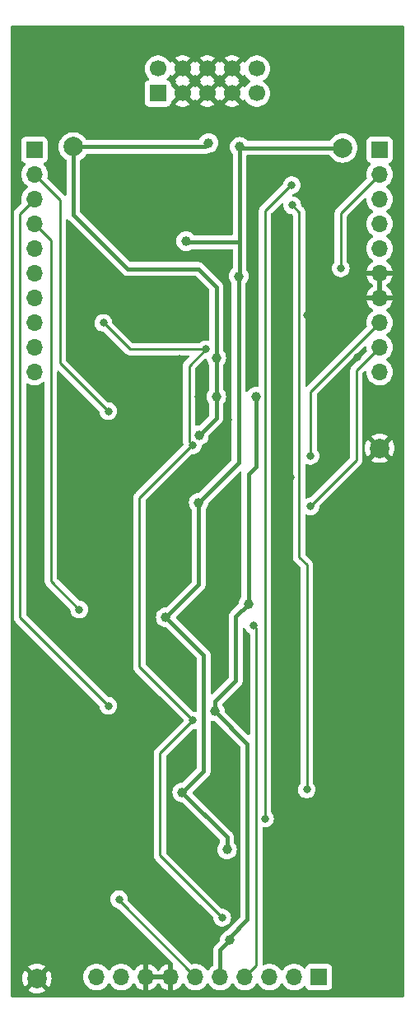
<source format=gbr>
%TF.GenerationSoftware,KiCad,Pcbnew,7.0.6*%
%TF.CreationDate,2023-07-26T19:03:53+01:00*%
%TF.ProjectId,Hypersoniq_Components,48797065-7273-46f6-9e69-715f436f6d70,rev?*%
%TF.SameCoordinates,Original*%
%TF.FileFunction,Copper,L2,Bot*%
%TF.FilePolarity,Positive*%
%FSLAX46Y46*%
G04 Gerber Fmt 4.6, Leading zero omitted, Abs format (unit mm)*
G04 Created by KiCad (PCBNEW 7.0.6) date 2023-07-26 19:03:53*
%MOMM*%
%LPD*%
G01*
G04 APERTURE LIST*
%TA.AperFunction,ComponentPad*%
%ADD10R,1.700000X1.700000*%
%TD*%
%TA.AperFunction,ComponentPad*%
%ADD11C,1.700000*%
%TD*%
%TA.AperFunction,ComponentPad*%
%ADD12C,2.000000*%
%TD*%
%TA.AperFunction,ComponentPad*%
%ADD13O,1.700000X1.700000*%
%TD*%
%TA.AperFunction,ViaPad*%
%ADD14C,1.000000*%
%TD*%
%TA.AperFunction,ViaPad*%
%ADD15C,0.800000*%
%TD*%
%TA.AperFunction,Conductor*%
%ADD16C,0.250000*%
%TD*%
%TA.AperFunction,Conductor*%
%ADD17C,0.400000*%
%TD*%
G04 APERTURE END LIST*
D10*
%TO.P,J4,1,Pin_1*%
%TO.N,/-12V_IN*%
X65100000Y-57000000D03*
D11*
%TO.P,J4,2,Pin_2*%
X65100000Y-54460000D03*
%TO.P,J4,3,Pin_3*%
%TO.N,GND*%
X67640000Y-57000000D03*
%TO.P,J4,4,Pin_4*%
X67640000Y-54460000D03*
%TO.P,J4,5,Pin_5*%
X70180000Y-57000000D03*
%TO.P,J4,6,Pin_6*%
X70180000Y-54460000D03*
%TO.P,J4,7,Pin_7*%
X72720000Y-57000000D03*
%TO.P,J4,8,Pin_8*%
X72720000Y-54460000D03*
%TO.P,J4,9,Pin_9*%
%TO.N,/+12V_IN*%
X75260000Y-57000000D03*
%TO.P,J4,10,Pin_10*%
X75260000Y-54460000D03*
%TD*%
D12*
%TO.P,TP2,1,1*%
%TO.N,-12V*%
X56400000Y-62500000D03*
%TD*%
%TO.P,TP4,1,1*%
%TO.N,GND*%
X52650000Y-148050000D03*
%TD*%
%TO.P,TP1,1,1*%
%TO.N,+12V*%
X84100000Y-62600000D03*
%TD*%
%TO.P,TP3,1,1*%
%TO.N,GND*%
X87900000Y-93500000D03*
%TD*%
D10*
%TO.P,J3,1,Pin_1*%
%TO.N,/FREQ_CV3*%
X81650000Y-147900000D03*
D13*
%TO.P,J3,2,Pin_2*%
%TO.N,/AUDIO_IN3*%
X79110000Y-147900000D03*
%TO.P,J3,3,Pin_3*%
%TO.N,/1POLE_OUT3*%
X76570000Y-147900000D03*
%TO.P,J3,4,Pin_4*%
%TO.N,/FREQ_POT*%
X74030000Y-147900000D03*
%TO.P,J3,5,Pin_5*%
%TO.N,-12V*%
X71490000Y-147900000D03*
%TO.P,J3,6,Pin_6*%
%TO.N,/AUDIO_IN4*%
X68950000Y-147900000D03*
%TO.P,J3,7,Pin_7*%
%TO.N,GND*%
X66410000Y-147900000D03*
%TO.P,J3,8,Pin_8*%
X63870000Y-147900000D03*
%TO.P,J3,9,Pin_9*%
%TO.N,/FREQ_CV4*%
X61330000Y-147900000D03*
%TO.P,J3,10,Pin_10*%
%TO.N,/FREQ_JACK*%
X58790000Y-147900000D03*
%TD*%
D10*
%TO.P,J1,1,Pin_1*%
%TO.N,/FREQ_POT_VL*%
X52400000Y-62800000D03*
D13*
%TO.P,J1,2,Pin_2*%
%TO.N,/4POLE_OUT2*%
X52400000Y-65340000D03*
%TO.P,J1,3,Pin_3*%
%TO.N,/4POLE_OUT3*%
X52400000Y-67880000D03*
%TO.P,J1,4,Pin_4*%
%TO.N,/4POLE_OUT4*%
X52400000Y-70420000D03*
%TO.P,J1,5,Pin_5*%
%TO.N,/AUDIO_MIX_4POLE*%
X52400000Y-72960000D03*
%TO.P,J1,6,Pin_6*%
%TO.N,GND*%
X52400000Y-75500000D03*
%TO.P,J1,7,Pin_7*%
%TO.N,/1POLE_OUT1*%
X52400000Y-78040000D03*
%TO.P,J1,8,Pin_8*%
%TO.N,/Q_POT*%
X52400000Y-80580000D03*
%TO.P,J1,9,Pin_9*%
%TO.N,/AUDIO_IN1*%
X52400000Y-83120000D03*
%TO.P,J1,10,Pin_10*%
%TO.N,/FREQ_CV1*%
X52400000Y-85660000D03*
%TD*%
D10*
%TO.P,J2,1,Pin_1*%
%TO.N,+12V*%
X87900000Y-62800000D03*
D13*
%TO.P,J2,2,Pin_2*%
%TO.N,/4POLE_OUT1*%
X87900000Y-65340000D03*
%TO.P,J2,3,Pin_3*%
%TO.N,/FREQ_POT_VH*%
X87900000Y-67880000D03*
%TO.P,J2,4,Pin_4*%
%TO.N,/1POLE_OUT4*%
X87900000Y-70420000D03*
%TO.P,J2,5,Pin_5*%
%TO.N,/AUDIO_MIX_1POLE*%
X87900000Y-72960000D03*
%TO.P,J2,6,Pin_6*%
%TO.N,GND*%
X87900000Y-75500000D03*
%TO.P,J2,7,Pin_7*%
X87900000Y-78040000D03*
%TO.P,J2,8,Pin_8*%
%TO.N,/AUDIO_IN2*%
X87900000Y-80580000D03*
%TO.P,J2,9,Pin_9*%
%TO.N,/1POLE_OUT2*%
X87900000Y-83120000D03*
%TO.P,J2,10,Pin_10*%
%TO.N,/FREQ_CV2*%
X87900000Y-85660000D03*
%TD*%
D14*
%TO.N,+12V*%
X67600000Y-128900000D03*
X72200000Y-134800000D03*
X73400000Y-75800000D03*
X73500000Y-62500000D03*
X68000000Y-72200000D03*
X69300000Y-99100000D03*
X65900000Y-110900000D03*
D15*
%TO.N,GND*%
X82800000Y-117600000D03*
X78700000Y-141400000D03*
X81900000Y-145800000D03*
X59300000Y-116900000D03*
X85600000Y-84100000D03*
X61500000Y-144700000D03*
X72300000Y-90600000D03*
X61500000Y-128000000D03*
X80900000Y-85000000D03*
X87600000Y-137600000D03*
X62700000Y-117300000D03*
D14*
X78700000Y-96500000D03*
D15*
X79100000Y-110000000D03*
X78700000Y-124800000D03*
X77600000Y-73400000D03*
X61300000Y-99600000D03*
X74900000Y-73100000D03*
X88000000Y-124200000D03*
X69300000Y-88200000D03*
X87000000Y-96500000D03*
X57800000Y-119400000D03*
X70700000Y-70800000D03*
X73300000Y-120200000D03*
X61800000Y-93200000D03*
X59500000Y-76700000D03*
X69300000Y-77000000D03*
X69400000Y-86600000D03*
X57400000Y-84700000D03*
X82600000Y-53700000D03*
X77700000Y-102600000D03*
X78700000Y-118400000D03*
X71100000Y-99400000D03*
X68100000Y-144100000D03*
X81300000Y-74300000D03*
X78700000Y-135100000D03*
X61700000Y-121600000D03*
X70900000Y-66900000D03*
X71400000Y-115200000D03*
X71100000Y-127900000D03*
X52200000Y-121100000D03*
X77200000Y-88200000D03*
X89500000Y-58900000D03*
X61700000Y-79600000D03*
X82900000Y-95100000D03*
X55800000Y-59600000D03*
X52500000Y-88400000D03*
X70200000Y-110000000D03*
X53800000Y-52600000D03*
X62600000Y-88200000D03*
X61000000Y-110000000D03*
X72700000Y-103800000D03*
X68700000Y-124000000D03*
X78600000Y-83000000D03*
X62000000Y-73300000D03*
X67300000Y-84300000D03*
X87600000Y-89100000D03*
X86300000Y-53700000D03*
X57800000Y-56900000D03*
X67400000Y-104000000D03*
X60200000Y-103700000D03*
D14*
X71200000Y-117600000D03*
D15*
X82900000Y-99400000D03*
X57300000Y-90100000D03*
X53900000Y-110500000D03*
X68200000Y-134100000D03*
X78700000Y-144400000D03*
X66500000Y-115200000D03*
X80400000Y-79800000D03*
X51000000Y-138000000D03*
X64000000Y-130800000D03*
X61700000Y-138300000D03*
X88800000Y-110700000D03*
X53900000Y-56900000D03*
X65900000Y-65800000D03*
D14*
%TO.N,-12V*%
X71100000Y-84200000D03*
X75200000Y-88200000D03*
X71100000Y-88200000D03*
X74400000Y-109500000D03*
X69310172Y-92184743D03*
X70956822Y-120576451D03*
X72500000Y-144100000D03*
X70300000Y-62100000D03*
D15*
%TO.N,/4POLE_OUT1*%
X83900000Y-75000000D03*
%TO.N,/1POLE_OUT2*%
X80775000Y-99481097D03*
%TO.N,/4POLE_OUT2*%
X60000000Y-89700000D03*
%TO.N,/1POLE_OUT3*%
X80400000Y-128600000D03*
X78900000Y-68500000D03*
%TO.N,/4POLE_OUT3*%
X60000006Y-120000000D03*
%TO.N,/1POLE_OUT4*%
X78856250Y-66443750D03*
X76100000Y-131600000D03*
%TO.N,/4POLE_OUT4*%
X57000000Y-110100000D03*
%TO.N,/Q_CONTROL*%
X70012653Y-83312653D03*
X59500000Y-80599998D03*
X71700000Y-141800000D03*
X68700000Y-121500000D03*
X68700000Y-93200000D03*
%TO.N,/AUDIO_IN2*%
X80775000Y-94300000D03*
%TO.N,/AUDIO_IN4*%
X61100002Y-139900000D03*
%TO.N,/FREQ_POT*%
X74900000Y-111700000D03*
%TD*%
D16*
%TO.N,/AUDIO_IN4*%
X61100002Y-140050002D02*
X61100002Y-139900000D01*
X68950000Y-147900000D02*
X61100002Y-140050002D01*
D17*
%TO.N,-12V*%
X71490000Y-145110000D02*
X71490000Y-147900000D01*
X72500000Y-144100000D02*
X71490000Y-145110000D01*
%TO.N,+12V*%
X69800000Y-114800000D02*
X69800000Y-126700000D01*
X67600000Y-128900000D02*
X72200000Y-133500000D01*
X73500000Y-75700000D02*
X73400000Y-75800000D01*
X65900000Y-110900000D02*
X69800000Y-114800000D01*
X73500000Y-62500000D02*
X73500000Y-72300000D01*
X73400000Y-95000000D02*
X73400000Y-75800000D01*
X69800000Y-126700000D02*
X67600000Y-128900000D01*
X69300000Y-99100000D02*
X69300000Y-107500000D01*
X73500000Y-72300000D02*
X73500000Y-75700000D01*
X69300000Y-107500000D02*
X65900000Y-110900000D01*
X73600000Y-62600000D02*
X73500000Y-62500000D01*
X72200000Y-133500000D02*
X72200000Y-134800000D01*
X84100000Y-62600000D02*
X73600000Y-62600000D01*
X68100000Y-72300000D02*
X68000000Y-72200000D01*
X73500000Y-72300000D02*
X68100000Y-72300000D01*
X69300000Y-99100000D02*
X73400000Y-95000000D01*
%TO.N,-12V*%
X74400000Y-109500000D02*
X73100000Y-110800000D01*
X71100000Y-90394915D02*
X69310172Y-92184743D01*
X70956822Y-119543178D02*
X70956822Y-120576451D01*
X74300000Y-142000000D02*
X74300000Y-123919629D01*
X73100000Y-117400000D02*
X70956822Y-119543178D01*
X72500000Y-144100000D02*
X72500000Y-143800000D01*
X72500000Y-143800000D02*
X74300000Y-142000000D01*
X56400000Y-62500000D02*
X56400000Y-69500000D01*
X74300000Y-123919629D02*
X70956822Y-120576451D01*
X61950000Y-75050000D02*
X69250000Y-75050000D01*
X75200000Y-95400000D02*
X75200000Y-88200000D01*
X56400000Y-62500000D02*
X69900000Y-62500000D01*
X69900000Y-62500000D02*
X70300000Y-62100000D01*
X56400000Y-69500000D02*
X61950000Y-75050000D01*
X74400000Y-96200000D02*
X75200000Y-95400000D01*
X71100000Y-76900000D02*
X71100000Y-84200000D01*
X69250000Y-75050000D02*
X71100000Y-76900000D01*
X71100000Y-84200000D02*
X71100000Y-90394915D01*
X74400000Y-109500000D02*
X74400000Y-96200000D01*
X73100000Y-110800000D02*
X73100000Y-117400000D01*
D16*
%TO.N,/4POLE_OUT1*%
X83900000Y-75000000D02*
X83900000Y-69340000D01*
X83900000Y-69340000D02*
X87900000Y-65340000D01*
%TO.N,/1POLE_OUT2*%
X85500000Y-85520000D02*
X85500000Y-94700000D01*
X87900000Y-83120000D02*
X85500000Y-85520000D01*
X85500000Y-94700000D02*
X80775000Y-99425000D01*
X80775000Y-99425000D02*
X80775000Y-99481097D01*
%TO.N,/4POLE_OUT2*%
X55000000Y-84700000D02*
X55000000Y-67940000D01*
X55000000Y-67940000D02*
X52400000Y-65340000D01*
X60000000Y-89700000D02*
X55000000Y-84700000D01*
%TO.N,/1POLE_OUT3*%
X79600000Y-69200000D02*
X78900000Y-68500000D01*
X79600000Y-104700000D02*
X79600000Y-69200000D01*
X80400000Y-105500000D02*
X79600000Y-104700000D01*
X80400000Y-128600000D02*
X80400000Y-105500000D01*
%TO.N,/4POLE_OUT3*%
X50900000Y-69380000D02*
X50900000Y-110900000D01*
X52400000Y-67880000D02*
X50900000Y-69380000D01*
X60000000Y-120000000D02*
X60000006Y-120000000D01*
X50900000Y-110900000D02*
X60000000Y-120000000D01*
%TO.N,/1POLE_OUT4*%
X78756250Y-66443750D02*
X78856250Y-66443750D01*
X76100000Y-69100000D02*
X78756250Y-66443750D01*
X76100000Y-131600000D02*
X76100000Y-69100000D01*
%TO.N,/4POLE_OUT4*%
X52400000Y-70420000D02*
X54100000Y-72120000D01*
X54100000Y-72120000D02*
X54100000Y-107200000D01*
X54100000Y-107200000D02*
X57000000Y-110100000D01*
%TO.N,/Q_CONTROL*%
X65300000Y-135400000D02*
X65300000Y-124900000D01*
X68300000Y-85025306D02*
X68300000Y-92800000D01*
X62200002Y-83300000D02*
X70000000Y-83300000D01*
X68300000Y-92800000D02*
X68700000Y-93200000D01*
X70000000Y-83300000D02*
X70012653Y-83312653D01*
X59500000Y-80599998D02*
X62200002Y-83300000D01*
X70012653Y-83312653D02*
X68300000Y-85025306D01*
X63200000Y-116000000D02*
X63200000Y-98600000D01*
X68600000Y-93200000D02*
X68700000Y-93200000D01*
X63200000Y-98600000D02*
X68600000Y-93200000D01*
X68700000Y-121500000D02*
X63200000Y-116000000D01*
X65300000Y-124900000D02*
X68700000Y-121500000D01*
X71700000Y-141800000D02*
X65300000Y-135400000D01*
%TO.N,/AUDIO_IN2*%
X80800000Y-87680000D02*
X80800000Y-94275000D01*
X80800000Y-94275000D02*
X80775000Y-94300000D01*
X87900000Y-80580000D02*
X80800000Y-87680000D01*
%TO.N,/FREQ_POT*%
X75200000Y-112000000D02*
X74900000Y-111700000D01*
X75200000Y-146730000D02*
X75200000Y-112000000D01*
X74030000Y-147900000D02*
X75200000Y-146730000D01*
%TD*%
%TA.AperFunction,Conductor*%
%TO.N,GND*%
G36*
X65950507Y-147690156D02*
G01*
X65910000Y-147828111D01*
X65910000Y-147971889D01*
X65950507Y-148109844D01*
X65978884Y-148154000D01*
X64301116Y-148154000D01*
X64329493Y-148109844D01*
X64370000Y-147971889D01*
X64370000Y-147828111D01*
X64329493Y-147690156D01*
X64301116Y-147646000D01*
X65978884Y-147646000D01*
X65950507Y-147690156D01*
G37*
%TD.AperFunction*%
%TA.AperFunction,Conductor*%
G36*
X74017012Y-111980982D02*
G01*
X74054332Y-112037269D01*
X74065473Y-112071556D01*
X74065476Y-112071561D01*
X74160958Y-112236941D01*
X74160965Y-112236951D01*
X74288744Y-112378864D01*
X74288747Y-112378866D01*
X74443248Y-112491118D01*
X74491749Y-112512711D01*
X74545844Y-112558690D01*
X74566494Y-112626617D01*
X74566500Y-112627818D01*
X74566500Y-122879969D01*
X74546498Y-122948090D01*
X74492842Y-122994583D01*
X74422568Y-123004687D01*
X74357988Y-122975193D01*
X74351405Y-122969064D01*
X72003327Y-120620986D01*
X71969301Y-120558674D01*
X71967029Y-120544240D01*
X71966311Y-120536951D01*
X71950730Y-120378750D01*
X71893063Y-120188647D01*
X71799417Y-120013447D01*
X71731726Y-119930966D01*
X71703973Y-119865620D01*
X71715955Y-119795641D01*
X71740028Y-119761941D01*
X73584528Y-117917441D01*
X73587240Y-117914888D01*
X73634215Y-117873273D01*
X73669850Y-117821644D01*
X73672071Y-117818626D01*
X73710775Y-117769226D01*
X73714961Y-117759922D01*
X73726161Y-117740066D01*
X73731954Y-117731675D01*
X73754206Y-117672998D01*
X73755633Y-117669552D01*
X73781388Y-117612330D01*
X73783224Y-117602308D01*
X73789351Y-117580329D01*
X73792965Y-117570801D01*
X73800526Y-117508520D01*
X73801094Y-117504787D01*
X73812401Y-117443093D01*
X73808614Y-117380498D01*
X73808500Y-117376696D01*
X73808500Y-112076206D01*
X73828502Y-112008085D01*
X73882158Y-111961592D01*
X73952432Y-111951488D01*
X74017012Y-111980982D01*
G37*
%TD.AperFunction*%
%TA.AperFunction,Conductor*%
G36*
X73629899Y-95876235D02*
G01*
X73686735Y-95918782D01*
X73711546Y-95985302D01*
X73708207Y-96024438D01*
X73707035Y-96029193D01*
X73699476Y-96091441D01*
X73698904Y-96095201D01*
X73687597Y-96156907D01*
X73691384Y-96219509D01*
X73691499Y-96223313D01*
X73691499Y-108728518D01*
X73671497Y-108796639D01*
X73662898Y-108808451D01*
X73557407Y-108936992D01*
X73557406Y-108936992D01*
X73463759Y-109112195D01*
X73406090Y-109302305D01*
X73389792Y-109467789D01*
X73363210Y-109533621D01*
X73353494Y-109544534D01*
X72615511Y-110282518D01*
X72612740Y-110285126D01*
X72565784Y-110326726D01*
X72530157Y-110378339D01*
X72527904Y-110381401D01*
X72489227Y-110430769D01*
X72489222Y-110430779D01*
X72485035Y-110440080D01*
X72473846Y-110459921D01*
X72468045Y-110468326D01*
X72445807Y-110526961D01*
X72444351Y-110530476D01*
X72418613Y-110587665D01*
X72418609Y-110587678D01*
X72416770Y-110597711D01*
X72410651Y-110619661D01*
X72407034Y-110629199D01*
X72399476Y-110691441D01*
X72398904Y-110695201D01*
X72387598Y-110756906D01*
X72387598Y-110756907D01*
X72390864Y-110810904D01*
X72391385Y-110819508D01*
X72391500Y-110823313D01*
X72391500Y-117054338D01*
X72371498Y-117122459D01*
X72354595Y-117143433D01*
X70723595Y-118774433D01*
X70661283Y-118808459D01*
X70590468Y-118803394D01*
X70533632Y-118760847D01*
X70508821Y-118694327D01*
X70508500Y-118685338D01*
X70508500Y-114823319D01*
X70508615Y-114819514D01*
X70512402Y-114756908D01*
X70501092Y-114695193D01*
X70500525Y-114691470D01*
X70492965Y-114629199D01*
X70492964Y-114629196D01*
X70489351Y-114619668D01*
X70483227Y-114597702D01*
X70481389Y-114587673D01*
X70481389Y-114587671D01*
X70455646Y-114530473D01*
X70454189Y-114526956D01*
X70431957Y-114468332D01*
X70431955Y-114468329D01*
X70431954Y-114468325D01*
X70426163Y-114459935D01*
X70414958Y-114440070D01*
X70410775Y-114430774D01*
X70372088Y-114381395D01*
X70369846Y-114378348D01*
X70334215Y-114326727D01*
X70287249Y-114285119D01*
X70284503Y-114282533D01*
X66991063Y-110989094D01*
X66957038Y-110926782D01*
X66962103Y-110855967D01*
X66991062Y-110810906D01*
X69784519Y-108017449D01*
X69787231Y-108014896D01*
X69834215Y-107973273D01*
X69869867Y-107921621D01*
X69872063Y-107918636D01*
X69910775Y-107869226D01*
X69914961Y-107859922D01*
X69926161Y-107840066D01*
X69931954Y-107831675D01*
X69954202Y-107773009D01*
X69955634Y-107769552D01*
X69981389Y-107712329D01*
X69983226Y-107702303D01*
X69989351Y-107680330D01*
X69992965Y-107670801D01*
X70000526Y-107608525D01*
X70001091Y-107604812D01*
X70012402Y-107543093D01*
X70008614Y-107480488D01*
X70008500Y-107476685D01*
X70008500Y-99871482D01*
X70028502Y-99803361D01*
X70037101Y-99791548D01*
X70142595Y-99663004D01*
X70236241Y-99487804D01*
X70293908Y-99297701D01*
X70310207Y-99132206D01*
X70336789Y-99066376D01*
X70346496Y-99055472D01*
X73496774Y-95905194D01*
X73559084Y-95871170D01*
X73629899Y-95876235D01*
G37*
%TD.AperFunction*%
%TA.AperFunction,Conductor*%
G36*
X86456256Y-83023812D02*
G01*
X86513092Y-83066359D01*
X86537794Y-83131463D01*
X86555436Y-83344371D01*
X86583182Y-83453937D01*
X86580514Y-83524883D01*
X86550132Y-83573962D01*
X85111336Y-85012757D01*
X85098901Y-85022721D01*
X85099089Y-85022948D01*
X85092980Y-85028001D01*
X85045016Y-85079078D01*
X85023866Y-85100227D01*
X85019560Y-85105777D01*
X85015714Y-85110279D01*
X84983417Y-85144674D01*
X84983411Y-85144683D01*
X84973651Y-85162435D01*
X84962803Y-85178950D01*
X84950386Y-85194958D01*
X84931645Y-85238264D01*
X84929034Y-85243594D01*
X84906305Y-85284939D01*
X84906303Y-85284944D01*
X84901267Y-85304559D01*
X84894864Y-85323262D01*
X84886819Y-85341852D01*
X84879437Y-85388456D01*
X84878233Y-85394268D01*
X84866500Y-85439968D01*
X84866500Y-85460223D01*
X84864949Y-85479933D01*
X84861780Y-85499942D01*
X84861780Y-85499943D01*
X84866220Y-85546917D01*
X84866500Y-85552850D01*
X84866500Y-94385405D01*
X84846498Y-94453526D01*
X84829595Y-94474500D01*
X80768403Y-98535692D01*
X80706091Y-98569718D01*
X80686071Y-98571870D01*
X80686075Y-98571907D01*
X80679517Y-98572595D01*
X80492709Y-98612303D01*
X80410748Y-98648795D01*
X80340381Y-98658229D01*
X80276084Y-98628122D01*
X80238271Y-98568033D01*
X80233500Y-98533688D01*
X80233500Y-95247408D01*
X80253502Y-95179287D01*
X80307158Y-95132794D01*
X80377432Y-95122690D01*
X80410747Y-95132301D01*
X80430108Y-95140921D01*
X80492709Y-95168793D01*
X80492710Y-95168793D01*
X80492712Y-95168794D01*
X80679513Y-95208500D01*
X80870487Y-95208500D01*
X81057288Y-95168794D01*
X81231752Y-95091118D01*
X81386253Y-94978866D01*
X81388474Y-94976399D01*
X81514034Y-94836951D01*
X81514035Y-94836949D01*
X81514040Y-94836944D01*
X81609527Y-94671556D01*
X81668542Y-94489928D01*
X81688504Y-94300000D01*
X81668542Y-94110072D01*
X81609527Y-93928444D01*
X81514040Y-93763056D01*
X81514038Y-93763054D01*
X81514034Y-93763048D01*
X81465864Y-93709550D01*
X81435146Y-93645543D01*
X81433500Y-93625240D01*
X81433500Y-87994593D01*
X81453502Y-87926472D01*
X81470400Y-87905503D01*
X86323131Y-83052771D01*
X86385441Y-83018747D01*
X86456256Y-83023812D01*
G37*
%TD.AperFunction*%
%TA.AperFunction,Conductor*%
G36*
X70025649Y-84299727D02*
G01*
X70082485Y-84342274D01*
X70105193Y-84393185D01*
X70106090Y-84397693D01*
X70106091Y-84397698D01*
X70106092Y-84397701D01*
X70163759Y-84587804D01*
X70257405Y-84763004D01*
X70303746Y-84819471D01*
X70362899Y-84891548D01*
X70390653Y-84956895D01*
X70391500Y-84971482D01*
X70391500Y-87428518D01*
X70371498Y-87496639D01*
X70362899Y-87508452D01*
X70257405Y-87636995D01*
X70163759Y-87812195D01*
X70106090Y-88002305D01*
X70086620Y-88199996D01*
X70086620Y-88200003D01*
X70106090Y-88397694D01*
X70163759Y-88587804D01*
X70257405Y-88763004D01*
X70362899Y-88891548D01*
X70390653Y-88956895D01*
X70391500Y-88971482D01*
X70391500Y-90049254D01*
X70371498Y-90117375D01*
X70354595Y-90138349D01*
X69354706Y-91138237D01*
X69292394Y-91172263D01*
X69277961Y-91174535D01*
X69112475Y-91190833D01*
X69096074Y-91195809D01*
X69025080Y-91196442D01*
X68965014Y-91158592D01*
X68934947Y-91094276D01*
X68933500Y-91075234D01*
X68933500Y-85339900D01*
X68953502Y-85271779D01*
X68970405Y-85250805D01*
X69458206Y-84763004D01*
X69892523Y-84328686D01*
X69954834Y-84294662D01*
X70025649Y-84299727D01*
G37*
%TD.AperFunction*%
%TA.AperFunction,Conductor*%
G36*
X88154000Y-77606325D02*
G01*
X88042315Y-77555320D01*
X87935763Y-77540000D01*
X87864237Y-77540000D01*
X87757685Y-77555320D01*
X87645999Y-77606325D01*
X87645999Y-75933674D01*
X87757685Y-75984680D01*
X87864237Y-76000000D01*
X87935763Y-76000000D01*
X88042315Y-75984680D01*
X88154000Y-75933674D01*
X88154000Y-77606325D01*
G37*
%TD.AperFunction*%
%TA.AperFunction,Conductor*%
G36*
X67180507Y-54669844D02*
G01*
X67258239Y-54790798D01*
X67366900Y-54884952D01*
X67497685Y-54944680D01*
X67512412Y-54946797D01*
X66874310Y-55584898D01*
X66894694Y-55600763D01*
X66894696Y-55600765D01*
X66928733Y-55619185D01*
X66979123Y-55669199D01*
X66994475Y-55738516D01*
X66969914Y-55805129D01*
X66928735Y-55840811D01*
X66894702Y-55859229D01*
X66874310Y-55875099D01*
X66874310Y-55875101D01*
X67512411Y-56513202D01*
X67497685Y-56515320D01*
X67366900Y-56575048D01*
X67258239Y-56669202D01*
X67180507Y-56790156D01*
X67155639Y-56874849D01*
X66495405Y-56214615D01*
X66461380Y-56152302D01*
X66458500Y-56125519D01*
X66458500Y-56101367D01*
X66458499Y-56101350D01*
X66451990Y-56040803D01*
X66451988Y-56040795D01*
X66400889Y-55903797D01*
X66400887Y-55903792D01*
X66313261Y-55786738D01*
X66196207Y-55699112D01*
X66196203Y-55699110D01*
X66081192Y-55656213D01*
X66024356Y-55613667D01*
X65999546Y-55547146D01*
X66014638Y-55477772D01*
X66032525Y-55452820D01*
X66175714Y-55297277D01*
X66175724Y-55297265D01*
X66264816Y-55160899D01*
X66318819Y-55114810D01*
X66389167Y-55105235D01*
X66453524Y-55135212D01*
X66475782Y-55160898D01*
X66516921Y-55223866D01*
X66516923Y-55223866D01*
X67155638Y-54585150D01*
X67180507Y-54669844D01*
G37*
%TD.AperFunction*%
%TA.AperFunction,Conductor*%
G36*
X69720507Y-54669844D02*
G01*
X69798239Y-54790798D01*
X69906900Y-54884952D01*
X70037685Y-54944680D01*
X70052412Y-54946797D01*
X69414310Y-55584898D01*
X69434694Y-55600763D01*
X69434696Y-55600765D01*
X69468733Y-55619185D01*
X69519123Y-55669199D01*
X69534475Y-55738516D01*
X69509914Y-55805129D01*
X69468735Y-55840811D01*
X69434702Y-55859229D01*
X69414310Y-55875099D01*
X69414310Y-55875101D01*
X70052411Y-56513202D01*
X70037685Y-56515320D01*
X69906900Y-56575048D01*
X69798239Y-56669202D01*
X69720507Y-56790156D01*
X69695639Y-56874848D01*
X69056921Y-56236132D01*
X69015482Y-56299560D01*
X68961478Y-56345648D01*
X68891130Y-56355223D01*
X68826773Y-56325245D01*
X68804516Y-56299560D01*
X68763076Y-56236132D01*
X68124360Y-56874848D01*
X68099493Y-56790156D01*
X68021761Y-56669202D01*
X67913100Y-56575048D01*
X67782315Y-56515320D01*
X67767587Y-56513202D01*
X68405689Y-55875100D01*
X68405688Y-55875099D01*
X68385306Y-55859235D01*
X68385299Y-55859230D01*
X68351265Y-55840812D01*
X68300876Y-55790798D01*
X68285524Y-55721481D01*
X68310086Y-55654869D01*
X68351269Y-55619184D01*
X68385299Y-55600768D01*
X68385302Y-55600766D01*
X68405689Y-55584898D01*
X67767588Y-54946797D01*
X67782315Y-54944680D01*
X67913100Y-54884952D01*
X68021761Y-54790798D01*
X68099493Y-54669844D01*
X68124361Y-54585150D01*
X68763076Y-55223866D01*
X68804516Y-55160440D01*
X68858520Y-55114352D01*
X68928868Y-55104777D01*
X68993225Y-55134755D01*
X69015481Y-55160439D01*
X69056921Y-55223866D01*
X69056923Y-55223866D01*
X69695638Y-54585150D01*
X69720507Y-54669844D01*
G37*
%TD.AperFunction*%
%TA.AperFunction,Conductor*%
G36*
X72260507Y-54669844D02*
G01*
X72338239Y-54790798D01*
X72446900Y-54884952D01*
X72577685Y-54944680D01*
X72592412Y-54946797D01*
X71954310Y-55584898D01*
X71974694Y-55600763D01*
X71974696Y-55600765D01*
X72008733Y-55619185D01*
X72059123Y-55669199D01*
X72074475Y-55738516D01*
X72049914Y-55805129D01*
X72008735Y-55840811D01*
X71974702Y-55859229D01*
X71954310Y-55875099D01*
X72592411Y-56513202D01*
X72577685Y-56515320D01*
X72446900Y-56575048D01*
X72338239Y-56669202D01*
X72260507Y-56790156D01*
X72235639Y-56874848D01*
X71596921Y-56236132D01*
X71555482Y-56299560D01*
X71501478Y-56345648D01*
X71431130Y-56355223D01*
X71366773Y-56325245D01*
X71344516Y-56299560D01*
X71303076Y-56236132D01*
X70664360Y-56874848D01*
X70639493Y-56790156D01*
X70561761Y-56669202D01*
X70453100Y-56575048D01*
X70322315Y-56515320D01*
X70307587Y-56513202D01*
X70945689Y-55875100D01*
X70945688Y-55875099D01*
X70925306Y-55859235D01*
X70925299Y-55859230D01*
X70891265Y-55840812D01*
X70840876Y-55790798D01*
X70825524Y-55721481D01*
X70850086Y-55654869D01*
X70891269Y-55619184D01*
X70925299Y-55600768D01*
X70925302Y-55600766D01*
X70945689Y-55584898D01*
X70307588Y-54946797D01*
X70322315Y-54944680D01*
X70453100Y-54884952D01*
X70561761Y-54790798D01*
X70639493Y-54669844D01*
X70664360Y-54585151D01*
X71303076Y-55223867D01*
X71344516Y-55160440D01*
X71398520Y-55114352D01*
X71468868Y-55104777D01*
X71533225Y-55134755D01*
X71555481Y-55160439D01*
X71596921Y-55223866D01*
X71596923Y-55223866D01*
X72235638Y-54585150D01*
X72260507Y-54669844D01*
G37*
%TD.AperFunction*%
%TA.AperFunction,Conductor*%
G36*
X73843076Y-55223867D02*
G01*
X73843077Y-55223866D01*
X73884218Y-55160898D01*
X73938222Y-55114810D01*
X74008570Y-55105235D01*
X74072927Y-55135213D01*
X74095183Y-55160898D01*
X74184279Y-55297270D01*
X74336762Y-55462908D01*
X74391331Y-55505381D01*
X74514424Y-55601189D01*
X74547676Y-55619184D01*
X74547680Y-55619186D01*
X74598071Y-55669200D01*
X74613423Y-55738516D01*
X74588862Y-55805129D01*
X74547680Y-55840813D01*
X74514426Y-55858810D01*
X74514424Y-55858811D01*
X74336762Y-55997091D01*
X74184279Y-56162729D01*
X74095183Y-56299102D01*
X74041179Y-56345190D01*
X73970831Y-56354765D01*
X73906474Y-56324788D01*
X73884218Y-56299102D01*
X73843076Y-56236132D01*
X73204360Y-56874848D01*
X73179493Y-56790156D01*
X73101761Y-56669202D01*
X72993100Y-56575048D01*
X72862315Y-56515320D01*
X72847587Y-56513202D01*
X73485689Y-55875100D01*
X73485688Y-55875099D01*
X73465306Y-55859235D01*
X73465299Y-55859230D01*
X73431265Y-55840812D01*
X73380876Y-55790798D01*
X73365524Y-55721481D01*
X73390086Y-55654869D01*
X73431269Y-55619184D01*
X73465299Y-55600768D01*
X73465302Y-55600766D01*
X73485689Y-55584898D01*
X72847588Y-54946797D01*
X72862315Y-54944680D01*
X72993100Y-54884952D01*
X73101761Y-54790798D01*
X73179493Y-54669844D01*
X73204360Y-54585151D01*
X73843076Y-55223867D01*
G37*
%TD.AperFunction*%
%TA.AperFunction,Conductor*%
G36*
X90341621Y-50020502D02*
G01*
X90388114Y-50074158D01*
X90399500Y-50126500D01*
X90399500Y-149873500D01*
X90379498Y-149941621D01*
X90325842Y-149988114D01*
X90273500Y-149999500D01*
X50126500Y-149999500D01*
X50058379Y-149979498D01*
X50011886Y-149925842D01*
X50000500Y-149873500D01*
X50000500Y-148050000D01*
X51137337Y-148050000D01*
X51155960Y-148286632D01*
X51211371Y-148517437D01*
X51302206Y-148736733D01*
X51416897Y-148923891D01*
X52046065Y-148294722D01*
X52057188Y-148328956D01*
X52145186Y-148467619D01*
X52264903Y-148580040D01*
X52403160Y-148656048D01*
X51776107Y-149283101D01*
X51776107Y-149283102D01*
X51963261Y-149397791D01*
X52182562Y-149488628D01*
X52413367Y-149544039D01*
X52649999Y-149562662D01*
X52886632Y-149544039D01*
X53117437Y-149488628D01*
X53336738Y-149397791D01*
X53523891Y-149283102D01*
X53523892Y-149283101D01*
X52893482Y-148652691D01*
X52965629Y-148624126D01*
X53098492Y-148527595D01*
X53203175Y-148401055D01*
X53253441Y-148294232D01*
X53883101Y-148923892D01*
X53883102Y-148923891D01*
X53997791Y-148736738D01*
X54088628Y-148517437D01*
X54144039Y-148286632D01*
X54162662Y-148050000D01*
X54144039Y-147813367D01*
X54088628Y-147582562D01*
X53997791Y-147363261D01*
X53883102Y-147176107D01*
X53883101Y-147176107D01*
X53253934Y-147805274D01*
X53242812Y-147771044D01*
X53154814Y-147632381D01*
X53035097Y-147519960D01*
X52896838Y-147443951D01*
X53523891Y-146816897D01*
X53336733Y-146702206D01*
X53117437Y-146611371D01*
X52886632Y-146555960D01*
X52650000Y-146537337D01*
X52413367Y-146555960D01*
X52182562Y-146611371D01*
X51963262Y-146702208D01*
X51776107Y-146816896D01*
X51776107Y-146816898D01*
X52406517Y-147447308D01*
X52334371Y-147475874D01*
X52201508Y-147572405D01*
X52096825Y-147698945D01*
X52046557Y-147805767D01*
X51416898Y-147176107D01*
X51416896Y-147176107D01*
X51302208Y-147363262D01*
X51211371Y-147582562D01*
X51155960Y-147813367D01*
X51137337Y-148050000D01*
X50000500Y-148050000D01*
X50000500Y-69359943D01*
X50261780Y-69359943D01*
X50266220Y-69406917D01*
X50266500Y-69412850D01*
X50266500Y-110816146D01*
X50264751Y-110831988D01*
X50265044Y-110832016D01*
X50264298Y-110839907D01*
X50264298Y-110839909D01*
X50265824Y-110888440D01*
X50266500Y-110909957D01*
X50266500Y-110939851D01*
X50266501Y-110939872D01*
X50267378Y-110946820D01*
X50267844Y-110952732D01*
X50269326Y-110999888D01*
X50269327Y-110999893D01*
X50274977Y-111019339D01*
X50278986Y-111038697D01*
X50281525Y-111058793D01*
X50281526Y-111058799D01*
X50298893Y-111102662D01*
X50300816Y-111108279D01*
X50313982Y-111153593D01*
X50324294Y-111171031D01*
X50332988Y-111188779D01*
X50340444Y-111207609D01*
X50340450Y-111207620D01*
X50368177Y-111245783D01*
X50371437Y-111250746D01*
X50395460Y-111291365D01*
X50409779Y-111305684D01*
X50422617Y-111320714D01*
X50432156Y-111333843D01*
X50434528Y-111337107D01*
X50462794Y-111360491D01*
X50470886Y-111367185D01*
X50475267Y-111371171D01*
X54789501Y-115685405D01*
X59052884Y-119948788D01*
X59086910Y-120011100D01*
X59089099Y-120024713D01*
X59106463Y-120189927D01*
X59136532Y-120282470D01*
X59165479Y-120371556D01*
X59169637Y-120378757D01*
X59260964Y-120536941D01*
X59260971Y-120536951D01*
X59388750Y-120678864D01*
X59388753Y-120678866D01*
X59543254Y-120791118D01*
X59717718Y-120868794D01*
X59904519Y-120908500D01*
X60095493Y-120908500D01*
X60282294Y-120868794D01*
X60456758Y-120791118D01*
X60611259Y-120678866D01*
X60662399Y-120622069D01*
X60739040Y-120536951D01*
X60739041Y-120536949D01*
X60739046Y-120536944D01*
X60834533Y-120371556D01*
X60893548Y-120189928D01*
X60913510Y-120000000D01*
X60893548Y-119810072D01*
X60834533Y-119628444D01*
X60739046Y-119463056D01*
X60739044Y-119463054D01*
X60739040Y-119463048D01*
X60611261Y-119321135D01*
X60456758Y-119208882D01*
X60282294Y-119131206D01*
X60095493Y-119091500D01*
X60039595Y-119091500D01*
X59971474Y-119071498D01*
X59950500Y-119054595D01*
X51570405Y-110674500D01*
X51536379Y-110612188D01*
X51533500Y-110585405D01*
X51533500Y-86947203D01*
X51553502Y-86879082D01*
X51607158Y-86832589D01*
X51677432Y-86822485D01*
X51719466Y-86836388D01*
X51798358Y-86879082D01*
X51852426Y-86908342D01*
X51852428Y-86908343D01*
X51964227Y-86946723D01*
X52065365Y-86981444D01*
X52287431Y-87018500D01*
X52287435Y-87018500D01*
X52512565Y-87018500D01*
X52512569Y-87018500D01*
X52734635Y-86981444D01*
X52947574Y-86908342D01*
X53145576Y-86801189D01*
X53200138Y-86758720D01*
X53263109Y-86709709D01*
X53329151Y-86683652D01*
X53398796Y-86697437D01*
X53449933Y-86746687D01*
X53466500Y-86809140D01*
X53466500Y-107116146D01*
X53464751Y-107131988D01*
X53465044Y-107132016D01*
X53464297Y-107139908D01*
X53466499Y-107209957D01*
X53466499Y-107239861D01*
X53467378Y-107246821D01*
X53467844Y-107252733D01*
X53469326Y-107299888D01*
X53469327Y-107299893D01*
X53474977Y-107319339D01*
X53478986Y-107338697D01*
X53481525Y-107358793D01*
X53481526Y-107358799D01*
X53498893Y-107402662D01*
X53500816Y-107408279D01*
X53513982Y-107453593D01*
X53524294Y-107471031D01*
X53532988Y-107488779D01*
X53540444Y-107507609D01*
X53540450Y-107507620D01*
X53568177Y-107545783D01*
X53571437Y-107550746D01*
X53595460Y-107591365D01*
X53609779Y-107605684D01*
X53622617Y-107620714D01*
X53632156Y-107633843D01*
X53634528Y-107637107D01*
X53662794Y-107660491D01*
X53670886Y-107667185D01*
X53675267Y-107671171D01*
X54929895Y-108925799D01*
X56052877Y-110048781D01*
X56086903Y-110111093D01*
X56089092Y-110124705D01*
X56106457Y-110289927D01*
X56135185Y-110378339D01*
X56165473Y-110471556D01*
X56165476Y-110471561D01*
X56260958Y-110636941D01*
X56260965Y-110636951D01*
X56388744Y-110778864D01*
X56388747Y-110778866D01*
X56543248Y-110891118D01*
X56717712Y-110968794D01*
X56904513Y-111008500D01*
X57095487Y-111008500D01*
X57282288Y-110968794D01*
X57456752Y-110891118D01*
X57611253Y-110778866D01*
X57689971Y-110691441D01*
X57739034Y-110636951D01*
X57739035Y-110636949D01*
X57739040Y-110636944D01*
X57834527Y-110471556D01*
X57893542Y-110289928D01*
X57913504Y-110100000D01*
X57893542Y-109910072D01*
X57834527Y-109728444D01*
X57739040Y-109563056D01*
X57739038Y-109563054D01*
X57739034Y-109563048D01*
X57611255Y-109421135D01*
X57456752Y-109308882D01*
X57282288Y-109231206D01*
X57095487Y-109191500D01*
X57039595Y-109191500D01*
X56971474Y-109171498D01*
X56950500Y-109154595D01*
X54770404Y-106974499D01*
X54736378Y-106912187D01*
X54733499Y-106885404D01*
X54733499Y-96135470D01*
X54733499Y-85633590D01*
X54753501Y-85565473D01*
X54807157Y-85518980D01*
X54877431Y-85508876D01*
X54942011Y-85538370D01*
X54948594Y-85544499D01*
X59052877Y-89648782D01*
X59086903Y-89711094D01*
X59089092Y-89724706D01*
X59106457Y-89889927D01*
X59136526Y-89982470D01*
X59165473Y-90071556D01*
X59191927Y-90117375D01*
X59260958Y-90236941D01*
X59260965Y-90236951D01*
X59388744Y-90378864D01*
X59388747Y-90378866D01*
X59543248Y-90491118D01*
X59717712Y-90568794D01*
X59904513Y-90608500D01*
X60095487Y-90608500D01*
X60282288Y-90568794D01*
X60456752Y-90491118D01*
X60611253Y-90378866D01*
X60616082Y-90373503D01*
X60739034Y-90236951D01*
X60739035Y-90236949D01*
X60739040Y-90236944D01*
X60834527Y-90071556D01*
X60893542Y-89889928D01*
X60913504Y-89700000D01*
X60893542Y-89510072D01*
X60834527Y-89328444D01*
X60739040Y-89163056D01*
X60739038Y-89163054D01*
X60739034Y-89163048D01*
X60611255Y-89021135D01*
X60456752Y-88908882D01*
X60282288Y-88831206D01*
X60095487Y-88791500D01*
X60039594Y-88791500D01*
X59971473Y-88771498D01*
X59950499Y-88754595D01*
X55670405Y-84474500D01*
X55636379Y-84412188D01*
X55633500Y-84385405D01*
X55633500Y-77218877D01*
X55633500Y-70041094D01*
X55653501Y-69972977D01*
X55707157Y-69926484D01*
X55777431Y-69916380D01*
X55842011Y-69945874D01*
X55863190Y-69969515D01*
X55865781Y-69973268D01*
X55865782Y-69973269D01*
X55865785Y-69973273D01*
X55912750Y-70014880D01*
X55915494Y-70017464D01*
X61432533Y-75534503D01*
X61435119Y-75537249D01*
X61476727Y-75584215D01*
X61528348Y-75619846D01*
X61531395Y-75622088D01*
X61580774Y-75660775D01*
X61590070Y-75664958D01*
X61609935Y-75676163D01*
X61618320Y-75681951D01*
X61618322Y-75681952D01*
X61618325Y-75681954D01*
X61651158Y-75694405D01*
X61676967Y-75704194D01*
X61680485Y-75705651D01*
X61737669Y-75731388D01*
X61747696Y-75733225D01*
X61769662Y-75739347D01*
X61779199Y-75742965D01*
X61841473Y-75750525D01*
X61845216Y-75751095D01*
X61906907Y-75762401D01*
X61969502Y-75758614D01*
X61973302Y-75758500D01*
X68904340Y-75758500D01*
X68972461Y-75778502D01*
X68993435Y-75795405D01*
X70354595Y-77156565D01*
X70388621Y-77218877D01*
X70391500Y-77245660D01*
X70391500Y-82308785D01*
X70371498Y-82376906D01*
X70317842Y-82423399D01*
X70247568Y-82433503D01*
X70239304Y-82432032D01*
X70108142Y-82404153D01*
X70108140Y-82404153D01*
X69917166Y-82404153D01*
X69730364Y-82443859D01*
X69555900Y-82521535D01*
X69401396Y-82633789D01*
X69401006Y-82634141D01*
X69400730Y-82634273D01*
X69396058Y-82637668D01*
X69395436Y-82636813D01*
X69336997Y-82664855D01*
X69316701Y-82666500D01*
X62514597Y-82666500D01*
X62446476Y-82646498D01*
X62425502Y-82629595D01*
X60447121Y-80651214D01*
X60413095Y-80588902D01*
X60410908Y-80575304D01*
X60393542Y-80410070D01*
X60334527Y-80228442D01*
X60239040Y-80063054D01*
X60239038Y-80063052D01*
X60239034Y-80063046D01*
X60111255Y-79921133D01*
X59956752Y-79808880D01*
X59782288Y-79731204D01*
X59595487Y-79691498D01*
X59404513Y-79691498D01*
X59217711Y-79731204D01*
X59043247Y-79808880D01*
X58888744Y-79921133D01*
X58760965Y-80063046D01*
X58760958Y-80063056D01*
X58665476Y-80228436D01*
X58665473Y-80228443D01*
X58606457Y-80410070D01*
X58586496Y-80599997D01*
X58606457Y-80789925D01*
X58636526Y-80882468D01*
X58665473Y-80971554D01*
X58665476Y-80971559D01*
X58760958Y-81136939D01*
X58760965Y-81136949D01*
X58888744Y-81278862D01*
X58888747Y-81278864D01*
X59043248Y-81391116D01*
X59217712Y-81468792D01*
X59404513Y-81508498D01*
X59460406Y-81508498D01*
X59528527Y-81528500D01*
X59549501Y-81545403D01*
X61692755Y-83688657D01*
X61702722Y-83701097D01*
X61702949Y-83700910D01*
X61708001Y-83707017D01*
X61759097Y-83754999D01*
X61780227Y-83776130D01*
X61785770Y-83780430D01*
X61790283Y-83784285D01*
X61824681Y-83816586D01*
X61824682Y-83816586D01*
X61824684Y-83816588D01*
X61842431Y-83826344D01*
X61858961Y-83837202D01*
X61874961Y-83849613D01*
X61906138Y-83863104D01*
X61918253Y-83868347D01*
X61923587Y-83870959D01*
X61964942Y-83893695D01*
X61984564Y-83898733D01*
X62003265Y-83905135D01*
X62021857Y-83913181D01*
X62068472Y-83920563D01*
X62074244Y-83921758D01*
X62119972Y-83933500D01*
X62140233Y-83933500D01*
X62159941Y-83935050D01*
X62179945Y-83938219D01*
X62213461Y-83935051D01*
X62226912Y-83933780D01*
X62232844Y-83933500D01*
X68191710Y-83933500D01*
X68259831Y-83953502D01*
X68306324Y-84007158D01*
X68316428Y-84077432D01*
X68286934Y-84142012D01*
X68280805Y-84148596D01*
X67911333Y-84518066D01*
X67898901Y-84528027D01*
X67899089Y-84528254D01*
X67892980Y-84533307D01*
X67845015Y-84584385D01*
X67823866Y-84605533D01*
X67819560Y-84611083D01*
X67815714Y-84615585D01*
X67783417Y-84649980D01*
X67783411Y-84649989D01*
X67773651Y-84667741D01*
X67762803Y-84684256D01*
X67750386Y-84700264D01*
X67731645Y-84743570D01*
X67729034Y-84748900D01*
X67706305Y-84790245D01*
X67706303Y-84790250D01*
X67701267Y-84809865D01*
X67694864Y-84828568D01*
X67686819Y-84847158D01*
X67679437Y-84893762D01*
X67678233Y-84899574D01*
X67666500Y-84945274D01*
X67666500Y-84965529D01*
X67664949Y-84985239D01*
X67661780Y-85005248D01*
X67661780Y-85005249D01*
X67666220Y-85052223D01*
X67666500Y-85058156D01*
X67666500Y-92716146D01*
X67664751Y-92731988D01*
X67665044Y-92732016D01*
X67664298Y-92739907D01*
X67666500Y-92809957D01*
X67666500Y-92839851D01*
X67666501Y-92839872D01*
X67667378Y-92846820D01*
X67667844Y-92852732D01*
X67669326Y-92899888D01*
X67669327Y-92899893D01*
X67674977Y-92919339D01*
X67678986Y-92938697D01*
X67681525Y-92958793D01*
X67681526Y-92958799D01*
X67698893Y-93002662D01*
X67700816Y-93008279D01*
X67713982Y-93053593D01*
X67713983Y-93053596D01*
X67714969Y-93055263D01*
X67715343Y-93056738D01*
X67717131Y-93060870D01*
X67716464Y-93061158D01*
X67732423Y-93124081D01*
X67709900Y-93191411D01*
X67695605Y-93208488D01*
X62811336Y-98092757D01*
X62798901Y-98102721D01*
X62799089Y-98102948D01*
X62792980Y-98108001D01*
X62745016Y-98159078D01*
X62723866Y-98180227D01*
X62719560Y-98185777D01*
X62715714Y-98190279D01*
X62683417Y-98224674D01*
X62683411Y-98224683D01*
X62673651Y-98242435D01*
X62662803Y-98258950D01*
X62650386Y-98274958D01*
X62631645Y-98318264D01*
X62629034Y-98323594D01*
X62606305Y-98364939D01*
X62606303Y-98364944D01*
X62601267Y-98384559D01*
X62594864Y-98403262D01*
X62586819Y-98421852D01*
X62579437Y-98468456D01*
X62578233Y-98474268D01*
X62566500Y-98519968D01*
X62566500Y-98540223D01*
X62564949Y-98559933D01*
X62561780Y-98579942D01*
X62561779Y-98579946D01*
X62566219Y-98626919D01*
X62566499Y-98632850D01*
X62566499Y-115916153D01*
X62564751Y-115931993D01*
X62565043Y-115932021D01*
X62564297Y-115939906D01*
X62566500Y-116009957D01*
X62566500Y-116039851D01*
X62566501Y-116039872D01*
X62567378Y-116046820D01*
X62567844Y-116052732D01*
X62569326Y-116099888D01*
X62569327Y-116099893D01*
X62574977Y-116119339D01*
X62578986Y-116138697D01*
X62581525Y-116158793D01*
X62581526Y-116158799D01*
X62598893Y-116202662D01*
X62600816Y-116208279D01*
X62613982Y-116253593D01*
X62624294Y-116271031D01*
X62632988Y-116288779D01*
X62640444Y-116307609D01*
X62640450Y-116307620D01*
X62668177Y-116345783D01*
X62671437Y-116350746D01*
X62695460Y-116391365D01*
X62709779Y-116405684D01*
X62722617Y-116420714D01*
X62732156Y-116433843D01*
X62734528Y-116437107D01*
X62762794Y-116460491D01*
X62770886Y-116467185D01*
X62775267Y-116471171D01*
X65293625Y-118989529D01*
X67715000Y-121410904D01*
X67749026Y-121473216D01*
X67743961Y-121544031D01*
X67715000Y-121589094D01*
X64911336Y-124392757D01*
X64898901Y-124402721D01*
X64899089Y-124402948D01*
X64892980Y-124408001D01*
X64845016Y-124459078D01*
X64823866Y-124480227D01*
X64819560Y-124485777D01*
X64815714Y-124490279D01*
X64783417Y-124524674D01*
X64783411Y-124524683D01*
X64773651Y-124542435D01*
X64762803Y-124558950D01*
X64750386Y-124574958D01*
X64731645Y-124618264D01*
X64729034Y-124623594D01*
X64706305Y-124664939D01*
X64706303Y-124664944D01*
X64701267Y-124684559D01*
X64694864Y-124703262D01*
X64686819Y-124721852D01*
X64679437Y-124768456D01*
X64678233Y-124774268D01*
X64666500Y-124819968D01*
X64666500Y-124840223D01*
X64664949Y-124859933D01*
X64661780Y-124879941D01*
X64661779Y-124879943D01*
X64666219Y-124926915D01*
X64666499Y-124932846D01*
X64666499Y-135316146D01*
X64664751Y-135331988D01*
X64665044Y-135332016D01*
X64664298Y-135339907D01*
X64666500Y-135409957D01*
X64666500Y-135439851D01*
X64666501Y-135439872D01*
X64667378Y-135446820D01*
X64667844Y-135452732D01*
X64669326Y-135499888D01*
X64669327Y-135499893D01*
X64674977Y-135519339D01*
X64678986Y-135538697D01*
X64681525Y-135558793D01*
X64681526Y-135558799D01*
X64698893Y-135602662D01*
X64700816Y-135608279D01*
X64713982Y-135653593D01*
X64724294Y-135671031D01*
X64732988Y-135688779D01*
X64740444Y-135707609D01*
X64740450Y-135707620D01*
X64768177Y-135745783D01*
X64771437Y-135750746D01*
X64795460Y-135791365D01*
X64809779Y-135805684D01*
X64822617Y-135820714D01*
X64832156Y-135833843D01*
X64834528Y-135837107D01*
X64862794Y-135860491D01*
X64870886Y-135867185D01*
X64875267Y-135871171D01*
X69441036Y-140436941D01*
X70752877Y-141748782D01*
X70786903Y-141811094D01*
X70789092Y-141824706D01*
X70806457Y-141989927D01*
X70836526Y-142082470D01*
X70865473Y-142171556D01*
X70865476Y-142171561D01*
X70960958Y-142336941D01*
X70960965Y-142336951D01*
X71088744Y-142478864D01*
X71088747Y-142478866D01*
X71243248Y-142591118D01*
X71417712Y-142668794D01*
X71604513Y-142708500D01*
X71795487Y-142708500D01*
X71982288Y-142668794D01*
X72156752Y-142591118D01*
X72311253Y-142478866D01*
X72439040Y-142336944D01*
X72534527Y-142171556D01*
X72593542Y-141989928D01*
X72613504Y-141800000D01*
X72593542Y-141610072D01*
X72534527Y-141428444D01*
X72439040Y-141263056D01*
X72439038Y-141263054D01*
X72439034Y-141263048D01*
X72311255Y-141121135D01*
X72156752Y-141008882D01*
X71982288Y-140931206D01*
X71795487Y-140891500D01*
X71739594Y-140891500D01*
X71671473Y-140871498D01*
X71650499Y-140854595D01*
X69787404Y-138991500D01*
X65970402Y-135174497D01*
X65936378Y-135112188D01*
X65933500Y-135085414D01*
X65933500Y-125214594D01*
X65953502Y-125146473D01*
X65970405Y-125125499D01*
X68650500Y-122445405D01*
X68712812Y-122411379D01*
X68739595Y-122408500D01*
X68795491Y-122408500D01*
X68939302Y-122377931D01*
X69010093Y-122383332D01*
X69066726Y-122426148D01*
X69091220Y-122492786D01*
X69091500Y-122501177D01*
X69091500Y-126354339D01*
X69071498Y-126422460D01*
X69054595Y-126443434D01*
X67644534Y-127853494D01*
X67582222Y-127887520D01*
X67567789Y-127889792D01*
X67402305Y-127906090D01*
X67212195Y-127963759D01*
X67036995Y-128057405D01*
X66883432Y-128183432D01*
X66757405Y-128336995D01*
X66663759Y-128512195D01*
X66606090Y-128702305D01*
X66586620Y-128899996D01*
X66586620Y-128900003D01*
X66606090Y-129097694D01*
X66606091Y-129097700D01*
X66606092Y-129097701D01*
X66663759Y-129287804D01*
X66757405Y-129463004D01*
X66883432Y-129616568D01*
X67036996Y-129742595D01*
X67212196Y-129836241D01*
X67402299Y-129893908D01*
X67402304Y-129893908D01*
X67402306Y-129893909D01*
X67468247Y-129900403D01*
X67567790Y-129910207D01*
X67633622Y-129936789D01*
X67644535Y-129946505D01*
X71454595Y-133756565D01*
X71488621Y-133818877D01*
X71491500Y-133845660D01*
X71491500Y-134028518D01*
X71471498Y-134096639D01*
X71462899Y-134108452D01*
X71357405Y-134236995D01*
X71263759Y-134412195D01*
X71206090Y-134602305D01*
X71186620Y-134799996D01*
X71186620Y-134800003D01*
X71206090Y-134997694D01*
X71206091Y-134997700D01*
X71206092Y-134997701D01*
X71263759Y-135187804D01*
X71357405Y-135363004D01*
X71483432Y-135516568D01*
X71636996Y-135642595D01*
X71812196Y-135736241D01*
X72002299Y-135793908D01*
X72002303Y-135793908D01*
X72002305Y-135793909D01*
X72199997Y-135813380D01*
X72200000Y-135813380D01*
X72200003Y-135813380D01*
X72397694Y-135793909D01*
X72397695Y-135793908D01*
X72397701Y-135793908D01*
X72587804Y-135736241D01*
X72763004Y-135642595D01*
X72916568Y-135516568D01*
X73042595Y-135363004D01*
X73136241Y-135187804D01*
X73193908Y-134997701D01*
X73213380Y-134800000D01*
X73193908Y-134602299D01*
X73136241Y-134412196D01*
X73042595Y-134236996D01*
X72937100Y-134108450D01*
X72909347Y-134043105D01*
X72908500Y-134028518D01*
X72908500Y-133523302D01*
X72908615Y-133519497D01*
X72912401Y-133456907D01*
X72901095Y-133395216D01*
X72900525Y-133391469D01*
X72892965Y-133329201D01*
X72892965Y-133329199D01*
X72889347Y-133319662D01*
X72883225Y-133297696D01*
X72881388Y-133287669D01*
X72855651Y-133230485D01*
X72854194Y-133226967D01*
X72831954Y-133168326D01*
X72831951Y-133168320D01*
X72826163Y-133159935D01*
X72814958Y-133140070D01*
X72810775Y-133130774D01*
X72772073Y-133081375D01*
X72769855Y-133078360D01*
X72734215Y-133026727D01*
X72687258Y-132985127D01*
X72684512Y-132982541D01*
X68691063Y-128989093D01*
X68657038Y-128926782D01*
X68662103Y-128855967D01*
X68691062Y-128810906D01*
X70284519Y-127217449D01*
X70287231Y-127214896D01*
X70334215Y-127173273D01*
X70369867Y-127121621D01*
X70372063Y-127118636D01*
X70410775Y-127069226D01*
X70414961Y-127059922D01*
X70426161Y-127040066D01*
X70431954Y-127031675D01*
X70454202Y-126973009D01*
X70455634Y-126969552D01*
X70481389Y-126912329D01*
X70483226Y-126902303D01*
X70489351Y-126880330D01*
X70492965Y-126870801D01*
X70500526Y-126808523D01*
X70501090Y-126804815D01*
X70512402Y-126743092D01*
X70508614Y-126680481D01*
X70508500Y-126676679D01*
X70508500Y-121664225D01*
X70528502Y-121596104D01*
X70582158Y-121549611D01*
X70652432Y-121539507D01*
X70671064Y-121543647D01*
X70759121Y-121570359D01*
X70759127Y-121570359D01*
X70759129Y-121570360D01*
X70810670Y-121575436D01*
X70924612Y-121586658D01*
X70990444Y-121613240D01*
X71001357Y-121622956D01*
X73554595Y-124176194D01*
X73588621Y-124238506D01*
X73591500Y-124265289D01*
X73591500Y-141654339D01*
X73571498Y-141722460D01*
X73554595Y-141743434D01*
X72166200Y-143131828D01*
X72117709Y-143160897D01*
X72117914Y-143161391D01*
X72114589Y-143162767D01*
X72113699Y-143163302D01*
X72112207Y-143163754D01*
X72112190Y-143163761D01*
X71936995Y-143257405D01*
X71783432Y-143383432D01*
X71657405Y-143536995D01*
X71563759Y-143712195D01*
X71506090Y-143902305D01*
X71489792Y-144067789D01*
X71463210Y-144133621D01*
X71453494Y-144144534D01*
X71005511Y-144592518D01*
X71002740Y-144595126D01*
X70955784Y-144636726D01*
X70920157Y-144688339D01*
X70917904Y-144691401D01*
X70879227Y-144740769D01*
X70879222Y-144740779D01*
X70875035Y-144750080D01*
X70863846Y-144769921D01*
X70858045Y-144778326D01*
X70835807Y-144836961D01*
X70834351Y-144840476D01*
X70808613Y-144897665D01*
X70808609Y-144897678D01*
X70806770Y-144907711D01*
X70800651Y-144929661D01*
X70797034Y-144939199D01*
X70789476Y-145001441D01*
X70788904Y-145005201D01*
X70777598Y-145066906D01*
X70781385Y-145129508D01*
X70781500Y-145133313D01*
X70781500Y-146668356D01*
X70761498Y-146736477D01*
X70732891Y-146767787D01*
X70566765Y-146897088D01*
X70414279Y-147062729D01*
X70325483Y-147198643D01*
X70271479Y-147244731D01*
X70201131Y-147254306D01*
X70136774Y-147224329D01*
X70114517Y-147198643D01*
X70025926Y-147063045D01*
X70025722Y-147062732D01*
X70025721Y-147062731D01*
X70025720Y-147062729D01*
X69896221Y-146922058D01*
X69873240Y-146897094D01*
X69873239Y-146897093D01*
X69873237Y-146897091D01*
X69753372Y-146803796D01*
X69695576Y-146758811D01*
X69497574Y-146651658D01*
X69497572Y-146651657D01*
X69497571Y-146651656D01*
X69284639Y-146578557D01*
X69284630Y-146578555D01*
X69207029Y-146565606D01*
X69062569Y-146541500D01*
X68837431Y-146541500D01*
X68714023Y-146562093D01*
X68615356Y-146578557D01*
X68612227Y-146579350D01*
X68610905Y-146579300D01*
X68610224Y-146579414D01*
X68610200Y-146579273D01*
X68541281Y-146576681D01*
X68492204Y-146546300D01*
X62040062Y-140094158D01*
X62006036Y-140031846D01*
X62003847Y-139991892D01*
X62013506Y-139900000D01*
X61993544Y-139710072D01*
X61934529Y-139528444D01*
X61839042Y-139363056D01*
X61839040Y-139363054D01*
X61839036Y-139363048D01*
X61711257Y-139221135D01*
X61556754Y-139108882D01*
X61382290Y-139031206D01*
X61195489Y-138991500D01*
X61004515Y-138991500D01*
X60817713Y-139031206D01*
X60643249Y-139108882D01*
X60488746Y-139221135D01*
X60360967Y-139363048D01*
X60360960Y-139363058D01*
X60265478Y-139528438D01*
X60265475Y-139528445D01*
X60206459Y-139710072D01*
X60186498Y-139900000D01*
X60206459Y-140089927D01*
X60207834Y-140094158D01*
X60265475Y-140271556D01*
X60265478Y-140271561D01*
X60360960Y-140436941D01*
X60360967Y-140436951D01*
X60488746Y-140578864D01*
X60488749Y-140578866D01*
X60643250Y-140691118D01*
X60817714Y-140768794D01*
X60914773Y-140789424D01*
X60977247Y-140823152D01*
X60977672Y-140823576D01*
X66627094Y-146472998D01*
X66661120Y-146535310D01*
X66663999Y-146562093D01*
X66663999Y-147466325D01*
X66552315Y-147415320D01*
X66445763Y-147400000D01*
X66374237Y-147400000D01*
X66267685Y-147415320D01*
X66156000Y-147466325D01*
X66156000Y-146565607D01*
X66155999Y-146565606D01*
X66075498Y-146579040D01*
X66075487Y-146579043D01*
X65862630Y-146652116D01*
X65862628Y-146652117D01*
X65664699Y-146759231D01*
X65664698Y-146759232D01*
X65487097Y-146897465D01*
X65334674Y-147063042D01*
X65245483Y-147199559D01*
X65191479Y-147245647D01*
X65121131Y-147255222D01*
X65056774Y-147225244D01*
X65034517Y-147199559D01*
X64945325Y-147063042D01*
X64792902Y-146897465D01*
X64615301Y-146759232D01*
X64615300Y-146759231D01*
X64417371Y-146652117D01*
X64417369Y-146652116D01*
X64204512Y-146579043D01*
X64204501Y-146579040D01*
X64124000Y-146565606D01*
X64123999Y-146565606D01*
X64123999Y-147466325D01*
X64012315Y-147415320D01*
X63905763Y-147400000D01*
X63834237Y-147400000D01*
X63727685Y-147415320D01*
X63616000Y-147466325D01*
X63616000Y-146565607D01*
X63615999Y-146565606D01*
X63535498Y-146579040D01*
X63535487Y-146579043D01*
X63322630Y-146652116D01*
X63322628Y-146652117D01*
X63124699Y-146759231D01*
X63124698Y-146759232D01*
X62947097Y-146897465D01*
X62794670Y-147063045D01*
X62705780Y-147199101D01*
X62651776Y-147245189D01*
X62581428Y-147254764D01*
X62517071Y-147224786D01*
X62494816Y-147199101D01*
X62455884Y-147139511D01*
X62405724Y-147062734D01*
X62405720Y-147062729D01*
X62276221Y-146922058D01*
X62253240Y-146897094D01*
X62253239Y-146897093D01*
X62253237Y-146897091D01*
X62133372Y-146803796D01*
X62075576Y-146758811D01*
X61877574Y-146651658D01*
X61877572Y-146651657D01*
X61877571Y-146651656D01*
X61664639Y-146578557D01*
X61664630Y-146578555D01*
X61587029Y-146565606D01*
X61442569Y-146541500D01*
X61217431Y-146541500D01*
X61072971Y-146565606D01*
X60995369Y-146578555D01*
X60995360Y-146578557D01*
X60782428Y-146651656D01*
X60782426Y-146651658D01*
X60689018Y-146702208D01*
X60584426Y-146758810D01*
X60584424Y-146758811D01*
X60406762Y-146897091D01*
X60254279Y-147062729D01*
X60165483Y-147198643D01*
X60111479Y-147244731D01*
X60041131Y-147254306D01*
X59976774Y-147224329D01*
X59954517Y-147198643D01*
X59865926Y-147063045D01*
X59865722Y-147062732D01*
X59865721Y-147062731D01*
X59865720Y-147062729D01*
X59736221Y-146922058D01*
X59713240Y-146897094D01*
X59713239Y-146897093D01*
X59713237Y-146897091D01*
X59593372Y-146803796D01*
X59535576Y-146758811D01*
X59337574Y-146651658D01*
X59337572Y-146651657D01*
X59337571Y-146651656D01*
X59124639Y-146578557D01*
X59124630Y-146578555D01*
X59047029Y-146565606D01*
X58902569Y-146541500D01*
X58677431Y-146541500D01*
X58532971Y-146565606D01*
X58455369Y-146578555D01*
X58455360Y-146578557D01*
X58242428Y-146651656D01*
X58242426Y-146651658D01*
X58149018Y-146702208D01*
X58044426Y-146758810D01*
X58044424Y-146758811D01*
X57866762Y-146897091D01*
X57714279Y-147062729D01*
X57714275Y-147062734D01*
X57591141Y-147251206D01*
X57500703Y-147457386D01*
X57500702Y-147457387D01*
X57445437Y-147675624D01*
X57445436Y-147675630D01*
X57445436Y-147675632D01*
X57426844Y-147900000D01*
X57444232Y-148109844D01*
X57445437Y-148124375D01*
X57500702Y-148342612D01*
X57500703Y-148342613D01*
X57591141Y-148548793D01*
X57714275Y-148737265D01*
X57714279Y-148737270D01*
X57866762Y-148902908D01*
X57921331Y-148945381D01*
X58044424Y-149041189D01*
X58242426Y-149148342D01*
X58242427Y-149148342D01*
X58242428Y-149148343D01*
X58354227Y-149186723D01*
X58455365Y-149221444D01*
X58677431Y-149258500D01*
X58677435Y-149258500D01*
X58902565Y-149258500D01*
X58902569Y-149258500D01*
X59124635Y-149221444D01*
X59337574Y-149148342D01*
X59535576Y-149041189D01*
X59713240Y-148902906D01*
X59865722Y-148737268D01*
X59865927Y-148736955D01*
X59954517Y-148601357D01*
X60008520Y-148555268D01*
X60078868Y-148545693D01*
X60143226Y-148575670D01*
X60165483Y-148601357D01*
X60254275Y-148737265D01*
X60254279Y-148737270D01*
X60406762Y-148902908D01*
X60461331Y-148945381D01*
X60584424Y-149041189D01*
X60782426Y-149148342D01*
X60782427Y-149148342D01*
X60782428Y-149148343D01*
X60894227Y-149186723D01*
X60995365Y-149221444D01*
X61217431Y-149258500D01*
X61217435Y-149258500D01*
X61442565Y-149258500D01*
X61442569Y-149258500D01*
X61664635Y-149221444D01*
X61877574Y-149148342D01*
X62075576Y-149041189D01*
X62253240Y-148902906D01*
X62405722Y-148737268D01*
X62405927Y-148736955D01*
X62494517Y-148601357D01*
X62494816Y-148600898D01*
X62548819Y-148554810D01*
X62619167Y-148545235D01*
X62683524Y-148575212D01*
X62705782Y-148600898D01*
X62794674Y-148736958D01*
X62947097Y-148902534D01*
X63124698Y-149040767D01*
X63124699Y-149040768D01*
X63322628Y-149147882D01*
X63322630Y-149147883D01*
X63535483Y-149220955D01*
X63535492Y-149220957D01*
X63616000Y-149234391D01*
X63616000Y-148333674D01*
X63727685Y-148384680D01*
X63834237Y-148400000D01*
X63905763Y-148400000D01*
X64012315Y-148384680D01*
X64123999Y-148333674D01*
X64123999Y-149234390D01*
X64204507Y-149220957D01*
X64204516Y-149220955D01*
X64417369Y-149147883D01*
X64417371Y-149147882D01*
X64615300Y-149040768D01*
X64615301Y-149040767D01*
X64792902Y-148902534D01*
X64945327Y-148736955D01*
X65034516Y-148600441D01*
X65088519Y-148554353D01*
X65158867Y-148544777D01*
X65223224Y-148574754D01*
X65245482Y-148600440D01*
X65334674Y-148736957D01*
X65487097Y-148902534D01*
X65664698Y-149040767D01*
X65664699Y-149040768D01*
X65862628Y-149147882D01*
X65862630Y-149147883D01*
X66075483Y-149220955D01*
X66075492Y-149220957D01*
X66156000Y-149234391D01*
X66156000Y-148333674D01*
X66267685Y-148384680D01*
X66374237Y-148400000D01*
X66445763Y-148400000D01*
X66552315Y-148384680D01*
X66663999Y-148333674D01*
X66663999Y-149234391D01*
X66744507Y-149220957D01*
X66744516Y-149220955D01*
X66957369Y-149147883D01*
X66957371Y-149147882D01*
X67155300Y-149040768D01*
X67155301Y-149040767D01*
X67332902Y-148902534D01*
X67485327Y-148736955D01*
X67574217Y-148600899D01*
X67628220Y-148554810D01*
X67698568Y-148545235D01*
X67762925Y-148575212D01*
X67785183Y-148600898D01*
X67874279Y-148737270D01*
X68026762Y-148902908D01*
X68081331Y-148945381D01*
X68204424Y-149041189D01*
X68402426Y-149148342D01*
X68402427Y-149148342D01*
X68402428Y-149148343D01*
X68514227Y-149186723D01*
X68615365Y-149221444D01*
X68837431Y-149258500D01*
X68837435Y-149258500D01*
X69062565Y-149258500D01*
X69062569Y-149258500D01*
X69284635Y-149221444D01*
X69497574Y-149148342D01*
X69695576Y-149041189D01*
X69873240Y-148902906D01*
X70025722Y-148737268D01*
X70025927Y-148736955D01*
X70060143Y-148684583D01*
X70114518Y-148601354D01*
X70168520Y-148555268D01*
X70238868Y-148545692D01*
X70303225Y-148575669D01*
X70325480Y-148601353D01*
X70340359Y-148624126D01*
X70414275Y-148737265D01*
X70414279Y-148737270D01*
X70566762Y-148902908D01*
X70621331Y-148945381D01*
X70744424Y-149041189D01*
X70942426Y-149148342D01*
X70942427Y-149148342D01*
X70942428Y-149148343D01*
X71054227Y-149186723D01*
X71155365Y-149221444D01*
X71377431Y-149258500D01*
X71377435Y-149258500D01*
X71602565Y-149258500D01*
X71602569Y-149258500D01*
X71824635Y-149221444D01*
X72037574Y-149148342D01*
X72235576Y-149041189D01*
X72413240Y-148902906D01*
X72565722Y-148737268D01*
X72565927Y-148736955D01*
X72654517Y-148601357D01*
X72708520Y-148555268D01*
X72778868Y-148545693D01*
X72843226Y-148575670D01*
X72865483Y-148601357D01*
X72954275Y-148737265D01*
X72954279Y-148737270D01*
X73106762Y-148902908D01*
X73161331Y-148945381D01*
X73284424Y-149041189D01*
X73482426Y-149148342D01*
X73482427Y-149148342D01*
X73482428Y-149148343D01*
X73594227Y-149186723D01*
X73695365Y-149221444D01*
X73917431Y-149258500D01*
X73917435Y-149258500D01*
X74142565Y-149258500D01*
X74142569Y-149258500D01*
X74364635Y-149221444D01*
X74577574Y-149148342D01*
X74775576Y-149041189D01*
X74953240Y-148902906D01*
X75105722Y-148737268D01*
X75105927Y-148736955D01*
X75140143Y-148684583D01*
X75194518Y-148601354D01*
X75248520Y-148555268D01*
X75318868Y-148545692D01*
X75383225Y-148575669D01*
X75405480Y-148601353D01*
X75420359Y-148624126D01*
X75494275Y-148737265D01*
X75494279Y-148737270D01*
X75646762Y-148902908D01*
X75701331Y-148945381D01*
X75824424Y-149041189D01*
X76022426Y-149148342D01*
X76022427Y-149148342D01*
X76022428Y-149148343D01*
X76134227Y-149186723D01*
X76235365Y-149221444D01*
X76457431Y-149258500D01*
X76457435Y-149258500D01*
X76682565Y-149258500D01*
X76682569Y-149258500D01*
X76904635Y-149221444D01*
X77117574Y-149148342D01*
X77315576Y-149041189D01*
X77493240Y-148902906D01*
X77645722Y-148737268D01*
X77645927Y-148736955D01*
X77680143Y-148684583D01*
X77734518Y-148601354D01*
X77788520Y-148555268D01*
X77858868Y-148545692D01*
X77923225Y-148575669D01*
X77945480Y-148601353D01*
X77960359Y-148624126D01*
X78034275Y-148737265D01*
X78034279Y-148737270D01*
X78186762Y-148902908D01*
X78241331Y-148945381D01*
X78364424Y-149041189D01*
X78562426Y-149148342D01*
X78562427Y-149148342D01*
X78562428Y-149148343D01*
X78674227Y-149186723D01*
X78775365Y-149221444D01*
X78997431Y-149258500D01*
X78997435Y-149258500D01*
X79222565Y-149258500D01*
X79222569Y-149258500D01*
X79444635Y-149221444D01*
X79657574Y-149148342D01*
X79855576Y-149041189D01*
X80033240Y-148902906D01*
X80094245Y-148836637D01*
X80155096Y-148800067D01*
X80226061Y-148802200D01*
X80284606Y-148842362D01*
X80305000Y-148877941D01*
X80349111Y-148996204D01*
X80349112Y-148996207D01*
X80436738Y-149113261D01*
X80553792Y-149200887D01*
X80553794Y-149200888D01*
X80553796Y-149200889D01*
X80607600Y-149220957D01*
X80690795Y-149251988D01*
X80690803Y-149251990D01*
X80751350Y-149258499D01*
X80751355Y-149258499D01*
X80751362Y-149258500D01*
X80751368Y-149258500D01*
X82548632Y-149258500D01*
X82548638Y-149258500D01*
X82548645Y-149258499D01*
X82548649Y-149258499D01*
X82609196Y-149251990D01*
X82609199Y-149251989D01*
X82609201Y-149251989D01*
X82746204Y-149200889D01*
X82816399Y-149148342D01*
X82863261Y-149113261D01*
X82950887Y-148996207D01*
X82950887Y-148996206D01*
X82950889Y-148996204D01*
X83001989Y-148859201D01*
X83003800Y-148842362D01*
X83008499Y-148798649D01*
X83008500Y-148798632D01*
X83008500Y-147001367D01*
X83008499Y-147001350D01*
X83001990Y-146940803D01*
X83001988Y-146940795D01*
X82950889Y-146803797D01*
X82950887Y-146803792D01*
X82863261Y-146686738D01*
X82746207Y-146599112D01*
X82746202Y-146599110D01*
X82609204Y-146548011D01*
X82609196Y-146548009D01*
X82548649Y-146541500D01*
X82548638Y-146541500D01*
X80751362Y-146541500D01*
X80751350Y-146541500D01*
X80690803Y-146548009D01*
X80690795Y-146548011D01*
X80553797Y-146599110D01*
X80553792Y-146599112D01*
X80436738Y-146686738D01*
X80349112Y-146803792D01*
X80349111Y-146803795D01*
X80305000Y-146922058D01*
X80262453Y-146978893D01*
X80195932Y-147003703D01*
X80126558Y-146988611D01*
X80094246Y-146963363D01*
X80033240Y-146897094D01*
X80033239Y-146897093D01*
X80033237Y-146897091D01*
X79913372Y-146803796D01*
X79855576Y-146758811D01*
X79657574Y-146651658D01*
X79657572Y-146651657D01*
X79657571Y-146651656D01*
X79444639Y-146578557D01*
X79444630Y-146578555D01*
X79367029Y-146565606D01*
X79222569Y-146541500D01*
X78997431Y-146541500D01*
X78852971Y-146565606D01*
X78775369Y-146578555D01*
X78775360Y-146578557D01*
X78562428Y-146651656D01*
X78562426Y-146651658D01*
X78469018Y-146702208D01*
X78364426Y-146758810D01*
X78364424Y-146758811D01*
X78186762Y-146897091D01*
X78034279Y-147062729D01*
X77945483Y-147198643D01*
X77891479Y-147244731D01*
X77821131Y-147254306D01*
X77756774Y-147224329D01*
X77734517Y-147198643D01*
X77645926Y-147063045D01*
X77645722Y-147062732D01*
X77645721Y-147062731D01*
X77645720Y-147062729D01*
X77516221Y-146922058D01*
X77493240Y-146897094D01*
X77493239Y-146897093D01*
X77493237Y-146897091D01*
X77373372Y-146803796D01*
X77315576Y-146758811D01*
X77117574Y-146651658D01*
X77117572Y-146651657D01*
X77117571Y-146651656D01*
X76904639Y-146578557D01*
X76904630Y-146578555D01*
X76827029Y-146565606D01*
X76682569Y-146541500D01*
X76457431Y-146541500D01*
X76312971Y-146565606D01*
X76235369Y-146578555D01*
X76235360Y-146578557D01*
X76022428Y-146651656D01*
X76022416Y-146651662D01*
X76019464Y-146653260D01*
X76018119Y-146653547D01*
X76017655Y-146653751D01*
X76017613Y-146653655D01*
X75950033Y-146668088D01*
X75883608Y-146643024D01*
X75841278Y-146586027D01*
X75833500Y-146542444D01*
X75833500Y-132627746D01*
X75853502Y-132559625D01*
X75907158Y-132513132D01*
X75977432Y-132503028D01*
X75985669Y-132504494D01*
X76004513Y-132508500D01*
X76004516Y-132508500D01*
X76195487Y-132508500D01*
X76382288Y-132468794D01*
X76556752Y-132391118D01*
X76711253Y-132278866D01*
X76839040Y-132136944D01*
X76934527Y-131971556D01*
X76993542Y-131789928D01*
X77013504Y-131600000D01*
X76993542Y-131410072D01*
X76934527Y-131228444D01*
X76839040Y-131063056D01*
X76765863Y-130981784D01*
X76735146Y-130917776D01*
X76733500Y-130897474D01*
X76733500Y-69414593D01*
X76753502Y-69346472D01*
X76770400Y-69325503D01*
X77780775Y-68315128D01*
X77843084Y-68281105D01*
X77913899Y-68286169D01*
X77970735Y-68328716D01*
X77995546Y-68395236D01*
X77995177Y-68417394D01*
X77986496Y-68499999D01*
X78006457Y-68689927D01*
X78030166Y-68762893D01*
X78065473Y-68871556D01*
X78077499Y-68892385D01*
X78160958Y-69036941D01*
X78160965Y-69036951D01*
X78288744Y-69178864D01*
X78326823Y-69206530D01*
X78443248Y-69291118D01*
X78617712Y-69368794D01*
X78804513Y-69408500D01*
X78840500Y-69408500D01*
X78908621Y-69428502D01*
X78955114Y-69482158D01*
X78966500Y-69534500D01*
X78966500Y-104616146D01*
X78964751Y-104631988D01*
X78965044Y-104632016D01*
X78964298Y-104639907D01*
X78966500Y-104709957D01*
X78966500Y-104739851D01*
X78966501Y-104739872D01*
X78967378Y-104746820D01*
X78967844Y-104752732D01*
X78969326Y-104799888D01*
X78969327Y-104799893D01*
X78974977Y-104819339D01*
X78978986Y-104838697D01*
X78981525Y-104858793D01*
X78981526Y-104858799D01*
X78998893Y-104902662D01*
X79000816Y-104908279D01*
X79013982Y-104953593D01*
X79024294Y-104971031D01*
X79032988Y-104988779D01*
X79040444Y-105007609D01*
X79040450Y-105007620D01*
X79068177Y-105045783D01*
X79071437Y-105050746D01*
X79095460Y-105091365D01*
X79109779Y-105105684D01*
X79122617Y-105120714D01*
X79132156Y-105133843D01*
X79134528Y-105137107D01*
X79149205Y-105149249D01*
X79170886Y-105167185D01*
X79175267Y-105171171D01*
X79454343Y-105450247D01*
X79729595Y-105725499D01*
X79763621Y-105787811D01*
X79766500Y-105814594D01*
X79766500Y-127897474D01*
X79746498Y-127965595D01*
X79734137Y-127981784D01*
X79660957Y-128063059D01*
X79565476Y-128228438D01*
X79565473Y-128228445D01*
X79506457Y-128410072D01*
X79486496Y-128600000D01*
X79506457Y-128789927D01*
X79536526Y-128882470D01*
X79565473Y-128971556D01*
X79565476Y-128971561D01*
X79660958Y-129136941D01*
X79660965Y-129136951D01*
X79788744Y-129278864D01*
X79788747Y-129278866D01*
X79943248Y-129391118D01*
X80117712Y-129468794D01*
X80304513Y-129508500D01*
X80495487Y-129508500D01*
X80682288Y-129468794D01*
X80856752Y-129391118D01*
X81011253Y-129278866D01*
X81139040Y-129136944D01*
X81234527Y-128971556D01*
X81293542Y-128789928D01*
X81313504Y-128600000D01*
X81293542Y-128410072D01*
X81234527Y-128228444D01*
X81139040Y-128063056D01*
X81065863Y-127981784D01*
X81035146Y-127917776D01*
X81033500Y-127897474D01*
X81033500Y-105583853D01*
X81035249Y-105568011D01*
X81034956Y-105567984D01*
X81035702Y-105560091D01*
X81033500Y-105490028D01*
X81033500Y-105460150D01*
X81033500Y-105460144D01*
X81032620Y-105453182D01*
X81032156Y-105447293D01*
X81030674Y-105400111D01*
X81025017Y-105380642D01*
X81021012Y-105361298D01*
X81018474Y-105341203D01*
X81001100Y-105297322D01*
X80999181Y-105291716D01*
X80986018Y-105246407D01*
X80975706Y-105228970D01*
X80967010Y-105211221D01*
X80959552Y-105192383D01*
X80931812Y-105154203D01*
X80928564Y-105149258D01*
X80904542Y-105108638D01*
X80890214Y-105094310D01*
X80877384Y-105079289D01*
X80865472Y-105062893D01*
X80865469Y-105062891D01*
X80865469Y-105062890D01*
X80829113Y-105032813D01*
X80824721Y-105028817D01*
X80270404Y-104474499D01*
X80236379Y-104412187D01*
X80233500Y-104385404D01*
X80233500Y-100428505D01*
X80253502Y-100360384D01*
X80307158Y-100313891D01*
X80377432Y-100303787D01*
X80410747Y-100313398D01*
X80452217Y-100331861D01*
X80492709Y-100349890D01*
X80492710Y-100349890D01*
X80492712Y-100349891D01*
X80679513Y-100389597D01*
X80870487Y-100389597D01*
X81057288Y-100349891D01*
X81231752Y-100272215D01*
X81386253Y-100159963D01*
X81514040Y-100018041D01*
X81609527Y-99852653D01*
X81668542Y-99671025D01*
X81688504Y-99481097D01*
X81687777Y-99474181D01*
X81700546Y-99404343D01*
X81723988Y-99371914D01*
X85888660Y-95207243D01*
X85901098Y-95197280D01*
X85900910Y-95197053D01*
X85907013Y-95192002D01*
X85907018Y-95192000D01*
X85954983Y-95140921D01*
X85976135Y-95119770D01*
X85980445Y-95114212D01*
X85984274Y-95109729D01*
X86016586Y-95075321D01*
X86026346Y-95057565D01*
X86037195Y-95041050D01*
X86049614Y-95025041D01*
X86068363Y-94981710D01*
X86070953Y-94976423D01*
X86093695Y-94935060D01*
X86098733Y-94915434D01*
X86105137Y-94896732D01*
X86113180Y-94878147D01*
X86113179Y-94878147D01*
X86113181Y-94878145D01*
X86120561Y-94831548D01*
X86121762Y-94825740D01*
X86133500Y-94780030D01*
X86133499Y-94759773D01*
X86135052Y-94740055D01*
X86136153Y-94733102D01*
X86138220Y-94720057D01*
X86133780Y-94673080D01*
X86133500Y-94667148D01*
X86133500Y-93500000D01*
X86387337Y-93500000D01*
X86405960Y-93736632D01*
X86461371Y-93967437D01*
X86552206Y-94186733D01*
X86666898Y-94373891D01*
X87296065Y-93744724D01*
X87307188Y-93778956D01*
X87395186Y-93917619D01*
X87514903Y-94030040D01*
X87653160Y-94106048D01*
X87026107Y-94733101D01*
X87026107Y-94733102D01*
X87213261Y-94847791D01*
X87432562Y-94938628D01*
X87663367Y-94994039D01*
X87900000Y-95012662D01*
X88136632Y-94994039D01*
X88367437Y-94938628D01*
X88586738Y-94847791D01*
X88773891Y-94733102D01*
X88773892Y-94733101D01*
X88143482Y-94102691D01*
X88215629Y-94074126D01*
X88348492Y-93977595D01*
X88453175Y-93851055D01*
X88503442Y-93744231D01*
X89133102Y-94373892D01*
X89133102Y-94373891D01*
X89247791Y-94186738D01*
X89338628Y-93967437D01*
X89394039Y-93736632D01*
X89412662Y-93500000D01*
X89394039Y-93263367D01*
X89338628Y-93032562D01*
X89247791Y-92813261D01*
X89133102Y-92626107D01*
X89133100Y-92626107D01*
X88503933Y-93255273D01*
X88492812Y-93221044D01*
X88404814Y-93082381D01*
X88285097Y-92969960D01*
X88146838Y-92893951D01*
X88773891Y-92266898D01*
X88773891Y-92266897D01*
X88586733Y-92152206D01*
X88367437Y-92061371D01*
X88136632Y-92005960D01*
X87900000Y-91987337D01*
X87663367Y-92005960D01*
X87432562Y-92061371D01*
X87213262Y-92152208D01*
X87026107Y-92266896D01*
X87026107Y-92266897D01*
X87656519Y-92897308D01*
X87584371Y-92925874D01*
X87451508Y-93022405D01*
X87346825Y-93148945D01*
X87296558Y-93255767D01*
X86666897Y-92626107D01*
X86666896Y-92626107D01*
X86552208Y-92813262D01*
X86461371Y-93032562D01*
X86405960Y-93263367D01*
X86387337Y-93500000D01*
X86133500Y-93500000D01*
X86133500Y-85834594D01*
X86153502Y-85766473D01*
X86170405Y-85745499D01*
X86323129Y-85592775D01*
X86385441Y-85558749D01*
X86456256Y-85563814D01*
X86513092Y-85606361D01*
X86537794Y-85671464D01*
X86555437Y-85884375D01*
X86610702Y-86102612D01*
X86610703Y-86102613D01*
X86701141Y-86308793D01*
X86824275Y-86497265D01*
X86824279Y-86497270D01*
X86976762Y-86662908D01*
X87003414Y-86683652D01*
X87154424Y-86801189D01*
X87352426Y-86908342D01*
X87352427Y-86908342D01*
X87352428Y-86908343D01*
X87464227Y-86946723D01*
X87565365Y-86981444D01*
X87787431Y-87018500D01*
X87787435Y-87018500D01*
X88012565Y-87018500D01*
X88012569Y-87018500D01*
X88234635Y-86981444D01*
X88447574Y-86908342D01*
X88645576Y-86801189D01*
X88823240Y-86662906D01*
X88975722Y-86497268D01*
X89098860Y-86308791D01*
X89189296Y-86102616D01*
X89244564Y-85884368D01*
X89263156Y-85660000D01*
X89244564Y-85435632D01*
X89232617Y-85388456D01*
X89189297Y-85217387D01*
X89189296Y-85217386D01*
X89189296Y-85217384D01*
X89098860Y-85011209D01*
X89037028Y-84916568D01*
X88975724Y-84822734D01*
X88975720Y-84822729D01*
X88823237Y-84657091D01*
X88734217Y-84587804D01*
X88645576Y-84518811D01*
X88644199Y-84518066D01*
X88612320Y-84500814D01*
X88561929Y-84450802D01*
X88546576Y-84381485D01*
X88571136Y-84314872D01*
X88612320Y-84279186D01*
X88645576Y-84261189D01*
X88823240Y-84122906D01*
X88975722Y-83957268D01*
X89098860Y-83768791D01*
X89189296Y-83562616D01*
X89244564Y-83344368D01*
X89263156Y-83120000D01*
X89244564Y-82895632D01*
X89189296Y-82677384D01*
X89098860Y-82471209D01*
X89080991Y-82443859D01*
X88975724Y-82282734D01*
X88975720Y-82282729D01*
X88823237Y-82117091D01*
X88722880Y-82038980D01*
X88645576Y-81978811D01*
X88612319Y-81960813D01*
X88561929Y-81910802D01*
X88546576Y-81841485D01*
X88571136Y-81774872D01*
X88612320Y-81739186D01*
X88645576Y-81721189D01*
X88823240Y-81582906D01*
X88975722Y-81417268D01*
X89098860Y-81228791D01*
X89189296Y-81022616D01*
X89244564Y-80804368D01*
X89263156Y-80580000D01*
X89244564Y-80355632D01*
X89189296Y-80137384D01*
X89098860Y-79931209D01*
X89018939Y-79808880D01*
X88975724Y-79742734D01*
X88975720Y-79742729D01*
X88823237Y-79577091D01*
X88722880Y-79498980D01*
X88645576Y-79438811D01*
X88611792Y-79420528D01*
X88561402Y-79370516D01*
X88546050Y-79301199D01*
X88570610Y-79234586D01*
X88611793Y-79198901D01*
X88645300Y-79180767D01*
X88645301Y-79180767D01*
X88822902Y-79042534D01*
X88975325Y-78876958D01*
X89098419Y-78688548D01*
X89188820Y-78482456D01*
X89188823Y-78482449D01*
X89236544Y-78294000D01*
X88331116Y-78294000D01*
X88359493Y-78249844D01*
X88400000Y-78111889D01*
X88400000Y-77968111D01*
X88359493Y-77830156D01*
X88331116Y-77786000D01*
X89236544Y-77786000D01*
X89236544Y-77785999D01*
X89188823Y-77597550D01*
X89188820Y-77597543D01*
X89098419Y-77391451D01*
X88975325Y-77203041D01*
X88822902Y-77037465D01*
X88645301Y-76899232D01*
X88645300Y-76899231D01*
X88611267Y-76880814D01*
X88560876Y-76830801D01*
X88545524Y-76761484D01*
X88570085Y-76694871D01*
X88611267Y-76659186D01*
X88645300Y-76640768D01*
X88645301Y-76640767D01*
X88822902Y-76502534D01*
X88975325Y-76336958D01*
X89098419Y-76148548D01*
X89188820Y-75942456D01*
X89188823Y-75942449D01*
X89236544Y-75754000D01*
X88331116Y-75754000D01*
X88359493Y-75709844D01*
X88400000Y-75571889D01*
X88400000Y-75428111D01*
X88359493Y-75290156D01*
X88331116Y-75246000D01*
X89236544Y-75246000D01*
X89236544Y-75245999D01*
X89188823Y-75057550D01*
X89188820Y-75057543D01*
X89098419Y-74851451D01*
X88975325Y-74663041D01*
X88822902Y-74497465D01*
X88645301Y-74359232D01*
X88645300Y-74359231D01*
X88611791Y-74341097D01*
X88561401Y-74291083D01*
X88546050Y-74221766D01*
X88570612Y-74155153D01*
X88611790Y-74119472D01*
X88645576Y-74101189D01*
X88823240Y-73962906D01*
X88975722Y-73797268D01*
X89098860Y-73608791D01*
X89189296Y-73402616D01*
X89244564Y-73184368D01*
X89263156Y-72960000D01*
X89244564Y-72735632D01*
X89189296Y-72517384D01*
X89098860Y-72311209D01*
X89035332Y-72213972D01*
X88975724Y-72122734D01*
X88975720Y-72122729D01*
X88823237Y-71957091D01*
X88741382Y-71893381D01*
X88645576Y-71818811D01*
X88612319Y-71800813D01*
X88561929Y-71750802D01*
X88546576Y-71681485D01*
X88571136Y-71614872D01*
X88612320Y-71579186D01*
X88645576Y-71561189D01*
X88823240Y-71422906D01*
X88975722Y-71257268D01*
X89098860Y-71068791D01*
X89189296Y-70862616D01*
X89244564Y-70644368D01*
X89263156Y-70420000D01*
X89244564Y-70195632D01*
X89189296Y-69977384D01*
X89098860Y-69771209D01*
X89046480Y-69691035D01*
X88975724Y-69582734D01*
X88975720Y-69582729D01*
X88823237Y-69417091D01*
X88732506Y-69346472D01*
X88645576Y-69278811D01*
X88612319Y-69260813D01*
X88561929Y-69210802D01*
X88546576Y-69141485D01*
X88571136Y-69074872D01*
X88612320Y-69039186D01*
X88616463Y-69036944D01*
X88645576Y-69021189D01*
X88823240Y-68882906D01*
X88975722Y-68717268D01*
X89098860Y-68528791D01*
X89189296Y-68322616D01*
X89244564Y-68104368D01*
X89263156Y-67880000D01*
X89244564Y-67655632D01*
X89238677Y-67632383D01*
X89189297Y-67437387D01*
X89189296Y-67437386D01*
X89189296Y-67437384D01*
X89098860Y-67231209D01*
X89027913Y-67122616D01*
X88975724Y-67042734D01*
X88975720Y-67042729D01*
X88823237Y-66877091D01*
X88741382Y-66813381D01*
X88645576Y-66738811D01*
X88612319Y-66720813D01*
X88561929Y-66670802D01*
X88546576Y-66601485D01*
X88571136Y-66534872D01*
X88612320Y-66499186D01*
X88645576Y-66481189D01*
X88823240Y-66342906D01*
X88975722Y-66177268D01*
X89098860Y-65988791D01*
X89189296Y-65782616D01*
X89244564Y-65564368D01*
X89263156Y-65340000D01*
X89244564Y-65115632D01*
X89189296Y-64897384D01*
X89098860Y-64691209D01*
X89092140Y-64680924D01*
X88975724Y-64502734D01*
X88975719Y-64502729D01*
X88832524Y-64347179D01*
X88801103Y-64283514D01*
X88809090Y-64212968D01*
X88853948Y-64157939D01*
X88881183Y-64143789D01*
X88996204Y-64100889D01*
X89004694Y-64094534D01*
X89113261Y-64013261D01*
X89200887Y-63896207D01*
X89200887Y-63896206D01*
X89200889Y-63896204D01*
X89251989Y-63759201D01*
X89255755Y-63724176D01*
X89258499Y-63698649D01*
X89258500Y-63698632D01*
X89258500Y-61901367D01*
X89258499Y-61901350D01*
X89251990Y-61840803D01*
X89251988Y-61840795D01*
X89222924Y-61762875D01*
X89200889Y-61703796D01*
X89200888Y-61703794D01*
X89200887Y-61703792D01*
X89113261Y-61586738D01*
X88996207Y-61499112D01*
X88996202Y-61499110D01*
X88859204Y-61448011D01*
X88859196Y-61448009D01*
X88798649Y-61441500D01*
X88798638Y-61441500D01*
X87001362Y-61441500D01*
X87001350Y-61441500D01*
X86940803Y-61448009D01*
X86940795Y-61448011D01*
X86803797Y-61499110D01*
X86803792Y-61499112D01*
X86686738Y-61586738D01*
X86599112Y-61703792D01*
X86599110Y-61703797D01*
X86548011Y-61840795D01*
X86548009Y-61840803D01*
X86541500Y-61901350D01*
X86541500Y-63698649D01*
X86548009Y-63759196D01*
X86548011Y-63759204D01*
X86599110Y-63896202D01*
X86599112Y-63896207D01*
X86686738Y-64013261D01*
X86803791Y-64100886D01*
X86803792Y-64100886D01*
X86803796Y-64100889D01*
X86918810Y-64143787D01*
X86975642Y-64186332D01*
X87000453Y-64252852D01*
X86985362Y-64322226D01*
X86967475Y-64347179D01*
X86824280Y-64502729D01*
X86824275Y-64502734D01*
X86701141Y-64691206D01*
X86610703Y-64897386D01*
X86610702Y-64897387D01*
X86555437Y-65115624D01*
X86536844Y-65340000D01*
X86555436Y-65564369D01*
X86583182Y-65673935D01*
X86580514Y-65744882D01*
X86550132Y-65793961D01*
X83511336Y-68832757D01*
X83498901Y-68842721D01*
X83499089Y-68842948D01*
X83492980Y-68848001D01*
X83445016Y-68899078D01*
X83423866Y-68920227D01*
X83419560Y-68925777D01*
X83415714Y-68930279D01*
X83383417Y-68964674D01*
X83383411Y-68964683D01*
X83373651Y-68982435D01*
X83362803Y-68998950D01*
X83350386Y-69014958D01*
X83331645Y-69058264D01*
X83329034Y-69063594D01*
X83306305Y-69104939D01*
X83306303Y-69104944D01*
X83301267Y-69124559D01*
X83294864Y-69143262D01*
X83286819Y-69161852D01*
X83279437Y-69208456D01*
X83278233Y-69214268D01*
X83266500Y-69259968D01*
X83266500Y-69280223D01*
X83264949Y-69299933D01*
X83261780Y-69319942D01*
X83261780Y-69319943D01*
X83266220Y-69366917D01*
X83266500Y-69372850D01*
X83266500Y-74297474D01*
X83246498Y-74365595D01*
X83234137Y-74381784D01*
X83160957Y-74463059D01*
X83065476Y-74628438D01*
X83065473Y-74628445D01*
X83006457Y-74810072D01*
X82986496Y-75000000D01*
X83006457Y-75189927D01*
X83024677Y-75246000D01*
X83065473Y-75371556D01*
X83065476Y-75371561D01*
X83160958Y-75536941D01*
X83160965Y-75536951D01*
X83288744Y-75678864D01*
X83325613Y-75705651D01*
X83443248Y-75791118D01*
X83617712Y-75868794D01*
X83804513Y-75908500D01*
X83995487Y-75908500D01*
X84182288Y-75868794D01*
X84356752Y-75791118D01*
X84511253Y-75678866D01*
X84596480Y-75584212D01*
X84639034Y-75536951D01*
X84639035Y-75536949D01*
X84639040Y-75536944D01*
X84734527Y-75371556D01*
X84793542Y-75189928D01*
X84813504Y-75000000D01*
X84793542Y-74810072D01*
X84734527Y-74628444D01*
X84639040Y-74463056D01*
X84565863Y-74381784D01*
X84535146Y-74317776D01*
X84533500Y-74297474D01*
X84533500Y-69654593D01*
X84553502Y-69586472D01*
X84570400Y-69565503D01*
X86323131Y-67812771D01*
X86385441Y-67778748D01*
X86456256Y-67783812D01*
X86513092Y-67826359D01*
X86537793Y-67891462D01*
X86555436Y-68104368D01*
X86555436Y-68104370D01*
X86555437Y-68104375D01*
X86610702Y-68322612D01*
X86610703Y-68322613D01*
X86610704Y-68322616D01*
X86701140Y-68528791D01*
X86701141Y-68528793D01*
X86824275Y-68717265D01*
X86824279Y-68717270D01*
X86908387Y-68808634D01*
X86966311Y-68871556D01*
X86976762Y-68882908D01*
X87002913Y-68903262D01*
X87154424Y-69021189D01*
X87183537Y-69036944D01*
X87187680Y-69039186D01*
X87238071Y-69089200D01*
X87253423Y-69158516D01*
X87228862Y-69225129D01*
X87187680Y-69260813D01*
X87154426Y-69278810D01*
X87154424Y-69278811D01*
X86976762Y-69417091D01*
X86824279Y-69582729D01*
X86824275Y-69582734D01*
X86701141Y-69771206D01*
X86610703Y-69977386D01*
X86610702Y-69977387D01*
X86555437Y-70195624D01*
X86536844Y-70420000D01*
X86555437Y-70644375D01*
X86610702Y-70862612D01*
X86610703Y-70862613D01*
X86701141Y-71068793D01*
X86824275Y-71257265D01*
X86824279Y-71257270D01*
X86976762Y-71422908D01*
X87031331Y-71465381D01*
X87154424Y-71561189D01*
X87187680Y-71579186D01*
X87238071Y-71629200D01*
X87253423Y-71698516D01*
X87228862Y-71765129D01*
X87187680Y-71800813D01*
X87154426Y-71818810D01*
X87154424Y-71818811D01*
X86976762Y-71957091D01*
X86824279Y-72122729D01*
X86824275Y-72122734D01*
X86701141Y-72311206D01*
X86610703Y-72517386D01*
X86610702Y-72517387D01*
X86555437Y-72735624D01*
X86555436Y-72735630D01*
X86555436Y-72735632D01*
X86536844Y-72960000D01*
X86546966Y-73082158D01*
X86555437Y-73184375D01*
X86610702Y-73402612D01*
X86610703Y-73402613D01*
X86701141Y-73608793D01*
X86824275Y-73797265D01*
X86824279Y-73797270D01*
X86976762Y-73962908D01*
X87003414Y-73983652D01*
X87154424Y-74101189D01*
X87188205Y-74119470D01*
X87238596Y-74169482D01*
X87253949Y-74238799D01*
X87229389Y-74305412D01*
X87188209Y-74341096D01*
X87154704Y-74359228D01*
X87154698Y-74359232D01*
X86977097Y-74497465D01*
X86824674Y-74663041D01*
X86701580Y-74851451D01*
X86611179Y-75057543D01*
X86611176Y-75057550D01*
X86563455Y-75245999D01*
X86563456Y-75246000D01*
X87468884Y-75246000D01*
X87440507Y-75290156D01*
X87400000Y-75428111D01*
X87400000Y-75571889D01*
X87440507Y-75709844D01*
X87468884Y-75754000D01*
X86563455Y-75754000D01*
X86611176Y-75942449D01*
X86611179Y-75942456D01*
X86701580Y-76148548D01*
X86824674Y-76336958D01*
X86977097Y-76502534D01*
X87154698Y-76640767D01*
X87154699Y-76640768D01*
X87188734Y-76659187D01*
X87239123Y-76709201D01*
X87254475Y-76778518D01*
X87229913Y-76845130D01*
X87188734Y-76880813D01*
X87154699Y-76899231D01*
X87154698Y-76899232D01*
X86977097Y-77037465D01*
X86824674Y-77203041D01*
X86701580Y-77391451D01*
X86611179Y-77597543D01*
X86611176Y-77597550D01*
X86563455Y-77785999D01*
X86563456Y-77786000D01*
X87468884Y-77786000D01*
X87440507Y-77830156D01*
X87400000Y-77968111D01*
X87400000Y-78111889D01*
X87440507Y-78249844D01*
X87468884Y-78294000D01*
X86563455Y-78294000D01*
X86611176Y-78482449D01*
X86611179Y-78482456D01*
X86701580Y-78688548D01*
X86824674Y-78876958D01*
X86977097Y-79042534D01*
X87154698Y-79180767D01*
X87154704Y-79180771D01*
X87188207Y-79198902D01*
X87238597Y-79248915D01*
X87253949Y-79318232D01*
X87229388Y-79384845D01*
X87188207Y-79420528D01*
X87154430Y-79438807D01*
X87154424Y-79438811D01*
X86976762Y-79577091D01*
X86824279Y-79742729D01*
X86824275Y-79742734D01*
X86701141Y-79931206D01*
X86610703Y-80137386D01*
X86610702Y-80137387D01*
X86555437Y-80355624D01*
X86536844Y-80579999D01*
X86555436Y-80804369D01*
X86583182Y-80913935D01*
X86580514Y-80984882D01*
X86550132Y-81033961D01*
X80448595Y-87135499D01*
X80386283Y-87169525D01*
X80315468Y-87164460D01*
X80258632Y-87121913D01*
X80233821Y-87055393D01*
X80233500Y-87046404D01*
X80233500Y-69283849D01*
X80235249Y-69268012D01*
X80234955Y-69267985D01*
X80235701Y-69260092D01*
X80235427Y-69251389D01*
X80233500Y-69190059D01*
X80233500Y-69160144D01*
X80232620Y-69153185D01*
X80232155Y-69147280D01*
X80230673Y-69100110D01*
X80225022Y-69080663D01*
X80221012Y-69061300D01*
X80220973Y-69060989D01*
X80218474Y-69041203D01*
X80201100Y-68997323D01*
X80199184Y-68991725D01*
X80186018Y-68946406D01*
X80175700Y-68928961D01*
X80167005Y-68911209D01*
X80159553Y-68892385D01*
X80159550Y-68892379D01*
X80131818Y-68854210D01*
X80128562Y-68849253D01*
X80104542Y-68808637D01*
X80104540Y-68808635D01*
X80104540Y-68808634D01*
X80090218Y-68794312D01*
X80077377Y-68779279D01*
X80065471Y-68762892D01*
X80051237Y-68751117D01*
X80029108Y-68732810D01*
X80024736Y-68728831D01*
X79847121Y-68551216D01*
X79813095Y-68488904D01*
X79810908Y-68475306D01*
X79793542Y-68310072D01*
X79734527Y-68128444D01*
X79639040Y-67963056D01*
X79639038Y-67963054D01*
X79639034Y-67963048D01*
X79511255Y-67821135D01*
X79356752Y-67708882D01*
X79182288Y-67631206D01*
X78990652Y-67590472D01*
X78928178Y-67556743D01*
X78893857Y-67494594D01*
X78898585Y-67423755D01*
X78940861Y-67366717D01*
X78990650Y-67343978D01*
X79138538Y-67312544D01*
X79313002Y-67234868D01*
X79467503Y-67122616D01*
X79539431Y-67042732D01*
X79595284Y-66980701D01*
X79595285Y-66980699D01*
X79595290Y-66980694D01*
X79690777Y-66815306D01*
X79749792Y-66633678D01*
X79769754Y-66443750D01*
X79749792Y-66253822D01*
X79690777Y-66072194D01*
X79595290Y-65906806D01*
X79595288Y-65906804D01*
X79595284Y-65906798D01*
X79467505Y-65764885D01*
X79313002Y-65652632D01*
X79138538Y-65574956D01*
X78951737Y-65535250D01*
X78760763Y-65535250D01*
X78573961Y-65574956D01*
X78399497Y-65652632D01*
X78244994Y-65764885D01*
X78117215Y-65906798D01*
X78117208Y-65906808D01*
X78021726Y-66072188D01*
X78021723Y-66072195D01*
X77962708Y-66253820D01*
X77962707Y-66253823D01*
X77957086Y-66307300D01*
X77930072Y-66372956D01*
X77920872Y-66383222D01*
X75711336Y-68592757D01*
X75698901Y-68602721D01*
X75699089Y-68602948D01*
X75692980Y-68608001D01*
X75645016Y-68659078D01*
X75623866Y-68680227D01*
X75619560Y-68685777D01*
X75615714Y-68690279D01*
X75583417Y-68724674D01*
X75583411Y-68724683D01*
X75573651Y-68742435D01*
X75562803Y-68758950D01*
X75550386Y-68774958D01*
X75531645Y-68818264D01*
X75529034Y-68823594D01*
X75506305Y-68864939D01*
X75506303Y-68864944D01*
X75501267Y-68884559D01*
X75494864Y-68903262D01*
X75486819Y-68921852D01*
X75479437Y-68968456D01*
X75478233Y-68974268D01*
X75466500Y-69019968D01*
X75466500Y-69040223D01*
X75464949Y-69059933D01*
X75461780Y-69079942D01*
X75461780Y-69079943D01*
X75466220Y-69126917D01*
X75466500Y-69132850D01*
X75466500Y-87073848D01*
X75446498Y-87141969D01*
X75392842Y-87188462D01*
X75328150Y-87199241D01*
X75200003Y-87186620D01*
X75199997Y-87186620D01*
X75002305Y-87206090D01*
X74812195Y-87263759D01*
X74636995Y-87357405D01*
X74483432Y-87483432D01*
X74357406Y-87636993D01*
X74345622Y-87659041D01*
X74295869Y-87709689D01*
X74226632Y-87725398D01*
X74159893Y-87701181D01*
X74116842Y-87644727D01*
X74108500Y-87599644D01*
X74108500Y-76571482D01*
X74128502Y-76503361D01*
X74137101Y-76491548D01*
X74242595Y-76363004D01*
X74336241Y-76187804D01*
X74393908Y-75997701D01*
X74395191Y-75984680D01*
X74413380Y-75800003D01*
X74413380Y-75799996D01*
X74393909Y-75602305D01*
X74393908Y-75602303D01*
X74393908Y-75602299D01*
X74336241Y-75412196D01*
X74242595Y-75236996D01*
X74237098Y-75230298D01*
X74209347Y-75164952D01*
X74208500Y-75150368D01*
X74208500Y-63434500D01*
X74228502Y-63366379D01*
X74282158Y-63319886D01*
X74334500Y-63308500D01*
X82694394Y-63308500D01*
X82762515Y-63328502D01*
X82801826Y-63368665D01*
X82875818Y-63489408D01*
X82875826Y-63489419D01*
X83030030Y-63669969D01*
X83180137Y-63798172D01*
X83210584Y-63824176D01*
X83413037Y-63948240D01*
X83632406Y-64039105D01*
X83863289Y-64094535D01*
X84100000Y-64113165D01*
X84336711Y-64094535D01*
X84567594Y-64039105D01*
X84786963Y-63948240D01*
X84989416Y-63824176D01*
X85169969Y-63669969D01*
X85324176Y-63489416D01*
X85448240Y-63286963D01*
X85539105Y-63067594D01*
X85594535Y-62836711D01*
X85613165Y-62600000D01*
X85594535Y-62363289D01*
X85539105Y-62132406D01*
X85448240Y-61913037D01*
X85324176Y-61710584D01*
X85324173Y-61710580D01*
X85169969Y-61530030D01*
X84989419Y-61375826D01*
X84989417Y-61375825D01*
X84989416Y-61375824D01*
X84786963Y-61251760D01*
X84574509Y-61163759D01*
X84567592Y-61160894D01*
X84409651Y-61122976D01*
X84336711Y-61105465D01*
X84100000Y-61086835D01*
X83863289Y-61105465D01*
X83632407Y-61160894D01*
X83413038Y-61251759D01*
X83210582Y-61375825D01*
X83210580Y-61375826D01*
X83030030Y-61530030D01*
X82875826Y-61710580D01*
X82875818Y-61710591D01*
X82801826Y-61831335D01*
X82749178Y-61878967D01*
X82694394Y-61891500D01*
X74364850Y-61891500D01*
X74296729Y-61871498D01*
X74267453Y-61845436D01*
X74216568Y-61783432D01*
X74216566Y-61783430D01*
X74216565Y-61783429D01*
X74063004Y-61657405D01*
X73887804Y-61563759D01*
X73697694Y-61506090D01*
X73500003Y-61486620D01*
X73499997Y-61486620D01*
X73302305Y-61506090D01*
X73112195Y-61563759D01*
X72936995Y-61657405D01*
X72783432Y-61783432D01*
X72657405Y-61936995D01*
X72563759Y-62112195D01*
X72506090Y-62302305D01*
X72486620Y-62499996D01*
X72486620Y-62500003D01*
X72506090Y-62697694D01*
X72506091Y-62697700D01*
X72506092Y-62697701D01*
X72563759Y-62887804D01*
X72657405Y-63063004D01*
X72759134Y-63186961D01*
X72762899Y-63191548D01*
X72790653Y-63256895D01*
X72791500Y-63271482D01*
X72791500Y-71465500D01*
X72771498Y-71533621D01*
X72717842Y-71580114D01*
X72665500Y-71591500D01*
X68864850Y-71591500D01*
X68796729Y-71571498D01*
X68767453Y-71545436D01*
X68716568Y-71483432D01*
X68716566Y-71483430D01*
X68716565Y-71483429D01*
X68563004Y-71357405D01*
X68387804Y-71263759D01*
X68366396Y-71257265D01*
X68197701Y-71206092D01*
X68197700Y-71206091D01*
X68197694Y-71206090D01*
X68000003Y-71186620D01*
X67999997Y-71186620D01*
X67802305Y-71206090D01*
X67612195Y-71263759D01*
X67436995Y-71357405D01*
X67283432Y-71483432D01*
X67157405Y-71636995D01*
X67063759Y-71812195D01*
X67006090Y-72002305D01*
X66986620Y-72199996D01*
X66986620Y-72200003D01*
X67006090Y-72397694D01*
X67006091Y-72397700D01*
X67006092Y-72397701D01*
X67063759Y-72587804D01*
X67157405Y-72763004D01*
X67283432Y-72916568D01*
X67436996Y-73042595D01*
X67612196Y-73136241D01*
X67802299Y-73193908D01*
X67802303Y-73193908D01*
X67802305Y-73193909D01*
X67999997Y-73213380D01*
X68000000Y-73213380D01*
X68000003Y-73213380D01*
X68197694Y-73193909D01*
X68197695Y-73193908D01*
X68197701Y-73193908D01*
X68387804Y-73136241D01*
X68563004Y-73042595D01*
X68569701Y-73037098D01*
X68635048Y-73009347D01*
X68649632Y-73008500D01*
X72665500Y-73008500D01*
X72733621Y-73028502D01*
X72780114Y-73082158D01*
X72791500Y-73134500D01*
X72791500Y-74935148D01*
X72771498Y-75003269D01*
X72745435Y-75032546D01*
X72683436Y-75083428D01*
X72683434Y-75083430D01*
X72557405Y-75236995D01*
X72463759Y-75412195D01*
X72406090Y-75602305D01*
X72386620Y-75799996D01*
X72386620Y-75800003D01*
X72406090Y-75997694D01*
X72406091Y-75997700D01*
X72406092Y-75997701D01*
X72463759Y-76187804D01*
X72557405Y-76363004D01*
X72654571Y-76481401D01*
X72662899Y-76491548D01*
X72690653Y-76556895D01*
X72691500Y-76571482D01*
X72691500Y-94654339D01*
X72671498Y-94722460D01*
X72654595Y-94743434D01*
X69344534Y-98053494D01*
X69282222Y-98087520D01*
X69267789Y-98089792D01*
X69102305Y-98106090D01*
X68912195Y-98163759D01*
X68736995Y-98257405D01*
X68583432Y-98383432D01*
X68457405Y-98536995D01*
X68363759Y-98712195D01*
X68306090Y-98902305D01*
X68286620Y-99099996D01*
X68286620Y-99100003D01*
X68306090Y-99297694D01*
X68363759Y-99487804D01*
X68457405Y-99663004D01*
X68562899Y-99791548D01*
X68590653Y-99856895D01*
X68591500Y-99871482D01*
X68591500Y-107154339D01*
X68571498Y-107222460D01*
X68554595Y-107243434D01*
X65944534Y-109853494D01*
X65882222Y-109887520D01*
X65867789Y-109889792D01*
X65702305Y-109906090D01*
X65512195Y-109963759D01*
X65336995Y-110057405D01*
X65183432Y-110183432D01*
X65057405Y-110336995D01*
X64963759Y-110512195D01*
X64906090Y-110702305D01*
X64886620Y-110899996D01*
X64886620Y-110900003D01*
X64906090Y-111097694D01*
X64906091Y-111097700D01*
X64906092Y-111097701D01*
X64963759Y-111287804D01*
X65057405Y-111463004D01*
X65183432Y-111616568D01*
X65336996Y-111742595D01*
X65512196Y-111836241D01*
X65702299Y-111893908D01*
X65702304Y-111893908D01*
X65702306Y-111893909D01*
X65768247Y-111900403D01*
X65867790Y-111910207D01*
X65933622Y-111936789D01*
X65944535Y-111946505D01*
X69054595Y-115056565D01*
X69088621Y-115118877D01*
X69091500Y-115145660D01*
X69091500Y-120498822D01*
X69071498Y-120566943D01*
X69017842Y-120613436D01*
X68947568Y-120623540D01*
X68939303Y-120622069D01*
X68795487Y-120591500D01*
X68739594Y-120591500D01*
X68671473Y-120571498D01*
X68650499Y-120554595D01*
X63870405Y-115774500D01*
X63836379Y-115712188D01*
X63833500Y-115685405D01*
X63833500Y-98914593D01*
X63853502Y-98846472D01*
X63870400Y-98825503D01*
X68550498Y-94145404D01*
X68612810Y-94111379D01*
X68639593Y-94108500D01*
X68795487Y-94108500D01*
X68982288Y-94068794D01*
X69156752Y-93991118D01*
X69311253Y-93878866D01*
X69311255Y-93878864D01*
X69439034Y-93736951D01*
X69439035Y-93736949D01*
X69439040Y-93736944D01*
X69534527Y-93571556D01*
X69593542Y-93389928D01*
X69610562Y-93227985D01*
X69637575Y-93162330D01*
X69692516Y-93123988D01*
X69692254Y-93123354D01*
X69695137Y-93122159D01*
X69695796Y-93121700D01*
X69697762Y-93121072D01*
X69697968Y-93120986D01*
X69697976Y-93120984D01*
X69873176Y-93027338D01*
X70026740Y-92901311D01*
X70152767Y-92747747D01*
X70246413Y-92572547D01*
X70304080Y-92382444D01*
X70320379Y-92216949D01*
X70346961Y-92151119D01*
X70356668Y-92140215D01*
X71584519Y-90912364D01*
X71587231Y-90909811D01*
X71634215Y-90868188D01*
X71669867Y-90816536D01*
X71672063Y-90813551D01*
X71710775Y-90764141D01*
X71714961Y-90754837D01*
X71726161Y-90734981D01*
X71731954Y-90726590D01*
X71754202Y-90667924D01*
X71755634Y-90664467D01*
X71781389Y-90607244D01*
X71783226Y-90597218D01*
X71789351Y-90575245D01*
X71792965Y-90565716D01*
X71800526Y-90503440D01*
X71801091Y-90499727D01*
X71812402Y-90438008D01*
X71808614Y-90375403D01*
X71808500Y-90371600D01*
X71808500Y-88971482D01*
X71828502Y-88903361D01*
X71837101Y-88891548D01*
X71942595Y-88763004D01*
X72036241Y-88587804D01*
X72093908Y-88397701D01*
X72113380Y-88200000D01*
X72093908Y-88002299D01*
X72036241Y-87812196D01*
X71942595Y-87636996D01*
X71837100Y-87508450D01*
X71809347Y-87443105D01*
X71808500Y-87428518D01*
X71808500Y-84971482D01*
X71828502Y-84903361D01*
X71837101Y-84891548D01*
X71942595Y-84763004D01*
X72036241Y-84587804D01*
X72093908Y-84397701D01*
X72094667Y-84390000D01*
X72113380Y-84200003D01*
X72113380Y-84199996D01*
X72093909Y-84002305D01*
X72093908Y-84002303D01*
X72093908Y-84002299D01*
X72036241Y-83812196D01*
X71942595Y-83636996D01*
X71837100Y-83508450D01*
X71809347Y-83443105D01*
X71808500Y-83428518D01*
X71808500Y-76923313D01*
X71808615Y-76919508D01*
X71812402Y-76856907D01*
X71801090Y-76795182D01*
X71800527Y-76791478D01*
X71792965Y-76729199D01*
X71792964Y-76729196D01*
X71789351Y-76719668D01*
X71783227Y-76697702D01*
X71781389Y-76687673D01*
X71781389Y-76687671D01*
X71755646Y-76630473D01*
X71754189Y-76626956D01*
X71731957Y-76568332D01*
X71731955Y-76568329D01*
X71731954Y-76568325D01*
X71726163Y-76559935D01*
X71714958Y-76540070D01*
X71710775Y-76530774D01*
X71672088Y-76481395D01*
X71669846Y-76478348D01*
X71634215Y-76426727D01*
X71587249Y-76385119D01*
X71584503Y-76382533D01*
X69767464Y-74565494D01*
X69764880Y-74562750D01*
X69723273Y-74515785D01*
X69723270Y-74515783D01*
X69723271Y-74515783D01*
X69671655Y-74480154D01*
X69668590Y-74477899D01*
X69634161Y-74450926D01*
X69619226Y-74439225D01*
X69619222Y-74439223D01*
X69609919Y-74435035D01*
X69590069Y-74423840D01*
X69581675Y-74418046D01*
X69558705Y-74409334D01*
X69523043Y-74395809D01*
X69519528Y-74394353D01*
X69462332Y-74368612D01*
X69462330Y-74368611D01*
X69462329Y-74368611D01*
X69452286Y-74366770D01*
X69430336Y-74360650D01*
X69420801Y-74357035D01*
X69420800Y-74357034D01*
X69420798Y-74357034D01*
X69420794Y-74357033D01*
X69368362Y-74350667D01*
X69358537Y-74349473D01*
X69354786Y-74348902D01*
X69313760Y-74341385D01*
X69293094Y-74337598D01*
X69293093Y-74337598D01*
X69230488Y-74341385D01*
X69226685Y-74341500D01*
X62295660Y-74341500D01*
X62227539Y-74321498D01*
X62206565Y-74304595D01*
X57145405Y-69243435D01*
X57111379Y-69181123D01*
X57108500Y-69154340D01*
X57108500Y-63905605D01*
X57128502Y-63837484D01*
X57168663Y-63798173D01*
X57289416Y-63724176D01*
X57469969Y-63569969D01*
X57624176Y-63389416D01*
X57624181Y-63389408D01*
X57698174Y-63268665D01*
X57750822Y-63221033D01*
X57805606Y-63208500D01*
X69876685Y-63208500D01*
X69880488Y-63208614D01*
X69943093Y-63212402D01*
X70004812Y-63201091D01*
X70008525Y-63200526D01*
X70070801Y-63192965D01*
X70080330Y-63189350D01*
X70102304Y-63183226D01*
X70112329Y-63181389D01*
X70169552Y-63155634D01*
X70173009Y-63154202D01*
X70231675Y-63131954D01*
X70231681Y-63131949D01*
X70238424Y-63128412D01*
X70239883Y-63131192D01*
X70293710Y-63113448D01*
X70297848Y-63113380D01*
X70300002Y-63113380D01*
X70497694Y-63093909D01*
X70497695Y-63093908D01*
X70497701Y-63093908D01*
X70687804Y-63036241D01*
X70863004Y-62942595D01*
X71016568Y-62816568D01*
X71142595Y-62663004D01*
X71236241Y-62487804D01*
X71293908Y-62297701D01*
X71297298Y-62263289D01*
X71313380Y-62100003D01*
X71313380Y-62099996D01*
X71293909Y-61902305D01*
X71293908Y-61902303D01*
X71293908Y-61902299D01*
X71236241Y-61712196D01*
X71142595Y-61536996D01*
X71016568Y-61383432D01*
X70863004Y-61257405D01*
X70687804Y-61163759D01*
X70497701Y-61106092D01*
X70497700Y-61106091D01*
X70497694Y-61106090D01*
X70300003Y-61086620D01*
X70299997Y-61086620D01*
X70102305Y-61106090D01*
X69912195Y-61163759D01*
X69736995Y-61257405D01*
X69583432Y-61383432D01*
X69457405Y-61536995D01*
X69363762Y-61712189D01*
X69363131Y-61713714D01*
X69362585Y-61714390D01*
X69360841Y-61717655D01*
X69360221Y-61717324D01*
X69318585Y-61768996D01*
X69251222Y-61791420D01*
X69246720Y-61791500D01*
X57805606Y-61791500D01*
X57737485Y-61771498D01*
X57698174Y-61731335D01*
X57624181Y-61610591D01*
X57624173Y-61610580D01*
X57469969Y-61430030D01*
X57289419Y-61275826D01*
X57289417Y-61275825D01*
X57289416Y-61275824D01*
X57086963Y-61151760D01*
X56976706Y-61106090D01*
X56867592Y-61060894D01*
X56709651Y-61022976D01*
X56636711Y-61005465D01*
X56400000Y-60986835D01*
X56399999Y-60986835D01*
X56163289Y-61005465D01*
X55932407Y-61060894D01*
X55713038Y-61151759D01*
X55510582Y-61275825D01*
X55510580Y-61275826D01*
X55330030Y-61430030D01*
X55175826Y-61610580D01*
X55175825Y-61610582D01*
X55051759Y-61813038D01*
X54960894Y-62032407D01*
X54905465Y-62263289D01*
X54886835Y-62500000D01*
X54905465Y-62736710D01*
X54960894Y-62967592D01*
X55027508Y-63128412D01*
X55051760Y-63186963D01*
X55126238Y-63308500D01*
X55175825Y-63389417D01*
X55175826Y-63389419D01*
X55330030Y-63569969D01*
X55510580Y-63724173D01*
X55510584Y-63724176D01*
X55631336Y-63798173D01*
X55678966Y-63850820D01*
X55691500Y-63905605D01*
X55691500Y-67426205D01*
X55671498Y-67494326D01*
X55617842Y-67540819D01*
X55547568Y-67550923D01*
X55482988Y-67521429D01*
X55471103Y-67508481D01*
X55470900Y-67508673D01*
X55465472Y-67502893D01*
X55455116Y-67494326D01*
X55429108Y-67472810D01*
X55424736Y-67468831D01*
X53749866Y-65793961D01*
X53715840Y-65731649D01*
X53716817Y-65673935D01*
X53744564Y-65564368D01*
X53763156Y-65340000D01*
X53744564Y-65115632D01*
X53689296Y-64897384D01*
X53598860Y-64691209D01*
X53592140Y-64680924D01*
X53475724Y-64502734D01*
X53475719Y-64502729D01*
X53332524Y-64347179D01*
X53301103Y-64283514D01*
X53309090Y-64212968D01*
X53353948Y-64157939D01*
X53381183Y-64143789D01*
X53496204Y-64100889D01*
X53504694Y-64094534D01*
X53613261Y-64013261D01*
X53700887Y-63896207D01*
X53700887Y-63896206D01*
X53700889Y-63896204D01*
X53751989Y-63759201D01*
X53755755Y-63724176D01*
X53758499Y-63698649D01*
X53758500Y-63698632D01*
X53758500Y-61901367D01*
X53758499Y-61901350D01*
X53751990Y-61840803D01*
X53751988Y-61840795D01*
X53722924Y-61762875D01*
X53700889Y-61703796D01*
X53700888Y-61703794D01*
X53700887Y-61703792D01*
X53613261Y-61586738D01*
X53496207Y-61499112D01*
X53496202Y-61499110D01*
X53359204Y-61448011D01*
X53359196Y-61448009D01*
X53298649Y-61441500D01*
X53298638Y-61441500D01*
X51501362Y-61441500D01*
X51501350Y-61441500D01*
X51440803Y-61448009D01*
X51440795Y-61448011D01*
X51303797Y-61499110D01*
X51303792Y-61499112D01*
X51186738Y-61586738D01*
X51099112Y-61703792D01*
X51099110Y-61703797D01*
X51048011Y-61840795D01*
X51048009Y-61840803D01*
X51041500Y-61901350D01*
X51041500Y-63698649D01*
X51048009Y-63759196D01*
X51048011Y-63759204D01*
X51099110Y-63896202D01*
X51099112Y-63896207D01*
X51186738Y-64013261D01*
X51303791Y-64100886D01*
X51303792Y-64100886D01*
X51303796Y-64100889D01*
X51418810Y-64143787D01*
X51475642Y-64186332D01*
X51500453Y-64252852D01*
X51485362Y-64322226D01*
X51467475Y-64347179D01*
X51324280Y-64502729D01*
X51324275Y-64502734D01*
X51201141Y-64691206D01*
X51110703Y-64897386D01*
X51110702Y-64897387D01*
X51055437Y-65115624D01*
X51055436Y-65115630D01*
X51055436Y-65115632D01*
X51036844Y-65340000D01*
X51055436Y-65564368D01*
X51055436Y-65564370D01*
X51055437Y-65564375D01*
X51110702Y-65782612D01*
X51110703Y-65782613D01*
X51110704Y-65782616D01*
X51165179Y-65906808D01*
X51201141Y-65988793D01*
X51324275Y-66177265D01*
X51324279Y-66177270D01*
X51476762Y-66342908D01*
X51488022Y-66351672D01*
X51654424Y-66481189D01*
X51687680Y-66499186D01*
X51738071Y-66549200D01*
X51753423Y-66618516D01*
X51728862Y-66685129D01*
X51687680Y-66720813D01*
X51654426Y-66738810D01*
X51654424Y-66738811D01*
X51476762Y-66877091D01*
X51324279Y-67042729D01*
X51324275Y-67042734D01*
X51201141Y-67231206D01*
X51110703Y-67437386D01*
X51110702Y-67437387D01*
X51055437Y-67655624D01*
X51055436Y-67655630D01*
X51055436Y-67655632D01*
X51045031Y-67781203D01*
X51036844Y-67880000D01*
X51055436Y-68104369D01*
X51083182Y-68213935D01*
X51080514Y-68284882D01*
X51050132Y-68333961D01*
X50511336Y-68872757D01*
X50498901Y-68882721D01*
X50499089Y-68882948D01*
X50492980Y-68888001D01*
X50445016Y-68939078D01*
X50423866Y-68960227D01*
X50419560Y-68965777D01*
X50415714Y-68970279D01*
X50383417Y-69004674D01*
X50383411Y-69004683D01*
X50373651Y-69022435D01*
X50362803Y-69038950D01*
X50350386Y-69054958D01*
X50331645Y-69098264D01*
X50329034Y-69103594D01*
X50306305Y-69144939D01*
X50306303Y-69144944D01*
X50301267Y-69164559D01*
X50294864Y-69183262D01*
X50286819Y-69201852D01*
X50279437Y-69248456D01*
X50278233Y-69254268D01*
X50266500Y-69299968D01*
X50266500Y-69320223D01*
X50264949Y-69339933D01*
X50261780Y-69359942D01*
X50261780Y-69359943D01*
X50000500Y-69359943D01*
X50000500Y-54460000D01*
X63736844Y-54460000D01*
X63754232Y-54669844D01*
X63755437Y-54684375D01*
X63810702Y-54902612D01*
X63810703Y-54902613D01*
X63901141Y-55108793D01*
X64024275Y-55297265D01*
X64024280Y-55297270D01*
X64167475Y-55452820D01*
X64198896Y-55516485D01*
X64190909Y-55587031D01*
X64146051Y-55642060D01*
X64118807Y-55656213D01*
X64003797Y-55699110D01*
X64003792Y-55699112D01*
X63886738Y-55786738D01*
X63799112Y-55903792D01*
X63799110Y-55903797D01*
X63748011Y-56040795D01*
X63748009Y-56040803D01*
X63741500Y-56101350D01*
X63741500Y-57898649D01*
X63748009Y-57959196D01*
X63748011Y-57959204D01*
X63799110Y-58096202D01*
X63799112Y-58096207D01*
X63886738Y-58213261D01*
X64003792Y-58300887D01*
X64003794Y-58300888D01*
X64003796Y-58300889D01*
X64057600Y-58320957D01*
X64140795Y-58351988D01*
X64140803Y-58351990D01*
X64201350Y-58358499D01*
X64201355Y-58358499D01*
X64201362Y-58358500D01*
X64201368Y-58358500D01*
X65998632Y-58358500D01*
X65998638Y-58358500D01*
X65998645Y-58358499D01*
X65998649Y-58358499D01*
X66059196Y-58351990D01*
X66059199Y-58351989D01*
X66059201Y-58351989D01*
X66196204Y-58300889D01*
X66266399Y-58248342D01*
X66313261Y-58213261D01*
X66400887Y-58096207D01*
X66400887Y-58096206D01*
X66400889Y-58096204D01*
X66451989Y-57959201D01*
X66458500Y-57898638D01*
X66458499Y-57874479D01*
X66478502Y-57806358D01*
X66495405Y-57785383D01*
X67155638Y-57125149D01*
X67180507Y-57209844D01*
X67258239Y-57330798D01*
X67366900Y-57424952D01*
X67497685Y-57484680D01*
X67512412Y-57486797D01*
X66874310Y-58124898D01*
X66894694Y-58140763D01*
X66894696Y-58140765D01*
X67092632Y-58247883D01*
X67305483Y-58320955D01*
X67305490Y-58320957D01*
X67527477Y-58358000D01*
X67752523Y-58358000D01*
X67974509Y-58320957D01*
X67974516Y-58320955D01*
X68187369Y-58247883D01*
X68187371Y-58247882D01*
X68385298Y-58140768D01*
X68385302Y-58140766D01*
X68405689Y-58124898D01*
X67767588Y-57486797D01*
X67782315Y-57484680D01*
X67913100Y-57424952D01*
X68021761Y-57330798D01*
X68099493Y-57209844D01*
X68124360Y-57125151D01*
X68763076Y-57763867D01*
X68804516Y-57700440D01*
X68858520Y-57654352D01*
X68928868Y-57644777D01*
X68993225Y-57674755D01*
X69015481Y-57700439D01*
X69056921Y-57763866D01*
X69056923Y-57763866D01*
X69695638Y-57125150D01*
X69720507Y-57209844D01*
X69798239Y-57330798D01*
X69906900Y-57424952D01*
X70037685Y-57484680D01*
X70052412Y-57486797D01*
X69414310Y-58124898D01*
X69434694Y-58140763D01*
X69434696Y-58140765D01*
X69632632Y-58247883D01*
X69845483Y-58320955D01*
X69845490Y-58320957D01*
X70067477Y-58358000D01*
X70292523Y-58358000D01*
X70514509Y-58320957D01*
X70514516Y-58320955D01*
X70727369Y-58247883D01*
X70727371Y-58247882D01*
X70925298Y-58140768D01*
X70925302Y-58140766D01*
X70945689Y-58124898D01*
X70307588Y-57486797D01*
X70322315Y-57484680D01*
X70453100Y-57424952D01*
X70561761Y-57330798D01*
X70639493Y-57209844D01*
X70664360Y-57125151D01*
X71303076Y-57763867D01*
X71344516Y-57700440D01*
X71398520Y-57654352D01*
X71468868Y-57644777D01*
X71533225Y-57674755D01*
X71555481Y-57700439D01*
X71596921Y-57763866D01*
X71596923Y-57763866D01*
X72235638Y-57125150D01*
X72260507Y-57209844D01*
X72338239Y-57330798D01*
X72446900Y-57424952D01*
X72577685Y-57484680D01*
X72592412Y-57486797D01*
X71954310Y-58124898D01*
X71974694Y-58140763D01*
X71974696Y-58140765D01*
X72172632Y-58247883D01*
X72385483Y-58320955D01*
X72385490Y-58320957D01*
X72607477Y-58358000D01*
X72832523Y-58358000D01*
X73054509Y-58320957D01*
X73054516Y-58320955D01*
X73267369Y-58247883D01*
X73267371Y-58247882D01*
X73465298Y-58140768D01*
X73465302Y-58140766D01*
X73485689Y-58124898D01*
X72847588Y-57486797D01*
X72862315Y-57484680D01*
X72993100Y-57424952D01*
X73101761Y-57330798D01*
X73179493Y-57209844D01*
X73204360Y-57125151D01*
X73843076Y-57763867D01*
X73843077Y-57763866D01*
X73884218Y-57700898D01*
X73938222Y-57654810D01*
X74008570Y-57645235D01*
X74072927Y-57675213D01*
X74095183Y-57700898D01*
X74184279Y-57837270D01*
X74336762Y-58002908D01*
X74391331Y-58045381D01*
X74514424Y-58141189D01*
X74712426Y-58248342D01*
X74712427Y-58248342D01*
X74712428Y-58248343D01*
X74824227Y-58286723D01*
X74925365Y-58321444D01*
X75147431Y-58358500D01*
X75147435Y-58358500D01*
X75372565Y-58358500D01*
X75372569Y-58358500D01*
X75594635Y-58321444D01*
X75807574Y-58248342D01*
X76005576Y-58141189D01*
X76183240Y-58002906D01*
X76335722Y-57837268D01*
X76458860Y-57648791D01*
X76549296Y-57442616D01*
X76604564Y-57224368D01*
X76623156Y-57000000D01*
X76604564Y-56775632D01*
X76549296Y-56557384D01*
X76458860Y-56351209D01*
X76369619Y-56214615D01*
X76335724Y-56162734D01*
X76335720Y-56162729D01*
X76183237Y-55997091D01*
X76063367Y-55903792D01*
X76005576Y-55858811D01*
X75972319Y-55840813D01*
X75921929Y-55790802D01*
X75906576Y-55721485D01*
X75931136Y-55654872D01*
X75972320Y-55619186D01*
X75972324Y-55619184D01*
X76005576Y-55601189D01*
X76183240Y-55462906D01*
X76335722Y-55297268D01*
X76458860Y-55108791D01*
X76549296Y-54902616D01*
X76604564Y-54684368D01*
X76623156Y-54460000D01*
X76604564Y-54235632D01*
X76549296Y-54017384D01*
X76458860Y-53811209D01*
X76383677Y-53696132D01*
X76335724Y-53622734D01*
X76335720Y-53622729D01*
X76183237Y-53457091D01*
X76101382Y-53393381D01*
X76005576Y-53318811D01*
X75807574Y-53211658D01*
X75807572Y-53211657D01*
X75807571Y-53211656D01*
X75594639Y-53138557D01*
X75594630Y-53138555D01*
X75550476Y-53131187D01*
X75372569Y-53101500D01*
X75147431Y-53101500D01*
X74999210Y-53126233D01*
X74925369Y-53138555D01*
X74925360Y-53138557D01*
X74712428Y-53211656D01*
X74712426Y-53211658D01*
X74514426Y-53318810D01*
X74514424Y-53318811D01*
X74336762Y-53457091D01*
X74184279Y-53622729D01*
X74095183Y-53759102D01*
X74041179Y-53805190D01*
X73970831Y-53814765D01*
X73906474Y-53784788D01*
X73884218Y-53759102D01*
X73843076Y-53696132D01*
X73204360Y-54334848D01*
X73179493Y-54250156D01*
X73101761Y-54129202D01*
X72993100Y-54035048D01*
X72862315Y-53975320D01*
X72847587Y-53973202D01*
X73485689Y-53335100D01*
X73485688Y-53335099D01*
X73465306Y-53319235D01*
X73465299Y-53319230D01*
X73267371Y-53212118D01*
X73267369Y-53212116D01*
X73054516Y-53139044D01*
X73054509Y-53139042D01*
X72832523Y-53102000D01*
X72607477Y-53102000D01*
X72385490Y-53139042D01*
X72385483Y-53139044D01*
X72172630Y-53212116D01*
X72172628Y-53212118D01*
X71974700Y-53319230D01*
X71954310Y-53335099D01*
X72592411Y-53973202D01*
X72577685Y-53975320D01*
X72446900Y-54035048D01*
X72338239Y-54129202D01*
X72260507Y-54250156D01*
X72235639Y-54334848D01*
X71596921Y-53696132D01*
X71555482Y-53759560D01*
X71501478Y-53805648D01*
X71431130Y-53815223D01*
X71366773Y-53785245D01*
X71344516Y-53759560D01*
X71303076Y-53696132D01*
X70664360Y-54334848D01*
X70639493Y-54250156D01*
X70561761Y-54129202D01*
X70453100Y-54035048D01*
X70322315Y-53975320D01*
X70307587Y-53973202D01*
X70945689Y-53335100D01*
X70945688Y-53335099D01*
X70925306Y-53319235D01*
X70925299Y-53319230D01*
X70727371Y-53212118D01*
X70727369Y-53212116D01*
X70514516Y-53139044D01*
X70514509Y-53139042D01*
X70292523Y-53102000D01*
X70067477Y-53102000D01*
X69845490Y-53139042D01*
X69845483Y-53139044D01*
X69632630Y-53212116D01*
X69632628Y-53212118D01*
X69434700Y-53319230D01*
X69414310Y-53335099D01*
X69414310Y-53335101D01*
X70052411Y-53973202D01*
X70037685Y-53975320D01*
X69906900Y-54035048D01*
X69798239Y-54129202D01*
X69720507Y-54250156D01*
X69695639Y-54334848D01*
X69056921Y-53696132D01*
X69015482Y-53759560D01*
X68961478Y-53805648D01*
X68891130Y-53815223D01*
X68826773Y-53785245D01*
X68804516Y-53759560D01*
X68763075Y-53696132D01*
X68124360Y-54334847D01*
X68099493Y-54250156D01*
X68021761Y-54129202D01*
X67913100Y-54035048D01*
X67782315Y-53975320D01*
X67767587Y-53973202D01*
X68405689Y-53335100D01*
X68405688Y-53335099D01*
X68385306Y-53319235D01*
X68385299Y-53319230D01*
X68187371Y-53212118D01*
X68187369Y-53212116D01*
X67974516Y-53139044D01*
X67974509Y-53139042D01*
X67752523Y-53102000D01*
X67527477Y-53102000D01*
X67305490Y-53139042D01*
X67305483Y-53139044D01*
X67092630Y-53212116D01*
X67092628Y-53212118D01*
X66894700Y-53319230D01*
X66874310Y-53335099D01*
X66874310Y-53335101D01*
X67512411Y-53973202D01*
X67497685Y-53975320D01*
X67366900Y-54035048D01*
X67258239Y-54129202D01*
X67180507Y-54250156D01*
X67155639Y-54334848D01*
X66516921Y-53696132D01*
X66516920Y-53696132D01*
X66475780Y-53759102D01*
X66421776Y-53805190D01*
X66351428Y-53814765D01*
X66287071Y-53784787D01*
X66264822Y-53759111D01*
X66175722Y-53622732D01*
X66023240Y-53457094D01*
X66023239Y-53457093D01*
X66023237Y-53457091D01*
X65941382Y-53393381D01*
X65845576Y-53318811D01*
X65647574Y-53211658D01*
X65647572Y-53211657D01*
X65647571Y-53211656D01*
X65434639Y-53138557D01*
X65434630Y-53138555D01*
X65390476Y-53131187D01*
X65212569Y-53101500D01*
X64987431Y-53101500D01*
X64839210Y-53126233D01*
X64765369Y-53138555D01*
X64765360Y-53138557D01*
X64552428Y-53211656D01*
X64552426Y-53211658D01*
X64354426Y-53318810D01*
X64354424Y-53318811D01*
X64176762Y-53457091D01*
X64024279Y-53622729D01*
X64024275Y-53622734D01*
X63901141Y-53811206D01*
X63810703Y-54017386D01*
X63810702Y-54017387D01*
X63755437Y-54235624D01*
X63755436Y-54235630D01*
X63755436Y-54235632D01*
X63736844Y-54460000D01*
X50000500Y-54460000D01*
X50000500Y-50126500D01*
X50020502Y-50058379D01*
X50074158Y-50011886D01*
X50126500Y-50000500D01*
X90273500Y-50000500D01*
X90341621Y-50020502D01*
G37*
%TD.AperFunction*%
%TD*%
%TA.AperFunction,Conductor*%
%TO.N,GND*%
G36*
X65950507Y-147690156D02*
G01*
X65910000Y-147828111D01*
X65910000Y-147971889D01*
X65950507Y-148109844D01*
X65978884Y-148154000D01*
X64301116Y-148154000D01*
X64329493Y-148109844D01*
X64370000Y-147971889D01*
X64370000Y-147828111D01*
X64329493Y-147690156D01*
X64301116Y-147646000D01*
X65978884Y-147646000D01*
X65950507Y-147690156D01*
G37*
%TD.AperFunction*%
%TA.AperFunction,Conductor*%
G36*
X74017012Y-111980982D02*
G01*
X74054332Y-112037269D01*
X74065473Y-112071556D01*
X74065476Y-112071561D01*
X74160958Y-112236941D01*
X74160965Y-112236951D01*
X74288744Y-112378864D01*
X74288747Y-112378866D01*
X74443248Y-112491118D01*
X74491749Y-112512711D01*
X74545844Y-112558690D01*
X74566494Y-112626617D01*
X74566500Y-112627818D01*
X74566500Y-122879969D01*
X74546498Y-122948090D01*
X74492842Y-122994583D01*
X74422568Y-123004687D01*
X74357988Y-122975193D01*
X74351405Y-122969064D01*
X72003327Y-120620986D01*
X71969301Y-120558674D01*
X71967029Y-120544240D01*
X71966311Y-120536951D01*
X71950730Y-120378750D01*
X71893063Y-120188647D01*
X71799417Y-120013447D01*
X71731726Y-119930966D01*
X71703973Y-119865620D01*
X71715955Y-119795641D01*
X71740028Y-119761941D01*
X73584528Y-117917441D01*
X73587240Y-117914888D01*
X73634215Y-117873273D01*
X73669850Y-117821644D01*
X73672071Y-117818626D01*
X73710775Y-117769226D01*
X73714961Y-117759922D01*
X73726161Y-117740066D01*
X73731954Y-117731675D01*
X73754206Y-117672998D01*
X73755633Y-117669552D01*
X73781388Y-117612330D01*
X73783224Y-117602308D01*
X73789351Y-117580329D01*
X73792965Y-117570801D01*
X73800526Y-117508520D01*
X73801094Y-117504787D01*
X73812401Y-117443093D01*
X73808614Y-117380498D01*
X73808500Y-117376696D01*
X73808500Y-112076206D01*
X73828502Y-112008085D01*
X73882158Y-111961592D01*
X73952432Y-111951488D01*
X74017012Y-111980982D01*
G37*
%TD.AperFunction*%
%TA.AperFunction,Conductor*%
G36*
X73629899Y-95876235D02*
G01*
X73686735Y-95918782D01*
X73711546Y-95985302D01*
X73708207Y-96024438D01*
X73707035Y-96029193D01*
X73699476Y-96091441D01*
X73698904Y-96095201D01*
X73687597Y-96156907D01*
X73691384Y-96219509D01*
X73691499Y-96223313D01*
X73691499Y-108728518D01*
X73671497Y-108796639D01*
X73662898Y-108808451D01*
X73557407Y-108936992D01*
X73557406Y-108936992D01*
X73463759Y-109112195D01*
X73406090Y-109302305D01*
X73389792Y-109467789D01*
X73363210Y-109533621D01*
X73353494Y-109544534D01*
X72615511Y-110282518D01*
X72612740Y-110285126D01*
X72565784Y-110326726D01*
X72530157Y-110378339D01*
X72527904Y-110381401D01*
X72489227Y-110430769D01*
X72489222Y-110430779D01*
X72485035Y-110440080D01*
X72473846Y-110459921D01*
X72468045Y-110468326D01*
X72445807Y-110526961D01*
X72444351Y-110530476D01*
X72418613Y-110587665D01*
X72418609Y-110587678D01*
X72416770Y-110597711D01*
X72410651Y-110619661D01*
X72407034Y-110629199D01*
X72399476Y-110691441D01*
X72398904Y-110695201D01*
X72387598Y-110756906D01*
X72387598Y-110756907D01*
X72390864Y-110810904D01*
X72391385Y-110819508D01*
X72391500Y-110823313D01*
X72391500Y-117054338D01*
X72371498Y-117122459D01*
X72354595Y-117143433D01*
X70723595Y-118774433D01*
X70661283Y-118808459D01*
X70590468Y-118803394D01*
X70533632Y-118760847D01*
X70508821Y-118694327D01*
X70508500Y-118685338D01*
X70508500Y-114823319D01*
X70508615Y-114819514D01*
X70512402Y-114756908D01*
X70501092Y-114695193D01*
X70500525Y-114691470D01*
X70492965Y-114629199D01*
X70492964Y-114629196D01*
X70489351Y-114619668D01*
X70483227Y-114597702D01*
X70481389Y-114587673D01*
X70481389Y-114587671D01*
X70455646Y-114530473D01*
X70454189Y-114526956D01*
X70431957Y-114468332D01*
X70431955Y-114468329D01*
X70431954Y-114468325D01*
X70426163Y-114459935D01*
X70414958Y-114440070D01*
X70410775Y-114430774D01*
X70372088Y-114381395D01*
X70369846Y-114378348D01*
X70334215Y-114326727D01*
X70287249Y-114285119D01*
X70284503Y-114282533D01*
X66991063Y-110989094D01*
X66957038Y-110926782D01*
X66962103Y-110855967D01*
X66991062Y-110810906D01*
X69784519Y-108017449D01*
X69787231Y-108014896D01*
X69834215Y-107973273D01*
X69869867Y-107921621D01*
X69872063Y-107918636D01*
X69910775Y-107869226D01*
X69914961Y-107859922D01*
X69926161Y-107840066D01*
X69931954Y-107831675D01*
X69954202Y-107773009D01*
X69955634Y-107769552D01*
X69981389Y-107712329D01*
X69983226Y-107702303D01*
X69989351Y-107680330D01*
X69992965Y-107670801D01*
X70000526Y-107608525D01*
X70001091Y-107604812D01*
X70012402Y-107543093D01*
X70008614Y-107480488D01*
X70008500Y-107476685D01*
X70008500Y-99871482D01*
X70028502Y-99803361D01*
X70037101Y-99791548D01*
X70142595Y-99663004D01*
X70236241Y-99487804D01*
X70293908Y-99297701D01*
X70310207Y-99132206D01*
X70336789Y-99066376D01*
X70346496Y-99055472D01*
X73496774Y-95905194D01*
X73559084Y-95871170D01*
X73629899Y-95876235D01*
G37*
%TD.AperFunction*%
%TA.AperFunction,Conductor*%
G36*
X86456256Y-83023812D02*
G01*
X86513092Y-83066359D01*
X86537794Y-83131463D01*
X86555436Y-83344371D01*
X86583182Y-83453937D01*
X86580514Y-83524883D01*
X86550132Y-83573962D01*
X85111336Y-85012757D01*
X85098901Y-85022721D01*
X85099089Y-85022948D01*
X85092980Y-85028001D01*
X85045016Y-85079078D01*
X85023866Y-85100227D01*
X85019560Y-85105777D01*
X85015714Y-85110279D01*
X84983417Y-85144674D01*
X84983411Y-85144683D01*
X84973651Y-85162435D01*
X84962803Y-85178950D01*
X84950386Y-85194958D01*
X84931645Y-85238264D01*
X84929034Y-85243594D01*
X84906305Y-85284939D01*
X84906303Y-85284944D01*
X84901267Y-85304559D01*
X84894864Y-85323262D01*
X84886819Y-85341852D01*
X84879437Y-85388456D01*
X84878233Y-85394268D01*
X84866500Y-85439968D01*
X84866500Y-85460223D01*
X84864949Y-85479933D01*
X84861780Y-85499942D01*
X84861780Y-85499943D01*
X84866220Y-85546917D01*
X84866500Y-85552850D01*
X84866500Y-94385405D01*
X84846498Y-94453526D01*
X84829595Y-94474500D01*
X80768403Y-98535692D01*
X80706091Y-98569718D01*
X80686071Y-98571870D01*
X80686075Y-98571907D01*
X80679517Y-98572595D01*
X80492709Y-98612303D01*
X80410748Y-98648795D01*
X80340381Y-98658229D01*
X80276084Y-98628122D01*
X80238271Y-98568033D01*
X80233500Y-98533688D01*
X80233500Y-95247408D01*
X80253502Y-95179287D01*
X80307158Y-95132794D01*
X80377432Y-95122690D01*
X80410747Y-95132301D01*
X80430108Y-95140921D01*
X80492709Y-95168793D01*
X80492710Y-95168793D01*
X80492712Y-95168794D01*
X80679513Y-95208500D01*
X80870487Y-95208500D01*
X81057288Y-95168794D01*
X81231752Y-95091118D01*
X81386253Y-94978866D01*
X81388474Y-94976399D01*
X81514034Y-94836951D01*
X81514035Y-94836949D01*
X81514040Y-94836944D01*
X81609527Y-94671556D01*
X81668542Y-94489928D01*
X81688504Y-94300000D01*
X81668542Y-94110072D01*
X81609527Y-93928444D01*
X81514040Y-93763056D01*
X81514038Y-93763054D01*
X81514034Y-93763048D01*
X81465864Y-93709550D01*
X81435146Y-93645543D01*
X81433500Y-93625240D01*
X81433500Y-87994593D01*
X81453502Y-87926472D01*
X81470400Y-87905503D01*
X86323131Y-83052771D01*
X86385441Y-83018747D01*
X86456256Y-83023812D01*
G37*
%TD.AperFunction*%
%TA.AperFunction,Conductor*%
G36*
X70025649Y-84299727D02*
G01*
X70082485Y-84342274D01*
X70105193Y-84393185D01*
X70106090Y-84397693D01*
X70106091Y-84397698D01*
X70106092Y-84397701D01*
X70163759Y-84587804D01*
X70257405Y-84763004D01*
X70303746Y-84819471D01*
X70362899Y-84891548D01*
X70390653Y-84956895D01*
X70391500Y-84971482D01*
X70391500Y-87428518D01*
X70371498Y-87496639D01*
X70362899Y-87508452D01*
X70257405Y-87636995D01*
X70163759Y-87812195D01*
X70106090Y-88002305D01*
X70086620Y-88199996D01*
X70086620Y-88200003D01*
X70106090Y-88397694D01*
X70163759Y-88587804D01*
X70257405Y-88763004D01*
X70362899Y-88891548D01*
X70390653Y-88956895D01*
X70391500Y-88971482D01*
X70391500Y-90049254D01*
X70371498Y-90117375D01*
X70354595Y-90138349D01*
X69354706Y-91138237D01*
X69292394Y-91172263D01*
X69277961Y-91174535D01*
X69112475Y-91190833D01*
X69096074Y-91195809D01*
X69025080Y-91196442D01*
X68965014Y-91158592D01*
X68934947Y-91094276D01*
X68933500Y-91075234D01*
X68933500Y-85339900D01*
X68953502Y-85271779D01*
X68970405Y-85250805D01*
X69458206Y-84763004D01*
X69892523Y-84328686D01*
X69954834Y-84294662D01*
X70025649Y-84299727D01*
G37*
%TD.AperFunction*%
%TA.AperFunction,Conductor*%
G36*
X88154000Y-77606325D02*
G01*
X88042315Y-77555320D01*
X87935763Y-77540000D01*
X87864237Y-77540000D01*
X87757685Y-77555320D01*
X87645999Y-77606325D01*
X87645999Y-75933674D01*
X87757685Y-75984680D01*
X87864237Y-76000000D01*
X87935763Y-76000000D01*
X88042315Y-75984680D01*
X88154000Y-75933674D01*
X88154000Y-77606325D01*
G37*
%TD.AperFunction*%
%TA.AperFunction,Conductor*%
G36*
X67180507Y-54669844D02*
G01*
X67258239Y-54790798D01*
X67366900Y-54884952D01*
X67497685Y-54944680D01*
X67512412Y-54946797D01*
X66874310Y-55584898D01*
X66894694Y-55600763D01*
X66894696Y-55600765D01*
X66928733Y-55619185D01*
X66979123Y-55669199D01*
X66994475Y-55738516D01*
X66969914Y-55805129D01*
X66928735Y-55840811D01*
X66894702Y-55859229D01*
X66874310Y-55875099D01*
X66874310Y-55875101D01*
X67512411Y-56513202D01*
X67497685Y-56515320D01*
X67366900Y-56575048D01*
X67258239Y-56669202D01*
X67180507Y-56790156D01*
X67155639Y-56874849D01*
X66495405Y-56214615D01*
X66461380Y-56152302D01*
X66458500Y-56125519D01*
X66458500Y-56101367D01*
X66458499Y-56101350D01*
X66451990Y-56040803D01*
X66451988Y-56040795D01*
X66400889Y-55903797D01*
X66400887Y-55903792D01*
X66313261Y-55786738D01*
X66196207Y-55699112D01*
X66196203Y-55699110D01*
X66081192Y-55656213D01*
X66024356Y-55613667D01*
X65999546Y-55547146D01*
X66014638Y-55477772D01*
X66032525Y-55452820D01*
X66175714Y-55297277D01*
X66175724Y-55297265D01*
X66264816Y-55160899D01*
X66318819Y-55114810D01*
X66389167Y-55105235D01*
X66453524Y-55135212D01*
X66475782Y-55160898D01*
X66516921Y-55223866D01*
X66516923Y-55223866D01*
X67155638Y-54585150D01*
X67180507Y-54669844D01*
G37*
%TD.AperFunction*%
%TA.AperFunction,Conductor*%
G36*
X69720507Y-54669844D02*
G01*
X69798239Y-54790798D01*
X69906900Y-54884952D01*
X70037685Y-54944680D01*
X70052412Y-54946797D01*
X69414310Y-55584898D01*
X69434694Y-55600763D01*
X69434696Y-55600765D01*
X69468733Y-55619185D01*
X69519123Y-55669199D01*
X69534475Y-55738516D01*
X69509914Y-55805129D01*
X69468735Y-55840811D01*
X69434702Y-55859229D01*
X69414310Y-55875099D01*
X69414310Y-55875101D01*
X70052411Y-56513202D01*
X70037685Y-56515320D01*
X69906900Y-56575048D01*
X69798239Y-56669202D01*
X69720507Y-56790156D01*
X69695639Y-56874848D01*
X69056921Y-56236132D01*
X69015482Y-56299560D01*
X68961478Y-56345648D01*
X68891130Y-56355223D01*
X68826773Y-56325245D01*
X68804516Y-56299560D01*
X68763076Y-56236132D01*
X68124360Y-56874848D01*
X68099493Y-56790156D01*
X68021761Y-56669202D01*
X67913100Y-56575048D01*
X67782315Y-56515320D01*
X67767587Y-56513202D01*
X68405689Y-55875100D01*
X68405688Y-55875099D01*
X68385306Y-55859235D01*
X68385299Y-55859230D01*
X68351265Y-55840812D01*
X68300876Y-55790798D01*
X68285524Y-55721481D01*
X68310086Y-55654869D01*
X68351269Y-55619184D01*
X68385299Y-55600768D01*
X68385302Y-55600766D01*
X68405689Y-55584898D01*
X67767588Y-54946797D01*
X67782315Y-54944680D01*
X67913100Y-54884952D01*
X68021761Y-54790798D01*
X68099493Y-54669844D01*
X68124361Y-54585150D01*
X68763076Y-55223866D01*
X68804516Y-55160440D01*
X68858520Y-55114352D01*
X68928868Y-55104777D01*
X68993225Y-55134755D01*
X69015481Y-55160439D01*
X69056921Y-55223866D01*
X69056923Y-55223866D01*
X69695638Y-54585150D01*
X69720507Y-54669844D01*
G37*
%TD.AperFunction*%
%TA.AperFunction,Conductor*%
G36*
X72260507Y-54669844D02*
G01*
X72338239Y-54790798D01*
X72446900Y-54884952D01*
X72577685Y-54944680D01*
X72592412Y-54946797D01*
X71954310Y-55584898D01*
X71974694Y-55600763D01*
X71974696Y-55600765D01*
X72008733Y-55619185D01*
X72059123Y-55669199D01*
X72074475Y-55738516D01*
X72049914Y-55805129D01*
X72008735Y-55840811D01*
X71974702Y-55859229D01*
X71954310Y-55875099D01*
X72592411Y-56513202D01*
X72577685Y-56515320D01*
X72446900Y-56575048D01*
X72338239Y-56669202D01*
X72260507Y-56790156D01*
X72235639Y-56874848D01*
X71596921Y-56236132D01*
X71555482Y-56299560D01*
X71501478Y-56345648D01*
X71431130Y-56355223D01*
X71366773Y-56325245D01*
X71344516Y-56299560D01*
X71303076Y-56236132D01*
X70664360Y-56874848D01*
X70639493Y-56790156D01*
X70561761Y-56669202D01*
X70453100Y-56575048D01*
X70322315Y-56515320D01*
X70307587Y-56513202D01*
X70945689Y-55875100D01*
X70945688Y-55875099D01*
X70925306Y-55859235D01*
X70925299Y-55859230D01*
X70891265Y-55840812D01*
X70840876Y-55790798D01*
X70825524Y-55721481D01*
X70850086Y-55654869D01*
X70891269Y-55619184D01*
X70925299Y-55600768D01*
X70925302Y-55600766D01*
X70945689Y-55584898D01*
X70307588Y-54946797D01*
X70322315Y-54944680D01*
X70453100Y-54884952D01*
X70561761Y-54790798D01*
X70639493Y-54669844D01*
X70664360Y-54585151D01*
X71303076Y-55223867D01*
X71344516Y-55160440D01*
X71398520Y-55114352D01*
X71468868Y-55104777D01*
X71533225Y-55134755D01*
X71555481Y-55160439D01*
X71596921Y-55223866D01*
X71596923Y-55223866D01*
X72235638Y-54585150D01*
X72260507Y-54669844D01*
G37*
%TD.AperFunction*%
%TA.AperFunction,Conductor*%
G36*
X73843076Y-55223867D02*
G01*
X73843077Y-55223866D01*
X73884218Y-55160898D01*
X73938222Y-55114810D01*
X74008570Y-55105235D01*
X74072927Y-55135213D01*
X74095183Y-55160898D01*
X74184279Y-55297270D01*
X74336762Y-55462908D01*
X74391331Y-55505381D01*
X74514424Y-55601189D01*
X74547676Y-55619184D01*
X74547680Y-55619186D01*
X74598071Y-55669200D01*
X74613423Y-55738516D01*
X74588862Y-55805129D01*
X74547680Y-55840813D01*
X74514426Y-55858810D01*
X74514424Y-55858811D01*
X74336762Y-55997091D01*
X74184279Y-56162729D01*
X74095183Y-56299102D01*
X74041179Y-56345190D01*
X73970831Y-56354765D01*
X73906474Y-56324788D01*
X73884218Y-56299102D01*
X73843076Y-56236132D01*
X73204360Y-56874848D01*
X73179493Y-56790156D01*
X73101761Y-56669202D01*
X72993100Y-56575048D01*
X72862315Y-56515320D01*
X72847587Y-56513202D01*
X73485689Y-55875100D01*
X73485688Y-55875099D01*
X73465306Y-55859235D01*
X73465299Y-55859230D01*
X73431265Y-55840812D01*
X73380876Y-55790798D01*
X73365524Y-55721481D01*
X73390086Y-55654869D01*
X73431269Y-55619184D01*
X73465299Y-55600768D01*
X73465302Y-55600766D01*
X73485689Y-55584898D01*
X72847588Y-54946797D01*
X72862315Y-54944680D01*
X72993100Y-54884952D01*
X73101761Y-54790798D01*
X73179493Y-54669844D01*
X73204360Y-54585151D01*
X73843076Y-55223867D01*
G37*
%TD.AperFunction*%
%TA.AperFunction,Conductor*%
G36*
X90341621Y-50020502D02*
G01*
X90388114Y-50074158D01*
X90399500Y-50126500D01*
X90399500Y-149873500D01*
X90379498Y-149941621D01*
X90325842Y-149988114D01*
X90273500Y-149999500D01*
X50126500Y-149999500D01*
X50058379Y-149979498D01*
X50011886Y-149925842D01*
X50000500Y-149873500D01*
X50000500Y-148050000D01*
X51137337Y-148050000D01*
X51155960Y-148286632D01*
X51211371Y-148517437D01*
X51302206Y-148736733D01*
X51416897Y-148923891D01*
X52046065Y-148294722D01*
X52057188Y-148328956D01*
X52145186Y-148467619D01*
X52264903Y-148580040D01*
X52403160Y-148656048D01*
X51776107Y-149283101D01*
X51776107Y-149283102D01*
X51963261Y-149397791D01*
X52182562Y-149488628D01*
X52413367Y-149544039D01*
X52649999Y-149562662D01*
X52886632Y-149544039D01*
X53117437Y-149488628D01*
X53336738Y-149397791D01*
X53523891Y-149283102D01*
X53523892Y-149283101D01*
X52893482Y-148652691D01*
X52965629Y-148624126D01*
X53098492Y-148527595D01*
X53203175Y-148401055D01*
X53253441Y-148294232D01*
X53883101Y-148923892D01*
X53883102Y-148923891D01*
X53997791Y-148736738D01*
X54088628Y-148517437D01*
X54144039Y-148286632D01*
X54162662Y-148050000D01*
X54144039Y-147813367D01*
X54088628Y-147582562D01*
X53997791Y-147363261D01*
X53883102Y-147176107D01*
X53883101Y-147176107D01*
X53253934Y-147805274D01*
X53242812Y-147771044D01*
X53154814Y-147632381D01*
X53035097Y-147519960D01*
X52896838Y-147443951D01*
X53523891Y-146816897D01*
X53336733Y-146702206D01*
X53117437Y-146611371D01*
X52886632Y-146555960D01*
X52650000Y-146537337D01*
X52413367Y-146555960D01*
X52182562Y-146611371D01*
X51963262Y-146702208D01*
X51776107Y-146816896D01*
X51776107Y-146816898D01*
X52406517Y-147447308D01*
X52334371Y-147475874D01*
X52201508Y-147572405D01*
X52096825Y-147698945D01*
X52046557Y-147805767D01*
X51416898Y-147176107D01*
X51416896Y-147176107D01*
X51302208Y-147363262D01*
X51211371Y-147582562D01*
X51155960Y-147813367D01*
X51137337Y-148050000D01*
X50000500Y-148050000D01*
X50000500Y-69359943D01*
X50261780Y-69359943D01*
X50266220Y-69406917D01*
X50266500Y-69412850D01*
X50266500Y-110816146D01*
X50264751Y-110831988D01*
X50265044Y-110832016D01*
X50264298Y-110839907D01*
X50264298Y-110839909D01*
X50265824Y-110888440D01*
X50266500Y-110909957D01*
X50266500Y-110939851D01*
X50266501Y-110939872D01*
X50267378Y-110946820D01*
X50267844Y-110952732D01*
X50269326Y-110999888D01*
X50269327Y-110999893D01*
X50274977Y-111019339D01*
X50278986Y-111038697D01*
X50281525Y-111058793D01*
X50281526Y-111058799D01*
X50298893Y-111102662D01*
X50300816Y-111108279D01*
X50313982Y-111153593D01*
X50324294Y-111171031D01*
X50332988Y-111188779D01*
X50340444Y-111207609D01*
X50340450Y-111207620D01*
X50368177Y-111245783D01*
X50371437Y-111250746D01*
X50395460Y-111291365D01*
X50409779Y-111305684D01*
X50422617Y-111320714D01*
X50432156Y-111333843D01*
X50434528Y-111337107D01*
X50462794Y-111360491D01*
X50470886Y-111367185D01*
X50475267Y-111371171D01*
X54789501Y-115685405D01*
X59052884Y-119948788D01*
X59086910Y-120011100D01*
X59089099Y-120024713D01*
X59106463Y-120189927D01*
X59136532Y-120282470D01*
X59165479Y-120371556D01*
X59169637Y-120378757D01*
X59260964Y-120536941D01*
X59260971Y-120536951D01*
X59388750Y-120678864D01*
X59388753Y-120678866D01*
X59543254Y-120791118D01*
X59717718Y-120868794D01*
X59904519Y-120908500D01*
X60095493Y-120908500D01*
X60282294Y-120868794D01*
X60456758Y-120791118D01*
X60611259Y-120678866D01*
X60662399Y-120622069D01*
X60739040Y-120536951D01*
X60739041Y-120536949D01*
X60739046Y-120536944D01*
X60834533Y-120371556D01*
X60893548Y-120189928D01*
X60913510Y-120000000D01*
X60893548Y-119810072D01*
X60834533Y-119628444D01*
X60739046Y-119463056D01*
X60739044Y-119463054D01*
X60739040Y-119463048D01*
X60611261Y-119321135D01*
X60456758Y-119208882D01*
X60282294Y-119131206D01*
X60095493Y-119091500D01*
X60039595Y-119091500D01*
X59971474Y-119071498D01*
X59950500Y-119054595D01*
X51570405Y-110674500D01*
X51536379Y-110612188D01*
X51533500Y-110585405D01*
X51533500Y-86947203D01*
X51553502Y-86879082D01*
X51607158Y-86832589D01*
X51677432Y-86822485D01*
X51719466Y-86836388D01*
X51798358Y-86879082D01*
X51852426Y-86908342D01*
X51852428Y-86908343D01*
X51964227Y-86946723D01*
X52065365Y-86981444D01*
X52287431Y-87018500D01*
X52287435Y-87018500D01*
X52512565Y-87018500D01*
X52512569Y-87018500D01*
X52734635Y-86981444D01*
X52947574Y-86908342D01*
X53145576Y-86801189D01*
X53200138Y-86758720D01*
X53263109Y-86709709D01*
X53329151Y-86683652D01*
X53398796Y-86697437D01*
X53449933Y-86746687D01*
X53466500Y-86809140D01*
X53466500Y-107116146D01*
X53464751Y-107131988D01*
X53465044Y-107132016D01*
X53464297Y-107139908D01*
X53466499Y-107209957D01*
X53466499Y-107239861D01*
X53467378Y-107246821D01*
X53467844Y-107252733D01*
X53469326Y-107299888D01*
X53469327Y-107299893D01*
X53474977Y-107319339D01*
X53478986Y-107338697D01*
X53481525Y-107358793D01*
X53481526Y-107358799D01*
X53498893Y-107402662D01*
X53500816Y-107408279D01*
X53513982Y-107453593D01*
X53524294Y-107471031D01*
X53532988Y-107488779D01*
X53540444Y-107507609D01*
X53540450Y-107507620D01*
X53568177Y-107545783D01*
X53571437Y-107550746D01*
X53595460Y-107591365D01*
X53609779Y-107605684D01*
X53622617Y-107620714D01*
X53632156Y-107633843D01*
X53634528Y-107637107D01*
X53662794Y-107660491D01*
X53670886Y-107667185D01*
X53675267Y-107671171D01*
X54929895Y-108925799D01*
X56052877Y-110048781D01*
X56086903Y-110111093D01*
X56089092Y-110124705D01*
X56106457Y-110289927D01*
X56135185Y-110378339D01*
X56165473Y-110471556D01*
X56165476Y-110471561D01*
X56260958Y-110636941D01*
X56260965Y-110636951D01*
X56388744Y-110778864D01*
X56388747Y-110778866D01*
X56543248Y-110891118D01*
X56717712Y-110968794D01*
X56904513Y-111008500D01*
X57095487Y-111008500D01*
X57282288Y-110968794D01*
X57456752Y-110891118D01*
X57611253Y-110778866D01*
X57689971Y-110691441D01*
X57739034Y-110636951D01*
X57739035Y-110636949D01*
X57739040Y-110636944D01*
X57834527Y-110471556D01*
X57893542Y-110289928D01*
X57913504Y-110100000D01*
X57893542Y-109910072D01*
X57834527Y-109728444D01*
X57739040Y-109563056D01*
X57739038Y-109563054D01*
X57739034Y-109563048D01*
X57611255Y-109421135D01*
X57456752Y-109308882D01*
X57282288Y-109231206D01*
X57095487Y-109191500D01*
X57039595Y-109191500D01*
X56971474Y-109171498D01*
X56950500Y-109154595D01*
X54770404Y-106974499D01*
X54736378Y-106912187D01*
X54733499Y-106885404D01*
X54733499Y-96135470D01*
X54733499Y-85633590D01*
X54753501Y-85565473D01*
X54807157Y-85518980D01*
X54877431Y-85508876D01*
X54942011Y-85538370D01*
X54948594Y-85544499D01*
X59052877Y-89648782D01*
X59086903Y-89711094D01*
X59089092Y-89724706D01*
X59106457Y-89889927D01*
X59136526Y-89982470D01*
X59165473Y-90071556D01*
X59191927Y-90117375D01*
X59260958Y-90236941D01*
X59260965Y-90236951D01*
X59388744Y-90378864D01*
X59388747Y-90378866D01*
X59543248Y-90491118D01*
X59717712Y-90568794D01*
X59904513Y-90608500D01*
X60095487Y-90608500D01*
X60282288Y-90568794D01*
X60456752Y-90491118D01*
X60611253Y-90378866D01*
X60616082Y-90373503D01*
X60739034Y-90236951D01*
X60739035Y-90236949D01*
X60739040Y-90236944D01*
X60834527Y-90071556D01*
X60893542Y-89889928D01*
X60913504Y-89700000D01*
X60893542Y-89510072D01*
X60834527Y-89328444D01*
X60739040Y-89163056D01*
X60739038Y-89163054D01*
X60739034Y-89163048D01*
X60611255Y-89021135D01*
X60456752Y-88908882D01*
X60282288Y-88831206D01*
X60095487Y-88791500D01*
X60039594Y-88791500D01*
X59971473Y-88771498D01*
X59950499Y-88754595D01*
X55670405Y-84474500D01*
X55636379Y-84412188D01*
X55633500Y-84385405D01*
X55633500Y-77218877D01*
X55633500Y-70041094D01*
X55653501Y-69972977D01*
X55707157Y-69926484D01*
X55777431Y-69916380D01*
X55842011Y-69945874D01*
X55863190Y-69969515D01*
X55865781Y-69973268D01*
X55865782Y-69973269D01*
X55865785Y-69973273D01*
X55912750Y-70014880D01*
X55915494Y-70017464D01*
X61432533Y-75534503D01*
X61435119Y-75537249D01*
X61476727Y-75584215D01*
X61528348Y-75619846D01*
X61531395Y-75622088D01*
X61580774Y-75660775D01*
X61590070Y-75664958D01*
X61609935Y-75676163D01*
X61618320Y-75681951D01*
X61618322Y-75681952D01*
X61618325Y-75681954D01*
X61651158Y-75694405D01*
X61676967Y-75704194D01*
X61680485Y-75705651D01*
X61737669Y-75731388D01*
X61747696Y-75733225D01*
X61769662Y-75739347D01*
X61779199Y-75742965D01*
X61841473Y-75750525D01*
X61845216Y-75751095D01*
X61906907Y-75762401D01*
X61969502Y-75758614D01*
X61973302Y-75758500D01*
X68904340Y-75758500D01*
X68972461Y-75778502D01*
X68993435Y-75795405D01*
X70354595Y-77156565D01*
X70388621Y-77218877D01*
X70391500Y-77245660D01*
X70391500Y-82308785D01*
X70371498Y-82376906D01*
X70317842Y-82423399D01*
X70247568Y-82433503D01*
X70239304Y-82432032D01*
X70108142Y-82404153D01*
X70108140Y-82404153D01*
X69917166Y-82404153D01*
X69730364Y-82443859D01*
X69555900Y-82521535D01*
X69401396Y-82633789D01*
X69401006Y-82634141D01*
X69400730Y-82634273D01*
X69396058Y-82637668D01*
X69395436Y-82636813D01*
X69336997Y-82664855D01*
X69316701Y-82666500D01*
X62514597Y-82666500D01*
X62446476Y-82646498D01*
X62425502Y-82629595D01*
X60447121Y-80651214D01*
X60413095Y-80588902D01*
X60410908Y-80575304D01*
X60393542Y-80410070D01*
X60334527Y-80228442D01*
X60239040Y-80063054D01*
X60239038Y-80063052D01*
X60239034Y-80063046D01*
X60111255Y-79921133D01*
X59956752Y-79808880D01*
X59782288Y-79731204D01*
X59595487Y-79691498D01*
X59404513Y-79691498D01*
X59217711Y-79731204D01*
X59043247Y-79808880D01*
X58888744Y-79921133D01*
X58760965Y-80063046D01*
X58760958Y-80063056D01*
X58665476Y-80228436D01*
X58665473Y-80228443D01*
X58606457Y-80410070D01*
X58586496Y-80599997D01*
X58606457Y-80789925D01*
X58636526Y-80882468D01*
X58665473Y-80971554D01*
X58665476Y-80971559D01*
X58760958Y-81136939D01*
X58760965Y-81136949D01*
X58888744Y-81278862D01*
X58888747Y-81278864D01*
X59043248Y-81391116D01*
X59217712Y-81468792D01*
X59404513Y-81508498D01*
X59460406Y-81508498D01*
X59528527Y-81528500D01*
X59549501Y-81545403D01*
X61692755Y-83688657D01*
X61702722Y-83701097D01*
X61702949Y-83700910D01*
X61708001Y-83707017D01*
X61759097Y-83754999D01*
X61780227Y-83776130D01*
X61785770Y-83780430D01*
X61790283Y-83784285D01*
X61824681Y-83816586D01*
X61824682Y-83816586D01*
X61824684Y-83816588D01*
X61842431Y-83826344D01*
X61858961Y-83837202D01*
X61874961Y-83849613D01*
X61906138Y-83863104D01*
X61918253Y-83868347D01*
X61923587Y-83870959D01*
X61964942Y-83893695D01*
X61984564Y-83898733D01*
X62003265Y-83905135D01*
X62021857Y-83913181D01*
X62068472Y-83920563D01*
X62074244Y-83921758D01*
X62119972Y-83933500D01*
X62140233Y-83933500D01*
X62159941Y-83935050D01*
X62179945Y-83938219D01*
X62213461Y-83935051D01*
X62226912Y-83933780D01*
X62232844Y-83933500D01*
X68191710Y-83933500D01*
X68259831Y-83953502D01*
X68306324Y-84007158D01*
X68316428Y-84077432D01*
X68286934Y-84142012D01*
X68280805Y-84148596D01*
X67911333Y-84518066D01*
X67898901Y-84528027D01*
X67899089Y-84528254D01*
X67892980Y-84533307D01*
X67845015Y-84584385D01*
X67823866Y-84605533D01*
X67819560Y-84611083D01*
X67815714Y-84615585D01*
X67783417Y-84649980D01*
X67783411Y-84649989D01*
X67773651Y-84667741D01*
X67762803Y-84684256D01*
X67750386Y-84700264D01*
X67731645Y-84743570D01*
X67729034Y-84748900D01*
X67706305Y-84790245D01*
X67706303Y-84790250D01*
X67701267Y-84809865D01*
X67694864Y-84828568D01*
X67686819Y-84847158D01*
X67679437Y-84893762D01*
X67678233Y-84899574D01*
X67666500Y-84945274D01*
X67666500Y-84965529D01*
X67664949Y-84985239D01*
X67661780Y-85005248D01*
X67661780Y-85005249D01*
X67666220Y-85052223D01*
X67666500Y-85058156D01*
X67666500Y-92716146D01*
X67664751Y-92731988D01*
X67665044Y-92732016D01*
X67664298Y-92739907D01*
X67666500Y-92809957D01*
X67666500Y-92839851D01*
X67666501Y-92839872D01*
X67667378Y-92846820D01*
X67667844Y-92852732D01*
X67669326Y-92899888D01*
X67669327Y-92899893D01*
X67674977Y-92919339D01*
X67678986Y-92938697D01*
X67681525Y-92958793D01*
X67681526Y-92958799D01*
X67698893Y-93002662D01*
X67700816Y-93008279D01*
X67713982Y-93053593D01*
X67713983Y-93053596D01*
X67714969Y-93055263D01*
X67715343Y-93056738D01*
X67717131Y-93060870D01*
X67716464Y-93061158D01*
X67732423Y-93124081D01*
X67709900Y-93191411D01*
X67695605Y-93208488D01*
X62811336Y-98092757D01*
X62798901Y-98102721D01*
X62799089Y-98102948D01*
X62792980Y-98108001D01*
X62745016Y-98159078D01*
X62723866Y-98180227D01*
X62719560Y-98185777D01*
X62715714Y-98190279D01*
X62683417Y-98224674D01*
X62683411Y-98224683D01*
X62673651Y-98242435D01*
X62662803Y-98258950D01*
X62650386Y-98274958D01*
X62631645Y-98318264D01*
X62629034Y-98323594D01*
X62606305Y-98364939D01*
X62606303Y-98364944D01*
X62601267Y-98384559D01*
X62594864Y-98403262D01*
X62586819Y-98421852D01*
X62579437Y-98468456D01*
X62578233Y-98474268D01*
X62566500Y-98519968D01*
X62566500Y-98540223D01*
X62564949Y-98559933D01*
X62561780Y-98579942D01*
X62561779Y-98579946D01*
X62566219Y-98626919D01*
X62566499Y-98632850D01*
X62566499Y-115916153D01*
X62564751Y-115931993D01*
X62565043Y-115932021D01*
X62564297Y-115939906D01*
X62566500Y-116009957D01*
X62566500Y-116039851D01*
X62566501Y-116039872D01*
X62567378Y-116046820D01*
X62567844Y-116052732D01*
X62569326Y-116099888D01*
X62569327Y-116099893D01*
X62574977Y-116119339D01*
X62578986Y-116138697D01*
X62581525Y-116158793D01*
X62581526Y-116158799D01*
X62598893Y-116202662D01*
X62600816Y-116208279D01*
X62613982Y-116253593D01*
X62624294Y-116271031D01*
X62632988Y-116288779D01*
X62640444Y-116307609D01*
X62640450Y-116307620D01*
X62668177Y-116345783D01*
X62671437Y-116350746D01*
X62695460Y-116391365D01*
X62709779Y-116405684D01*
X62722617Y-116420714D01*
X62732156Y-116433843D01*
X62734528Y-116437107D01*
X62762794Y-116460491D01*
X62770886Y-116467185D01*
X62775267Y-116471171D01*
X65293625Y-118989529D01*
X67715000Y-121410904D01*
X67749026Y-121473216D01*
X67743961Y-121544031D01*
X67715000Y-121589094D01*
X64911336Y-124392757D01*
X64898901Y-124402721D01*
X64899089Y-124402948D01*
X64892980Y-124408001D01*
X64845016Y-124459078D01*
X64823866Y-124480227D01*
X64819560Y-124485777D01*
X64815714Y-124490279D01*
X64783417Y-124524674D01*
X64783411Y-124524683D01*
X64773651Y-124542435D01*
X64762803Y-124558950D01*
X64750386Y-124574958D01*
X64731645Y-124618264D01*
X64729034Y-124623594D01*
X64706305Y-124664939D01*
X64706303Y-124664944D01*
X64701267Y-124684559D01*
X64694864Y-124703262D01*
X64686819Y-124721852D01*
X64679437Y-124768456D01*
X64678233Y-124774268D01*
X64666500Y-124819968D01*
X64666500Y-124840223D01*
X64664949Y-124859933D01*
X64661780Y-124879941D01*
X64661779Y-124879943D01*
X64666219Y-124926915D01*
X64666499Y-124932846D01*
X64666499Y-135316146D01*
X64664751Y-135331988D01*
X64665044Y-135332016D01*
X64664298Y-135339907D01*
X64666500Y-135409957D01*
X64666500Y-135439851D01*
X64666501Y-135439872D01*
X64667378Y-135446820D01*
X64667844Y-135452732D01*
X64669326Y-135499888D01*
X64669327Y-135499893D01*
X64674977Y-135519339D01*
X64678986Y-135538697D01*
X64681525Y-135558793D01*
X64681526Y-135558799D01*
X64698893Y-135602662D01*
X64700816Y-135608279D01*
X64713982Y-135653593D01*
X64724294Y-135671031D01*
X64732988Y-135688779D01*
X64740444Y-135707609D01*
X64740450Y-135707620D01*
X64768177Y-135745783D01*
X64771437Y-135750746D01*
X64795460Y-135791365D01*
X64809779Y-135805684D01*
X64822617Y-135820714D01*
X64832156Y-135833843D01*
X64834528Y-135837107D01*
X64862794Y-135860491D01*
X64870886Y-135867185D01*
X64875267Y-135871171D01*
X69441036Y-140436941D01*
X70752877Y-141748782D01*
X70786903Y-141811094D01*
X70789092Y-141824706D01*
X70806457Y-141989927D01*
X70836526Y-142082470D01*
X70865473Y-142171556D01*
X70865476Y-142171561D01*
X70960958Y-142336941D01*
X70960965Y-142336951D01*
X71088744Y-142478864D01*
X71088747Y-142478866D01*
X71243248Y-142591118D01*
X71417712Y-142668794D01*
X71604513Y-142708500D01*
X71795487Y-142708500D01*
X71982288Y-142668794D01*
X72156752Y-142591118D01*
X72311253Y-142478866D01*
X72439040Y-142336944D01*
X72534527Y-142171556D01*
X72593542Y-141989928D01*
X72613504Y-141800000D01*
X72593542Y-141610072D01*
X72534527Y-141428444D01*
X72439040Y-141263056D01*
X72439038Y-141263054D01*
X72439034Y-141263048D01*
X72311255Y-141121135D01*
X72156752Y-141008882D01*
X71982288Y-140931206D01*
X71795487Y-140891500D01*
X71739594Y-140891500D01*
X71671473Y-140871498D01*
X71650499Y-140854595D01*
X69787404Y-138991500D01*
X65970402Y-135174497D01*
X65936378Y-135112188D01*
X65933500Y-135085414D01*
X65933500Y-125214594D01*
X65953502Y-125146473D01*
X65970405Y-125125499D01*
X68650500Y-122445405D01*
X68712812Y-122411379D01*
X68739595Y-122408500D01*
X68795491Y-122408500D01*
X68939302Y-122377931D01*
X69010093Y-122383332D01*
X69066726Y-122426148D01*
X69091220Y-122492786D01*
X69091500Y-122501177D01*
X69091500Y-126354339D01*
X69071498Y-126422460D01*
X69054595Y-126443434D01*
X67644534Y-127853494D01*
X67582222Y-127887520D01*
X67567789Y-127889792D01*
X67402305Y-127906090D01*
X67212195Y-127963759D01*
X67036995Y-128057405D01*
X66883432Y-128183432D01*
X66757405Y-128336995D01*
X66663759Y-128512195D01*
X66606090Y-128702305D01*
X66586620Y-128899996D01*
X66586620Y-128900003D01*
X66606090Y-129097694D01*
X66606091Y-129097700D01*
X66606092Y-129097701D01*
X66663759Y-129287804D01*
X66757405Y-129463004D01*
X66883432Y-129616568D01*
X67036996Y-129742595D01*
X67212196Y-129836241D01*
X67402299Y-129893908D01*
X67402304Y-129893908D01*
X67402306Y-129893909D01*
X67468247Y-129900403D01*
X67567790Y-129910207D01*
X67633622Y-129936789D01*
X67644535Y-129946505D01*
X71454595Y-133756565D01*
X71488621Y-133818877D01*
X71491500Y-133845660D01*
X71491500Y-134028518D01*
X71471498Y-134096639D01*
X71462899Y-134108452D01*
X71357405Y-134236995D01*
X71263759Y-134412195D01*
X71206090Y-134602305D01*
X71186620Y-134799996D01*
X71186620Y-134800003D01*
X71206090Y-134997694D01*
X71206091Y-134997700D01*
X71206092Y-134997701D01*
X71263759Y-135187804D01*
X71357405Y-135363004D01*
X71483432Y-135516568D01*
X71636996Y-135642595D01*
X71812196Y-135736241D01*
X72002299Y-135793908D01*
X72002303Y-135793908D01*
X72002305Y-135793909D01*
X72199997Y-135813380D01*
X72200000Y-135813380D01*
X72200003Y-135813380D01*
X72397694Y-135793909D01*
X72397695Y-135793908D01*
X72397701Y-135793908D01*
X72587804Y-135736241D01*
X72763004Y-135642595D01*
X72916568Y-135516568D01*
X73042595Y-135363004D01*
X73136241Y-135187804D01*
X73193908Y-134997701D01*
X73213380Y-134800000D01*
X73193908Y-134602299D01*
X73136241Y-134412196D01*
X73042595Y-134236996D01*
X72937100Y-134108450D01*
X72909347Y-134043105D01*
X72908500Y-134028518D01*
X72908500Y-133523302D01*
X72908615Y-133519497D01*
X72912401Y-133456907D01*
X72901095Y-133395216D01*
X72900525Y-133391469D01*
X72892965Y-133329201D01*
X72892965Y-133329199D01*
X72889347Y-133319662D01*
X72883225Y-133297696D01*
X72881388Y-133287669D01*
X72855651Y-133230485D01*
X72854194Y-133226967D01*
X72831954Y-133168326D01*
X72831951Y-133168320D01*
X72826163Y-133159935D01*
X72814958Y-133140070D01*
X72810775Y-133130774D01*
X72772073Y-133081375D01*
X72769855Y-133078360D01*
X72734215Y-133026727D01*
X72687258Y-132985127D01*
X72684512Y-132982541D01*
X68691063Y-128989093D01*
X68657038Y-128926782D01*
X68662103Y-128855967D01*
X68691062Y-128810906D01*
X70284519Y-127217449D01*
X70287231Y-127214896D01*
X70334215Y-127173273D01*
X70369867Y-127121621D01*
X70372063Y-127118636D01*
X70410775Y-127069226D01*
X70414961Y-127059922D01*
X70426161Y-127040066D01*
X70431954Y-127031675D01*
X70454202Y-126973009D01*
X70455634Y-126969552D01*
X70481389Y-126912329D01*
X70483226Y-126902303D01*
X70489351Y-126880330D01*
X70492965Y-126870801D01*
X70500526Y-126808523D01*
X70501090Y-126804815D01*
X70512402Y-126743092D01*
X70508614Y-126680481D01*
X70508500Y-126676679D01*
X70508500Y-121664225D01*
X70528502Y-121596104D01*
X70582158Y-121549611D01*
X70652432Y-121539507D01*
X70671064Y-121543647D01*
X70759121Y-121570359D01*
X70759127Y-121570359D01*
X70759129Y-121570360D01*
X70810670Y-121575436D01*
X70924612Y-121586658D01*
X70990444Y-121613240D01*
X71001357Y-121622956D01*
X73554595Y-124176194D01*
X73588621Y-124238506D01*
X73591500Y-124265289D01*
X73591500Y-141654339D01*
X73571498Y-141722460D01*
X73554595Y-141743434D01*
X72166200Y-143131828D01*
X72117709Y-143160897D01*
X72117914Y-143161391D01*
X72114589Y-143162767D01*
X72113699Y-143163302D01*
X72112207Y-143163754D01*
X72112190Y-143163761D01*
X71936995Y-143257405D01*
X71783432Y-143383432D01*
X71657405Y-143536995D01*
X71563759Y-143712195D01*
X71506090Y-143902305D01*
X71489792Y-144067789D01*
X71463210Y-144133621D01*
X71453494Y-144144534D01*
X71005511Y-144592518D01*
X71002740Y-144595126D01*
X70955784Y-144636726D01*
X70920157Y-144688339D01*
X70917904Y-144691401D01*
X70879227Y-144740769D01*
X70879222Y-144740779D01*
X70875035Y-144750080D01*
X70863846Y-144769921D01*
X70858045Y-144778326D01*
X70835807Y-144836961D01*
X70834351Y-144840476D01*
X70808613Y-144897665D01*
X70808609Y-144897678D01*
X70806770Y-144907711D01*
X70800651Y-144929661D01*
X70797034Y-144939199D01*
X70789476Y-145001441D01*
X70788904Y-145005201D01*
X70777598Y-145066906D01*
X70781385Y-145129508D01*
X70781500Y-145133313D01*
X70781500Y-146668356D01*
X70761498Y-146736477D01*
X70732891Y-146767787D01*
X70566765Y-146897088D01*
X70414279Y-147062729D01*
X70325483Y-147198643D01*
X70271479Y-147244731D01*
X70201131Y-147254306D01*
X70136774Y-147224329D01*
X70114517Y-147198643D01*
X70025926Y-147063045D01*
X70025722Y-147062732D01*
X70025721Y-147062731D01*
X70025720Y-147062729D01*
X69896221Y-146922058D01*
X69873240Y-146897094D01*
X69873239Y-146897093D01*
X69873237Y-146897091D01*
X69753372Y-146803796D01*
X69695576Y-146758811D01*
X69497574Y-146651658D01*
X69497572Y-146651657D01*
X69497571Y-146651656D01*
X69284639Y-146578557D01*
X69284630Y-146578555D01*
X69207029Y-146565606D01*
X69062569Y-146541500D01*
X68837431Y-146541500D01*
X68714023Y-146562093D01*
X68615356Y-146578557D01*
X68612227Y-146579350D01*
X68610905Y-146579300D01*
X68610224Y-146579414D01*
X68610200Y-146579273D01*
X68541281Y-146576681D01*
X68492204Y-146546300D01*
X62040062Y-140094158D01*
X62006036Y-140031846D01*
X62003847Y-139991892D01*
X62013506Y-139900000D01*
X61993544Y-139710072D01*
X61934529Y-139528444D01*
X61839042Y-139363056D01*
X61839040Y-139363054D01*
X61839036Y-139363048D01*
X61711257Y-139221135D01*
X61556754Y-139108882D01*
X61382290Y-139031206D01*
X61195489Y-138991500D01*
X61004515Y-138991500D01*
X60817713Y-139031206D01*
X60643249Y-139108882D01*
X60488746Y-139221135D01*
X60360967Y-139363048D01*
X60360960Y-139363058D01*
X60265478Y-139528438D01*
X60265475Y-139528445D01*
X60206459Y-139710072D01*
X60186498Y-139900000D01*
X60206459Y-140089927D01*
X60207834Y-140094158D01*
X60265475Y-140271556D01*
X60265478Y-140271561D01*
X60360960Y-140436941D01*
X60360967Y-140436951D01*
X60488746Y-140578864D01*
X60488749Y-140578866D01*
X60643250Y-140691118D01*
X60817714Y-140768794D01*
X60914773Y-140789424D01*
X60977247Y-140823152D01*
X60977672Y-140823576D01*
X66627094Y-146472998D01*
X66661120Y-146535310D01*
X66663999Y-146562093D01*
X66663999Y-147466325D01*
X66552315Y-147415320D01*
X66445763Y-147400000D01*
X66374237Y-147400000D01*
X66267685Y-147415320D01*
X66156000Y-147466325D01*
X66156000Y-146565607D01*
X66155999Y-146565606D01*
X66075498Y-146579040D01*
X66075487Y-146579043D01*
X65862630Y-146652116D01*
X65862628Y-146652117D01*
X65664699Y-146759231D01*
X65664698Y-146759232D01*
X65487097Y-146897465D01*
X65334674Y-147063042D01*
X65245483Y-147199559D01*
X65191479Y-147245647D01*
X65121131Y-147255222D01*
X65056774Y-147225244D01*
X65034517Y-147199559D01*
X64945325Y-147063042D01*
X64792902Y-146897465D01*
X64615301Y-146759232D01*
X64615300Y-146759231D01*
X64417371Y-146652117D01*
X64417369Y-146652116D01*
X64204512Y-146579043D01*
X64204501Y-146579040D01*
X64124000Y-146565606D01*
X64123999Y-146565606D01*
X64123999Y-147466325D01*
X64012315Y-147415320D01*
X63905763Y-147400000D01*
X63834237Y-147400000D01*
X63727685Y-147415320D01*
X63616000Y-147466325D01*
X63616000Y-146565607D01*
X63615999Y-146565606D01*
X63535498Y-146579040D01*
X63535487Y-146579043D01*
X63322630Y-146652116D01*
X63322628Y-146652117D01*
X63124699Y-146759231D01*
X63124698Y-146759232D01*
X62947097Y-146897465D01*
X62794670Y-147063045D01*
X62705780Y-147199101D01*
X62651776Y-147245189D01*
X62581428Y-147254764D01*
X62517071Y-147224786D01*
X62494816Y-147199101D01*
X62455884Y-147139511D01*
X62405724Y-147062734D01*
X62405720Y-147062729D01*
X62276221Y-146922058D01*
X62253240Y-146897094D01*
X62253239Y-146897093D01*
X62253237Y-146897091D01*
X62133372Y-146803796D01*
X62075576Y-146758811D01*
X61877574Y-146651658D01*
X61877572Y-146651657D01*
X61877571Y-146651656D01*
X61664639Y-146578557D01*
X61664630Y-146578555D01*
X61587029Y-146565606D01*
X61442569Y-146541500D01*
X61217431Y-146541500D01*
X61072971Y-146565606D01*
X60995369Y-146578555D01*
X60995360Y-146578557D01*
X60782428Y-146651656D01*
X60782426Y-146651658D01*
X60689018Y-146702208D01*
X60584426Y-146758810D01*
X60584424Y-146758811D01*
X60406762Y-146897091D01*
X60254279Y-147062729D01*
X60165483Y-147198643D01*
X60111479Y-147244731D01*
X60041131Y-147254306D01*
X59976774Y-147224329D01*
X59954517Y-147198643D01*
X59865926Y-147063045D01*
X59865722Y-147062732D01*
X59865721Y-147062731D01*
X59865720Y-147062729D01*
X59736221Y-146922058D01*
X59713240Y-146897094D01*
X59713239Y-146897093D01*
X59713237Y-146897091D01*
X59593372Y-146803796D01*
X59535576Y-146758811D01*
X59337574Y-146651658D01*
X59337572Y-146651657D01*
X59337571Y-146651656D01*
X59124639Y-146578557D01*
X59124630Y-146578555D01*
X59047029Y-146565606D01*
X58902569Y-146541500D01*
X58677431Y-146541500D01*
X58532971Y-146565606D01*
X58455369Y-146578555D01*
X58455360Y-146578557D01*
X58242428Y-146651656D01*
X58242426Y-146651658D01*
X58149018Y-146702208D01*
X58044426Y-146758810D01*
X58044424Y-146758811D01*
X57866762Y-146897091D01*
X57714279Y-147062729D01*
X57714275Y-147062734D01*
X57591141Y-147251206D01*
X57500703Y-147457386D01*
X57500702Y-147457387D01*
X57445437Y-147675624D01*
X57445436Y-147675630D01*
X57445436Y-147675632D01*
X57426844Y-147900000D01*
X57444232Y-148109844D01*
X57445437Y-148124375D01*
X57500702Y-148342612D01*
X57500703Y-148342613D01*
X57591141Y-148548793D01*
X57714275Y-148737265D01*
X57714279Y-148737270D01*
X57866762Y-148902908D01*
X57921331Y-148945381D01*
X58044424Y-149041189D01*
X58242426Y-149148342D01*
X58242427Y-149148342D01*
X58242428Y-149148343D01*
X58354227Y-149186723D01*
X58455365Y-149221444D01*
X58677431Y-149258500D01*
X58677435Y-149258500D01*
X58902565Y-149258500D01*
X58902569Y-149258500D01*
X59124635Y-149221444D01*
X59337574Y-149148342D01*
X59535576Y-149041189D01*
X59713240Y-148902906D01*
X59865722Y-148737268D01*
X59865927Y-148736955D01*
X59954517Y-148601357D01*
X60008520Y-148555268D01*
X60078868Y-148545693D01*
X60143226Y-148575670D01*
X60165483Y-148601357D01*
X60254275Y-148737265D01*
X60254279Y-148737270D01*
X60406762Y-148902908D01*
X60461331Y-148945381D01*
X60584424Y-149041189D01*
X60782426Y-149148342D01*
X60782427Y-149148342D01*
X60782428Y-149148343D01*
X60894227Y-149186723D01*
X60995365Y-149221444D01*
X61217431Y-149258500D01*
X61217435Y-149258500D01*
X61442565Y-149258500D01*
X61442569Y-149258500D01*
X61664635Y-149221444D01*
X61877574Y-149148342D01*
X62075576Y-149041189D01*
X62253240Y-148902906D01*
X62405722Y-148737268D01*
X62405927Y-148736955D01*
X62494517Y-148601357D01*
X62494816Y-148600898D01*
X62548819Y-148554810D01*
X62619167Y-148545235D01*
X62683524Y-148575212D01*
X62705782Y-148600898D01*
X62794674Y-148736958D01*
X62947097Y-148902534D01*
X63124698Y-149040767D01*
X63124699Y-149040768D01*
X63322628Y-149147882D01*
X63322630Y-149147883D01*
X63535483Y-149220955D01*
X63535492Y-149220957D01*
X63616000Y-149234391D01*
X63616000Y-148333674D01*
X63727685Y-148384680D01*
X63834237Y-148400000D01*
X63905763Y-148400000D01*
X64012315Y-148384680D01*
X64123999Y-148333674D01*
X64123999Y-149234390D01*
X64204507Y-149220957D01*
X64204516Y-149220955D01*
X64417369Y-149147883D01*
X64417371Y-149147882D01*
X64615300Y-149040768D01*
X64615301Y-149040767D01*
X64792902Y-148902534D01*
X64945327Y-148736955D01*
X65034516Y-148600441D01*
X65088519Y-148554353D01*
X65158867Y-148544777D01*
X65223224Y-148574754D01*
X65245482Y-148600440D01*
X65334674Y-148736957D01*
X65487097Y-148902534D01*
X65664698Y-149040767D01*
X65664699Y-149040768D01*
X65862628Y-149147882D01*
X65862630Y-149147883D01*
X66075483Y-149220955D01*
X66075492Y-149220957D01*
X66156000Y-149234391D01*
X66156000Y-148333674D01*
X66267685Y-148384680D01*
X66374237Y-148400000D01*
X66445763Y-148400000D01*
X66552315Y-148384680D01*
X66663999Y-148333674D01*
X66663999Y-149234391D01*
X66744507Y-149220957D01*
X66744516Y-149220955D01*
X66957369Y-149147883D01*
X66957371Y-149147882D01*
X67155300Y-149040768D01*
X67155301Y-149040767D01*
X67332902Y-148902534D01*
X67485327Y-148736955D01*
X67574217Y-148600899D01*
X67628220Y-148554810D01*
X67698568Y-148545235D01*
X67762925Y-148575212D01*
X67785183Y-148600898D01*
X67874279Y-148737270D01*
X68026762Y-148902908D01*
X68081331Y-148945381D01*
X68204424Y-149041189D01*
X68402426Y-149148342D01*
X68402427Y-149148342D01*
X68402428Y-149148343D01*
X68514227Y-149186723D01*
X68615365Y-149221444D01*
X68837431Y-149258500D01*
X68837435Y-149258500D01*
X69062565Y-149258500D01*
X69062569Y-149258500D01*
X69284635Y-149221444D01*
X69497574Y-149148342D01*
X69695576Y-149041189D01*
X69873240Y-148902906D01*
X70025722Y-148737268D01*
X70025927Y-148736955D01*
X70060143Y-148684583D01*
X70114518Y-148601354D01*
X70168520Y-148555268D01*
X70238868Y-148545692D01*
X70303225Y-148575669D01*
X70325480Y-148601353D01*
X70340359Y-148624126D01*
X70414275Y-148737265D01*
X70414279Y-148737270D01*
X70566762Y-148902908D01*
X70621331Y-148945381D01*
X70744424Y-149041189D01*
X70942426Y-149148342D01*
X70942427Y-149148342D01*
X70942428Y-149148343D01*
X71054227Y-149186723D01*
X71155365Y-149221444D01*
X71377431Y-149258500D01*
X71377435Y-149258500D01*
X71602565Y-149258500D01*
X71602569Y-149258500D01*
X71824635Y-149221444D01*
X72037574Y-149148342D01*
X72235576Y-149041189D01*
X72413240Y-148902906D01*
X72565722Y-148737268D01*
X72565927Y-148736955D01*
X72654517Y-148601357D01*
X72708520Y-148555268D01*
X72778868Y-148545693D01*
X72843226Y-148575670D01*
X72865483Y-148601357D01*
X72954275Y-148737265D01*
X72954279Y-148737270D01*
X73106762Y-148902908D01*
X73161331Y-148945381D01*
X73284424Y-149041189D01*
X73482426Y-149148342D01*
X73482427Y-149148342D01*
X73482428Y-149148343D01*
X73594227Y-149186723D01*
X73695365Y-149221444D01*
X73917431Y-149258500D01*
X73917435Y-149258500D01*
X74142565Y-149258500D01*
X74142569Y-149258500D01*
X74364635Y-149221444D01*
X74577574Y-149148342D01*
X74775576Y-149041189D01*
X74953240Y-148902906D01*
X75105722Y-148737268D01*
X75105927Y-148736955D01*
X75140143Y-148684583D01*
X75194518Y-148601354D01*
X75248520Y-148555268D01*
X75318868Y-148545692D01*
X75383225Y-148575669D01*
X75405480Y-148601353D01*
X75420359Y-148624126D01*
X75494275Y-148737265D01*
X75494279Y-148737270D01*
X75646762Y-148902908D01*
X75701331Y-148945381D01*
X75824424Y-149041189D01*
X76022426Y-149148342D01*
X76022427Y-149148342D01*
X76022428Y-149148343D01*
X76134227Y-149186723D01*
X76235365Y-149221444D01*
X76457431Y-149258500D01*
X76457435Y-149258500D01*
X76682565Y-149258500D01*
X76682569Y-149258500D01*
X76904635Y-149221444D01*
X77117574Y-149148342D01*
X77315576Y-149041189D01*
X77493240Y-148902906D01*
X77645722Y-148737268D01*
X77645927Y-148736955D01*
X77680143Y-148684583D01*
X77734518Y-148601354D01*
X77788520Y-148555268D01*
X77858868Y-148545692D01*
X77923225Y-148575669D01*
X77945480Y-148601353D01*
X77960359Y-148624126D01*
X78034275Y-148737265D01*
X78034279Y-148737270D01*
X78186762Y-148902908D01*
X78241331Y-148945381D01*
X78364424Y-149041189D01*
X78562426Y-149148342D01*
X78562427Y-149148342D01*
X78562428Y-149148343D01*
X78674227Y-149186723D01*
X78775365Y-149221444D01*
X78997431Y-149258500D01*
X78997435Y-149258500D01*
X79222565Y-149258500D01*
X79222569Y-149258500D01*
X79444635Y-149221444D01*
X79657574Y-149148342D01*
X79855576Y-149041189D01*
X80033240Y-148902906D01*
X80094245Y-148836637D01*
X80155096Y-148800067D01*
X80226061Y-148802200D01*
X80284606Y-148842362D01*
X80305000Y-148877941D01*
X80349111Y-148996204D01*
X80349112Y-148996207D01*
X80436738Y-149113261D01*
X80553792Y-149200887D01*
X80553794Y-149200888D01*
X80553796Y-149200889D01*
X80607600Y-149220957D01*
X80690795Y-149251988D01*
X80690803Y-149251990D01*
X80751350Y-149258499D01*
X80751355Y-149258499D01*
X80751362Y-149258500D01*
X80751368Y-149258500D01*
X82548632Y-149258500D01*
X82548638Y-149258500D01*
X82548645Y-149258499D01*
X82548649Y-149258499D01*
X82609196Y-149251990D01*
X82609199Y-149251989D01*
X82609201Y-149251989D01*
X82746204Y-149200889D01*
X82816399Y-149148342D01*
X82863261Y-149113261D01*
X82950887Y-148996207D01*
X82950887Y-148996206D01*
X82950889Y-148996204D01*
X83001989Y-148859201D01*
X83003800Y-148842362D01*
X83008499Y-148798649D01*
X83008500Y-148798632D01*
X83008500Y-147001367D01*
X83008499Y-147001350D01*
X83001990Y-146940803D01*
X83001988Y-146940795D01*
X82950889Y-146803797D01*
X82950887Y-146803792D01*
X82863261Y-146686738D01*
X82746207Y-146599112D01*
X82746202Y-146599110D01*
X82609204Y-146548011D01*
X82609196Y-146548009D01*
X82548649Y-146541500D01*
X82548638Y-146541500D01*
X80751362Y-146541500D01*
X80751350Y-146541500D01*
X80690803Y-146548009D01*
X80690795Y-146548011D01*
X80553797Y-146599110D01*
X80553792Y-146599112D01*
X80436738Y-146686738D01*
X80349112Y-146803792D01*
X80349111Y-146803795D01*
X80305000Y-146922058D01*
X80262453Y-146978893D01*
X80195932Y-147003703D01*
X80126558Y-146988611D01*
X80094246Y-146963363D01*
X80033240Y-146897094D01*
X80033239Y-146897093D01*
X80033237Y-146897091D01*
X79913372Y-146803796D01*
X79855576Y-146758811D01*
X79657574Y-146651658D01*
X79657572Y-146651657D01*
X79657571Y-146651656D01*
X79444639Y-146578557D01*
X79444630Y-146578555D01*
X79367029Y-146565606D01*
X79222569Y-146541500D01*
X78997431Y-146541500D01*
X78852971Y-146565606D01*
X78775369Y-146578555D01*
X78775360Y-146578557D01*
X78562428Y-146651656D01*
X78562426Y-146651658D01*
X78469018Y-146702208D01*
X78364426Y-146758810D01*
X78364424Y-146758811D01*
X78186762Y-146897091D01*
X78034279Y-147062729D01*
X77945483Y-147198643D01*
X77891479Y-147244731D01*
X77821131Y-147254306D01*
X77756774Y-147224329D01*
X77734517Y-147198643D01*
X77645926Y-147063045D01*
X77645722Y-147062732D01*
X77645721Y-147062731D01*
X77645720Y-147062729D01*
X77516221Y-146922058D01*
X77493240Y-146897094D01*
X77493239Y-146897093D01*
X77493237Y-146897091D01*
X77373372Y-146803796D01*
X77315576Y-146758811D01*
X77117574Y-146651658D01*
X77117572Y-146651657D01*
X77117571Y-146651656D01*
X76904639Y-146578557D01*
X76904630Y-146578555D01*
X76827029Y-146565606D01*
X76682569Y-146541500D01*
X76457431Y-146541500D01*
X76312971Y-146565606D01*
X76235369Y-146578555D01*
X76235360Y-146578557D01*
X76022428Y-146651656D01*
X76022416Y-146651662D01*
X76019464Y-146653260D01*
X76018119Y-146653547D01*
X76017655Y-146653751D01*
X76017613Y-146653655D01*
X75950033Y-146668088D01*
X75883608Y-146643024D01*
X75841278Y-146586027D01*
X75833500Y-146542444D01*
X75833500Y-132627746D01*
X75853502Y-132559625D01*
X75907158Y-132513132D01*
X75977432Y-132503028D01*
X75985669Y-132504494D01*
X76004513Y-132508500D01*
X76004516Y-132508500D01*
X76195487Y-132508500D01*
X76382288Y-132468794D01*
X76556752Y-132391118D01*
X76711253Y-132278866D01*
X76839040Y-132136944D01*
X76934527Y-131971556D01*
X76993542Y-131789928D01*
X77013504Y-131600000D01*
X76993542Y-131410072D01*
X76934527Y-131228444D01*
X76839040Y-131063056D01*
X76765863Y-130981784D01*
X76735146Y-130917776D01*
X76733500Y-130897474D01*
X76733500Y-69414593D01*
X76753502Y-69346472D01*
X76770400Y-69325503D01*
X77780775Y-68315128D01*
X77843084Y-68281105D01*
X77913899Y-68286169D01*
X77970735Y-68328716D01*
X77995546Y-68395236D01*
X77995177Y-68417394D01*
X77986496Y-68499999D01*
X78006457Y-68689927D01*
X78030166Y-68762893D01*
X78065473Y-68871556D01*
X78077499Y-68892385D01*
X78160958Y-69036941D01*
X78160965Y-69036951D01*
X78288744Y-69178864D01*
X78326823Y-69206530D01*
X78443248Y-69291118D01*
X78617712Y-69368794D01*
X78804513Y-69408500D01*
X78840500Y-69408500D01*
X78908621Y-69428502D01*
X78955114Y-69482158D01*
X78966500Y-69534500D01*
X78966500Y-104616146D01*
X78964751Y-104631988D01*
X78965044Y-104632016D01*
X78964298Y-104639907D01*
X78966500Y-104709957D01*
X78966500Y-104739851D01*
X78966501Y-104739872D01*
X78967378Y-104746820D01*
X78967844Y-104752732D01*
X78969326Y-104799888D01*
X78969327Y-104799893D01*
X78974977Y-104819339D01*
X78978986Y-104838697D01*
X78981525Y-104858793D01*
X78981526Y-104858799D01*
X78998893Y-104902662D01*
X79000816Y-104908279D01*
X79013982Y-104953593D01*
X79024294Y-104971031D01*
X79032988Y-104988779D01*
X79040444Y-105007609D01*
X79040450Y-105007620D01*
X79068177Y-105045783D01*
X79071437Y-105050746D01*
X79095460Y-105091365D01*
X79109779Y-105105684D01*
X79122617Y-105120714D01*
X79132156Y-105133843D01*
X79134528Y-105137107D01*
X79149205Y-105149249D01*
X79170886Y-105167185D01*
X79175267Y-105171171D01*
X79454343Y-105450247D01*
X79729595Y-105725499D01*
X79763621Y-105787811D01*
X79766500Y-105814594D01*
X79766500Y-127897474D01*
X79746498Y-127965595D01*
X79734137Y-127981784D01*
X79660957Y-128063059D01*
X79565476Y-128228438D01*
X79565473Y-128228445D01*
X79506457Y-128410072D01*
X79486496Y-128600000D01*
X79506457Y-128789927D01*
X79536526Y-128882470D01*
X79565473Y-128971556D01*
X79565476Y-128971561D01*
X79660958Y-129136941D01*
X79660965Y-129136951D01*
X79788744Y-129278864D01*
X79788747Y-129278866D01*
X79943248Y-129391118D01*
X80117712Y-129468794D01*
X80304513Y-129508500D01*
X80495487Y-129508500D01*
X80682288Y-129468794D01*
X80856752Y-129391118D01*
X81011253Y-129278866D01*
X81139040Y-129136944D01*
X81234527Y-128971556D01*
X81293542Y-128789928D01*
X81313504Y-128600000D01*
X81293542Y-128410072D01*
X81234527Y-128228444D01*
X81139040Y-128063056D01*
X81065863Y-127981784D01*
X81035146Y-127917776D01*
X81033500Y-127897474D01*
X81033500Y-105583853D01*
X81035249Y-105568011D01*
X81034956Y-105567984D01*
X81035702Y-105560091D01*
X81033500Y-105490028D01*
X81033500Y-105460150D01*
X81033500Y-105460144D01*
X81032620Y-105453182D01*
X81032156Y-105447293D01*
X81030674Y-105400111D01*
X81025017Y-105380642D01*
X81021012Y-105361298D01*
X81018474Y-105341203D01*
X81001100Y-105297322D01*
X80999181Y-105291716D01*
X80986018Y-105246407D01*
X80975706Y-105228970D01*
X80967010Y-105211221D01*
X80959552Y-105192383D01*
X80931812Y-105154203D01*
X80928564Y-105149258D01*
X80904542Y-105108638D01*
X80890214Y-105094310D01*
X80877384Y-105079289D01*
X80865472Y-105062893D01*
X80865469Y-105062891D01*
X80865469Y-105062890D01*
X80829113Y-105032813D01*
X80824721Y-105028817D01*
X80270404Y-104474499D01*
X80236379Y-104412187D01*
X80233500Y-104385404D01*
X80233500Y-100428505D01*
X80253502Y-100360384D01*
X80307158Y-100313891D01*
X80377432Y-100303787D01*
X80410747Y-100313398D01*
X80452217Y-100331861D01*
X80492709Y-100349890D01*
X80492710Y-100349890D01*
X80492712Y-100349891D01*
X80679513Y-100389597D01*
X80870487Y-100389597D01*
X81057288Y-100349891D01*
X81231752Y-100272215D01*
X81386253Y-100159963D01*
X81514040Y-100018041D01*
X81609527Y-99852653D01*
X81668542Y-99671025D01*
X81688504Y-99481097D01*
X81687777Y-99474181D01*
X81700546Y-99404343D01*
X81723988Y-99371914D01*
X85888660Y-95207243D01*
X85901098Y-95197280D01*
X85900910Y-95197053D01*
X85907013Y-95192002D01*
X85907018Y-95192000D01*
X85954983Y-95140921D01*
X85976135Y-95119770D01*
X85980445Y-95114212D01*
X85984274Y-95109729D01*
X86016586Y-95075321D01*
X86026346Y-95057565D01*
X86037195Y-95041050D01*
X86049614Y-95025041D01*
X86068363Y-94981710D01*
X86070953Y-94976423D01*
X86093695Y-94935060D01*
X86098733Y-94915434D01*
X86105137Y-94896732D01*
X86113180Y-94878147D01*
X86113179Y-94878147D01*
X86113181Y-94878145D01*
X86120561Y-94831548D01*
X86121762Y-94825740D01*
X86133500Y-94780030D01*
X86133499Y-94759773D01*
X86135052Y-94740055D01*
X86136153Y-94733102D01*
X86138220Y-94720057D01*
X86133780Y-94673080D01*
X86133500Y-94667148D01*
X86133500Y-93500000D01*
X86387337Y-93500000D01*
X86405960Y-93736632D01*
X86461371Y-93967437D01*
X86552206Y-94186733D01*
X86666898Y-94373891D01*
X87296065Y-93744724D01*
X87307188Y-93778956D01*
X87395186Y-93917619D01*
X87514903Y-94030040D01*
X87653160Y-94106048D01*
X87026107Y-94733101D01*
X87026107Y-94733102D01*
X87213261Y-94847791D01*
X87432562Y-94938628D01*
X87663367Y-94994039D01*
X87900000Y-95012662D01*
X88136632Y-94994039D01*
X88367437Y-94938628D01*
X88586738Y-94847791D01*
X88773891Y-94733102D01*
X88773892Y-94733101D01*
X88143482Y-94102691D01*
X88215629Y-94074126D01*
X88348492Y-93977595D01*
X88453175Y-93851055D01*
X88503442Y-93744231D01*
X89133102Y-94373892D01*
X89133102Y-94373891D01*
X89247791Y-94186738D01*
X89338628Y-93967437D01*
X89394039Y-93736632D01*
X89412662Y-93500000D01*
X89394039Y-93263367D01*
X89338628Y-93032562D01*
X89247791Y-92813261D01*
X89133102Y-92626107D01*
X89133100Y-92626107D01*
X88503933Y-93255273D01*
X88492812Y-93221044D01*
X88404814Y-93082381D01*
X88285097Y-92969960D01*
X88146838Y-92893951D01*
X88773891Y-92266898D01*
X88773891Y-92266897D01*
X88586733Y-92152206D01*
X88367437Y-92061371D01*
X88136632Y-92005960D01*
X87900000Y-91987337D01*
X87663367Y-92005960D01*
X87432562Y-92061371D01*
X87213262Y-92152208D01*
X87026107Y-92266896D01*
X87026107Y-92266897D01*
X87656519Y-92897308D01*
X87584371Y-92925874D01*
X87451508Y-93022405D01*
X87346825Y-93148945D01*
X87296558Y-93255767D01*
X86666897Y-92626107D01*
X86666896Y-92626107D01*
X86552208Y-92813262D01*
X86461371Y-93032562D01*
X86405960Y-93263367D01*
X86387337Y-93500000D01*
X86133500Y-93500000D01*
X86133500Y-85834594D01*
X86153502Y-85766473D01*
X86170405Y-85745499D01*
X86323129Y-85592775D01*
X86385441Y-85558749D01*
X86456256Y-85563814D01*
X86513092Y-85606361D01*
X86537794Y-85671464D01*
X86555437Y-85884375D01*
X86610702Y-86102612D01*
X86610703Y-86102613D01*
X86701141Y-86308793D01*
X86824275Y-86497265D01*
X86824279Y-86497270D01*
X86976762Y-86662908D01*
X87003414Y-86683652D01*
X87154424Y-86801189D01*
X87352426Y-86908342D01*
X87352427Y-86908342D01*
X87352428Y-86908343D01*
X87464227Y-86946723D01*
X87565365Y-86981444D01*
X87787431Y-87018500D01*
X87787435Y-87018500D01*
X88012565Y-87018500D01*
X88012569Y-87018500D01*
X88234635Y-86981444D01*
X88447574Y-86908342D01*
X88645576Y-86801189D01*
X88823240Y-86662906D01*
X88975722Y-86497268D01*
X89098860Y-86308791D01*
X89189296Y-86102616D01*
X89244564Y-85884368D01*
X89263156Y-85660000D01*
X89244564Y-85435632D01*
X89232617Y-85388456D01*
X89189297Y-85217387D01*
X89189296Y-85217386D01*
X89189296Y-85217384D01*
X89098860Y-85011209D01*
X89037028Y-84916568D01*
X88975724Y-84822734D01*
X88975720Y-84822729D01*
X88823237Y-84657091D01*
X88734217Y-84587804D01*
X88645576Y-84518811D01*
X88644199Y-84518066D01*
X88612320Y-84500814D01*
X88561929Y-84450802D01*
X88546576Y-84381485D01*
X88571136Y-84314872D01*
X88612320Y-84279186D01*
X88645576Y-84261189D01*
X88823240Y-84122906D01*
X88975722Y-83957268D01*
X89098860Y-83768791D01*
X89189296Y-83562616D01*
X89244564Y-83344368D01*
X89263156Y-83120000D01*
X89244564Y-82895632D01*
X89189296Y-82677384D01*
X89098860Y-82471209D01*
X89080991Y-82443859D01*
X88975724Y-82282734D01*
X88975720Y-82282729D01*
X88823237Y-82117091D01*
X88722880Y-82038980D01*
X88645576Y-81978811D01*
X88612319Y-81960813D01*
X88561929Y-81910802D01*
X88546576Y-81841485D01*
X88571136Y-81774872D01*
X88612320Y-81739186D01*
X88645576Y-81721189D01*
X88823240Y-81582906D01*
X88975722Y-81417268D01*
X89098860Y-81228791D01*
X89189296Y-81022616D01*
X89244564Y-80804368D01*
X89263156Y-80580000D01*
X89244564Y-80355632D01*
X89189296Y-80137384D01*
X89098860Y-79931209D01*
X89018939Y-79808880D01*
X88975724Y-79742734D01*
X88975720Y-79742729D01*
X88823237Y-79577091D01*
X88722880Y-79498980D01*
X88645576Y-79438811D01*
X88611792Y-79420528D01*
X88561402Y-79370516D01*
X88546050Y-79301199D01*
X88570610Y-79234586D01*
X88611793Y-79198901D01*
X88645300Y-79180767D01*
X88645301Y-79180767D01*
X88822902Y-79042534D01*
X88975325Y-78876958D01*
X89098419Y-78688548D01*
X89188820Y-78482456D01*
X89188823Y-78482449D01*
X89236544Y-78294000D01*
X88331116Y-78294000D01*
X88359493Y-78249844D01*
X88400000Y-78111889D01*
X88400000Y-77968111D01*
X88359493Y-77830156D01*
X88331116Y-77786000D01*
X89236544Y-77786000D01*
X89236544Y-77785999D01*
X89188823Y-77597550D01*
X89188820Y-77597543D01*
X89098419Y-77391451D01*
X88975325Y-77203041D01*
X88822902Y-77037465D01*
X88645301Y-76899232D01*
X88645300Y-76899231D01*
X88611267Y-76880814D01*
X88560876Y-76830801D01*
X88545524Y-76761484D01*
X88570085Y-76694871D01*
X88611267Y-76659186D01*
X88645300Y-76640768D01*
X88645301Y-76640767D01*
X88822902Y-76502534D01*
X88975325Y-76336958D01*
X89098419Y-76148548D01*
X89188820Y-75942456D01*
X89188823Y-75942449D01*
X89236544Y-75754000D01*
X88331116Y-75754000D01*
X88359493Y-75709844D01*
X88400000Y-75571889D01*
X88400000Y-75428111D01*
X88359493Y-75290156D01*
X88331116Y-75246000D01*
X89236544Y-75246000D01*
X89236544Y-75245999D01*
X89188823Y-75057550D01*
X89188820Y-75057543D01*
X89098419Y-74851451D01*
X88975325Y-74663041D01*
X88822902Y-74497465D01*
X88645301Y-74359232D01*
X88645300Y-74359231D01*
X88611791Y-74341097D01*
X88561401Y-74291083D01*
X88546050Y-74221766D01*
X88570612Y-74155153D01*
X88611790Y-74119472D01*
X88645576Y-74101189D01*
X88823240Y-73962906D01*
X88975722Y-73797268D01*
X89098860Y-73608791D01*
X89189296Y-73402616D01*
X89244564Y-73184368D01*
X89263156Y-72960000D01*
X89244564Y-72735632D01*
X89189296Y-72517384D01*
X89098860Y-72311209D01*
X89035332Y-72213972D01*
X88975724Y-72122734D01*
X88975720Y-72122729D01*
X88823237Y-71957091D01*
X88741382Y-71893381D01*
X88645576Y-71818811D01*
X88612319Y-71800813D01*
X88561929Y-71750802D01*
X88546576Y-71681485D01*
X88571136Y-71614872D01*
X88612320Y-71579186D01*
X88645576Y-71561189D01*
X88823240Y-71422906D01*
X88975722Y-71257268D01*
X89098860Y-71068791D01*
X89189296Y-70862616D01*
X89244564Y-70644368D01*
X89263156Y-70420000D01*
X89244564Y-70195632D01*
X89189296Y-69977384D01*
X89098860Y-69771209D01*
X89046480Y-69691035D01*
X88975724Y-69582734D01*
X88975720Y-69582729D01*
X88823237Y-69417091D01*
X88732506Y-69346472D01*
X88645576Y-69278811D01*
X88612319Y-69260813D01*
X88561929Y-69210802D01*
X88546576Y-69141485D01*
X88571136Y-69074872D01*
X88612320Y-69039186D01*
X88616463Y-69036944D01*
X88645576Y-69021189D01*
X88823240Y-68882906D01*
X88975722Y-68717268D01*
X89098860Y-68528791D01*
X89189296Y-68322616D01*
X89244564Y-68104368D01*
X89263156Y-67880000D01*
X89244564Y-67655632D01*
X89238677Y-67632383D01*
X89189297Y-67437387D01*
X89189296Y-67437386D01*
X89189296Y-67437384D01*
X89098860Y-67231209D01*
X89027913Y-67122616D01*
X88975724Y-67042734D01*
X88975720Y-67042729D01*
X88823237Y-66877091D01*
X88741382Y-66813381D01*
X88645576Y-66738811D01*
X88612319Y-66720813D01*
X88561929Y-66670802D01*
X88546576Y-66601485D01*
X88571136Y-66534872D01*
X88612320Y-66499186D01*
X88645576Y-66481189D01*
X88823240Y-66342906D01*
X88975722Y-66177268D01*
X89098860Y-65988791D01*
X89189296Y-65782616D01*
X89244564Y-65564368D01*
X89263156Y-65340000D01*
X89244564Y-65115632D01*
X89189296Y-64897384D01*
X89098860Y-64691209D01*
X89092140Y-64680924D01*
X88975724Y-64502734D01*
X88975719Y-64502729D01*
X88832524Y-64347179D01*
X88801103Y-64283514D01*
X88809090Y-64212968D01*
X88853948Y-64157939D01*
X88881183Y-64143789D01*
X88996204Y-64100889D01*
X89004694Y-64094534D01*
X89113261Y-64013261D01*
X89200887Y-63896207D01*
X89200887Y-63896206D01*
X89200889Y-63896204D01*
X89251989Y-63759201D01*
X89255755Y-63724176D01*
X89258499Y-63698649D01*
X89258500Y-63698632D01*
X89258500Y-61901367D01*
X89258499Y-61901350D01*
X89251990Y-61840803D01*
X89251988Y-61840795D01*
X89222924Y-61762875D01*
X89200889Y-61703796D01*
X89200888Y-61703794D01*
X89200887Y-61703792D01*
X89113261Y-61586738D01*
X88996207Y-61499112D01*
X88996202Y-61499110D01*
X88859204Y-61448011D01*
X88859196Y-61448009D01*
X88798649Y-61441500D01*
X88798638Y-61441500D01*
X87001362Y-61441500D01*
X87001350Y-61441500D01*
X86940803Y-61448009D01*
X86940795Y-61448011D01*
X86803797Y-61499110D01*
X86803792Y-61499112D01*
X86686738Y-61586738D01*
X86599112Y-61703792D01*
X86599110Y-61703797D01*
X86548011Y-61840795D01*
X86548009Y-61840803D01*
X86541500Y-61901350D01*
X86541500Y-63698649D01*
X86548009Y-63759196D01*
X86548011Y-63759204D01*
X86599110Y-63896202D01*
X86599112Y-63896207D01*
X86686738Y-64013261D01*
X86803791Y-64100886D01*
X86803792Y-64100886D01*
X86803796Y-64100889D01*
X86918810Y-64143787D01*
X86975642Y-64186332D01*
X87000453Y-64252852D01*
X86985362Y-64322226D01*
X86967475Y-64347179D01*
X86824280Y-64502729D01*
X86824275Y-64502734D01*
X86701141Y-64691206D01*
X86610703Y-64897386D01*
X86610702Y-64897387D01*
X86555437Y-65115624D01*
X86536844Y-65340000D01*
X86555436Y-65564369D01*
X86583182Y-65673935D01*
X86580514Y-65744882D01*
X86550132Y-65793961D01*
X83511336Y-68832757D01*
X83498901Y-68842721D01*
X83499089Y-68842948D01*
X83492980Y-68848001D01*
X83445016Y-68899078D01*
X83423866Y-68920227D01*
X83419560Y-68925777D01*
X83415714Y-68930279D01*
X83383417Y-68964674D01*
X83383411Y-68964683D01*
X83373651Y-68982435D01*
X83362803Y-68998950D01*
X83350386Y-69014958D01*
X83331645Y-69058264D01*
X83329034Y-69063594D01*
X83306305Y-69104939D01*
X83306303Y-69104944D01*
X83301267Y-69124559D01*
X83294864Y-69143262D01*
X83286819Y-69161852D01*
X83279437Y-69208456D01*
X83278233Y-69214268D01*
X83266500Y-69259968D01*
X83266500Y-69280223D01*
X83264949Y-69299933D01*
X83261780Y-69319942D01*
X83261780Y-69319943D01*
X83266220Y-69366917D01*
X83266500Y-69372850D01*
X83266500Y-74297474D01*
X83246498Y-74365595D01*
X83234137Y-74381784D01*
X83160957Y-74463059D01*
X83065476Y-74628438D01*
X83065473Y-74628445D01*
X83006457Y-74810072D01*
X82986496Y-75000000D01*
X83006457Y-75189927D01*
X83024677Y-75246000D01*
X83065473Y-75371556D01*
X83065476Y-75371561D01*
X83160958Y-75536941D01*
X83160965Y-75536951D01*
X83288744Y-75678864D01*
X83325613Y-75705651D01*
X83443248Y-75791118D01*
X83617712Y-75868794D01*
X83804513Y-75908500D01*
X83995487Y-75908500D01*
X84182288Y-75868794D01*
X84356752Y-75791118D01*
X84511253Y-75678866D01*
X84596480Y-75584212D01*
X84639034Y-75536951D01*
X84639035Y-75536949D01*
X84639040Y-75536944D01*
X84734527Y-75371556D01*
X84793542Y-75189928D01*
X84813504Y-75000000D01*
X84793542Y-74810072D01*
X84734527Y-74628444D01*
X84639040Y-74463056D01*
X84565863Y-74381784D01*
X84535146Y-74317776D01*
X84533500Y-74297474D01*
X84533500Y-69654593D01*
X84553502Y-69586472D01*
X84570400Y-69565503D01*
X86323131Y-67812771D01*
X86385441Y-67778748D01*
X86456256Y-67783812D01*
X86513092Y-67826359D01*
X86537793Y-67891462D01*
X86555436Y-68104368D01*
X86555436Y-68104370D01*
X86555437Y-68104375D01*
X86610702Y-68322612D01*
X86610703Y-68322613D01*
X86610704Y-68322616D01*
X86701140Y-68528791D01*
X86701141Y-68528793D01*
X86824275Y-68717265D01*
X86824279Y-68717270D01*
X86908387Y-68808634D01*
X86966311Y-68871556D01*
X86976762Y-68882908D01*
X87002913Y-68903262D01*
X87154424Y-69021189D01*
X87183537Y-69036944D01*
X87187680Y-69039186D01*
X87238071Y-69089200D01*
X87253423Y-69158516D01*
X87228862Y-69225129D01*
X87187680Y-69260813D01*
X87154426Y-69278810D01*
X87154424Y-69278811D01*
X86976762Y-69417091D01*
X86824279Y-69582729D01*
X86824275Y-69582734D01*
X86701141Y-69771206D01*
X86610703Y-69977386D01*
X86610702Y-69977387D01*
X86555437Y-70195624D01*
X86536844Y-70420000D01*
X86555437Y-70644375D01*
X86610702Y-70862612D01*
X86610703Y-70862613D01*
X86701141Y-71068793D01*
X86824275Y-71257265D01*
X86824279Y-71257270D01*
X86976762Y-71422908D01*
X87031331Y-71465381D01*
X87154424Y-71561189D01*
X87187680Y-71579186D01*
X87238071Y-71629200D01*
X87253423Y-71698516D01*
X87228862Y-71765129D01*
X87187680Y-71800813D01*
X87154426Y-71818810D01*
X87154424Y-71818811D01*
X86976762Y-71957091D01*
X86824279Y-72122729D01*
X86824275Y-72122734D01*
X86701141Y-72311206D01*
X86610703Y-72517386D01*
X86610702Y-72517387D01*
X86555437Y-72735624D01*
X86555436Y-72735630D01*
X86555436Y-72735632D01*
X86536844Y-72960000D01*
X86546966Y-73082158D01*
X86555437Y-73184375D01*
X86610702Y-73402612D01*
X86610703Y-73402613D01*
X86701141Y-73608793D01*
X86824275Y-73797265D01*
X86824279Y-73797270D01*
X86976762Y-73962908D01*
X87003414Y-73983652D01*
X87154424Y-74101189D01*
X87188205Y-74119470D01*
X87238596Y-74169482D01*
X87253949Y-74238799D01*
X87229389Y-74305412D01*
X87188209Y-74341096D01*
X87154704Y-74359228D01*
X87154698Y-74359232D01*
X86977097Y-74497465D01*
X86824674Y-74663041D01*
X86701580Y-74851451D01*
X86611179Y-75057543D01*
X86611176Y-75057550D01*
X86563455Y-75245999D01*
X86563456Y-75246000D01*
X87468884Y-75246000D01*
X87440507Y-75290156D01*
X87400000Y-75428111D01*
X87400000Y-75571889D01*
X87440507Y-75709844D01*
X87468884Y-75754000D01*
X86563455Y-75754000D01*
X86611176Y-75942449D01*
X86611179Y-75942456D01*
X86701580Y-76148548D01*
X86824674Y-76336958D01*
X86977097Y-76502534D01*
X87154698Y-76640767D01*
X87154699Y-76640768D01*
X87188734Y-76659187D01*
X87239123Y-76709201D01*
X87254475Y-76778518D01*
X87229913Y-76845130D01*
X87188734Y-76880813D01*
X87154699Y-76899231D01*
X87154698Y-76899232D01*
X86977097Y-77037465D01*
X86824674Y-77203041D01*
X86701580Y-77391451D01*
X86611179Y-77597543D01*
X86611176Y-77597550D01*
X86563455Y-77785999D01*
X86563456Y-77786000D01*
X87468884Y-77786000D01*
X87440507Y-77830156D01*
X87400000Y-77968111D01*
X87400000Y-78111889D01*
X87440507Y-78249844D01*
X87468884Y-78294000D01*
X86563455Y-78294000D01*
X86611176Y-78482449D01*
X86611179Y-78482456D01*
X86701580Y-78688548D01*
X86824674Y-78876958D01*
X86977097Y-79042534D01*
X87154698Y-79180767D01*
X87154704Y-79180771D01*
X87188207Y-79198902D01*
X87238597Y-79248915D01*
X87253949Y-79318232D01*
X87229388Y-79384845D01*
X87188207Y-79420528D01*
X87154430Y-79438807D01*
X87154424Y-79438811D01*
X86976762Y-79577091D01*
X86824279Y-79742729D01*
X86824275Y-79742734D01*
X86701141Y-79931206D01*
X86610703Y-80137386D01*
X86610702Y-80137387D01*
X86555437Y-80355624D01*
X86536844Y-80579999D01*
X86555436Y-80804369D01*
X86583182Y-80913935D01*
X86580514Y-80984882D01*
X86550132Y-81033961D01*
X80448595Y-87135499D01*
X80386283Y-87169525D01*
X80315468Y-87164460D01*
X80258632Y-87121913D01*
X80233821Y-87055393D01*
X80233500Y-87046404D01*
X80233500Y-69283849D01*
X80235249Y-69268012D01*
X80234955Y-69267985D01*
X80235701Y-69260092D01*
X80235427Y-69251389D01*
X80233500Y-69190059D01*
X80233500Y-69160144D01*
X80232620Y-69153185D01*
X80232155Y-69147280D01*
X80230673Y-69100110D01*
X80225022Y-69080663D01*
X80221012Y-69061300D01*
X80220973Y-69060989D01*
X80218474Y-69041203D01*
X80201100Y-68997323D01*
X80199184Y-68991725D01*
X80186018Y-68946406D01*
X80175700Y-68928961D01*
X80167005Y-68911209D01*
X80159553Y-68892385D01*
X80159550Y-68892379D01*
X80131818Y-68854210D01*
X80128562Y-68849253D01*
X80104542Y-68808637D01*
X80104540Y-68808635D01*
X80104540Y-68808634D01*
X80090218Y-68794312D01*
X80077377Y-68779279D01*
X80065471Y-68762892D01*
X80051237Y-68751117D01*
X80029108Y-68732810D01*
X80024736Y-68728831D01*
X79847121Y-68551216D01*
X79813095Y-68488904D01*
X79810908Y-68475306D01*
X79793542Y-68310072D01*
X79734527Y-68128444D01*
X79639040Y-67963056D01*
X79639038Y-67963054D01*
X79639034Y-67963048D01*
X79511255Y-67821135D01*
X79356752Y-67708882D01*
X79182288Y-67631206D01*
X78990652Y-67590472D01*
X78928178Y-67556743D01*
X78893857Y-67494594D01*
X78898585Y-67423755D01*
X78940861Y-67366717D01*
X78990650Y-67343978D01*
X79138538Y-67312544D01*
X79313002Y-67234868D01*
X79467503Y-67122616D01*
X79539431Y-67042732D01*
X79595284Y-66980701D01*
X79595285Y-66980699D01*
X79595290Y-66980694D01*
X79690777Y-66815306D01*
X79749792Y-66633678D01*
X79769754Y-66443750D01*
X79749792Y-66253822D01*
X79690777Y-66072194D01*
X79595290Y-65906806D01*
X79595288Y-65906804D01*
X79595284Y-65906798D01*
X79467505Y-65764885D01*
X79313002Y-65652632D01*
X79138538Y-65574956D01*
X78951737Y-65535250D01*
X78760763Y-65535250D01*
X78573961Y-65574956D01*
X78399497Y-65652632D01*
X78244994Y-65764885D01*
X78117215Y-65906798D01*
X78117208Y-65906808D01*
X78021726Y-66072188D01*
X78021723Y-66072195D01*
X77962708Y-66253820D01*
X77962707Y-66253823D01*
X77957086Y-66307300D01*
X77930072Y-66372956D01*
X77920872Y-66383222D01*
X75711336Y-68592757D01*
X75698901Y-68602721D01*
X75699089Y-68602948D01*
X75692980Y-68608001D01*
X75645016Y-68659078D01*
X75623866Y-68680227D01*
X75619560Y-68685777D01*
X75615714Y-68690279D01*
X75583417Y-68724674D01*
X75583411Y-68724683D01*
X75573651Y-68742435D01*
X75562803Y-68758950D01*
X75550386Y-68774958D01*
X75531645Y-68818264D01*
X75529034Y-68823594D01*
X75506305Y-68864939D01*
X75506303Y-68864944D01*
X75501267Y-68884559D01*
X75494864Y-68903262D01*
X75486819Y-68921852D01*
X75479437Y-68968456D01*
X75478233Y-68974268D01*
X75466500Y-69019968D01*
X75466500Y-69040223D01*
X75464949Y-69059933D01*
X75461780Y-69079942D01*
X75461780Y-69079943D01*
X75466220Y-69126917D01*
X75466500Y-69132850D01*
X75466500Y-87073848D01*
X75446498Y-87141969D01*
X75392842Y-87188462D01*
X75328150Y-87199241D01*
X75200003Y-87186620D01*
X75199997Y-87186620D01*
X75002305Y-87206090D01*
X74812195Y-87263759D01*
X74636995Y-87357405D01*
X74483432Y-87483432D01*
X74357406Y-87636993D01*
X74345622Y-87659041D01*
X74295869Y-87709689D01*
X74226632Y-87725398D01*
X74159893Y-87701181D01*
X74116842Y-87644727D01*
X74108500Y-87599644D01*
X74108500Y-76571482D01*
X74128502Y-76503361D01*
X74137101Y-76491548D01*
X74242595Y-76363004D01*
X74336241Y-76187804D01*
X74393908Y-75997701D01*
X74395191Y-75984680D01*
X74413380Y-75800003D01*
X74413380Y-75799996D01*
X74393909Y-75602305D01*
X74393908Y-75602303D01*
X74393908Y-75602299D01*
X74336241Y-75412196D01*
X74242595Y-75236996D01*
X74237098Y-75230298D01*
X74209347Y-75164952D01*
X74208500Y-75150368D01*
X74208500Y-63434500D01*
X74228502Y-63366379D01*
X74282158Y-63319886D01*
X74334500Y-63308500D01*
X82694394Y-63308500D01*
X82762515Y-63328502D01*
X82801826Y-63368665D01*
X82875818Y-63489408D01*
X82875826Y-63489419D01*
X83030030Y-63669969D01*
X83180137Y-63798172D01*
X83210584Y-63824176D01*
X83413037Y-63948240D01*
X83632406Y-64039105D01*
X83863289Y-64094535D01*
X84100000Y-64113165D01*
X84336711Y-64094535D01*
X84567594Y-64039105D01*
X84786963Y-63948240D01*
X84989416Y-63824176D01*
X85169969Y-63669969D01*
X85324176Y-63489416D01*
X85448240Y-63286963D01*
X85539105Y-63067594D01*
X85594535Y-62836711D01*
X85613165Y-62600000D01*
X85594535Y-62363289D01*
X85539105Y-62132406D01*
X85448240Y-61913037D01*
X85324176Y-61710584D01*
X85324173Y-61710580D01*
X85169969Y-61530030D01*
X84989419Y-61375826D01*
X84989417Y-61375825D01*
X84989416Y-61375824D01*
X84786963Y-61251760D01*
X84574509Y-61163759D01*
X84567592Y-61160894D01*
X84409651Y-61122976D01*
X84336711Y-61105465D01*
X84100000Y-61086835D01*
X83863289Y-61105465D01*
X83632407Y-61160894D01*
X83413038Y-61251759D01*
X83210582Y-61375825D01*
X83210580Y-61375826D01*
X83030030Y-61530030D01*
X82875826Y-61710580D01*
X82875818Y-61710591D01*
X82801826Y-61831335D01*
X82749178Y-61878967D01*
X82694394Y-61891500D01*
X74364850Y-61891500D01*
X74296729Y-61871498D01*
X74267453Y-61845436D01*
X74216568Y-61783432D01*
X74216566Y-61783430D01*
X74216565Y-61783429D01*
X74063004Y-61657405D01*
X73887804Y-61563759D01*
X73697694Y-61506090D01*
X73500003Y-61486620D01*
X73499997Y-61486620D01*
X73302305Y-61506090D01*
X73112195Y-61563759D01*
X72936995Y-61657405D01*
X72783432Y-61783432D01*
X72657405Y-61936995D01*
X72563759Y-62112195D01*
X72506090Y-62302305D01*
X72486620Y-62499996D01*
X72486620Y-62500003D01*
X72506090Y-62697694D01*
X72506091Y-62697700D01*
X72506092Y-62697701D01*
X72563759Y-62887804D01*
X72657405Y-63063004D01*
X72759134Y-63186961D01*
X72762899Y-63191548D01*
X72790653Y-63256895D01*
X72791500Y-63271482D01*
X72791500Y-71465500D01*
X72771498Y-71533621D01*
X72717842Y-71580114D01*
X72665500Y-71591500D01*
X68864850Y-71591500D01*
X68796729Y-71571498D01*
X68767453Y-71545436D01*
X68716568Y-71483432D01*
X68716566Y-71483430D01*
X68716565Y-71483429D01*
X68563004Y-71357405D01*
X68387804Y-71263759D01*
X68366396Y-71257265D01*
X68197701Y-71206092D01*
X68197700Y-71206091D01*
X68197694Y-71206090D01*
X68000003Y-71186620D01*
X67999997Y-71186620D01*
X67802305Y-71206090D01*
X67612195Y-71263759D01*
X67436995Y-71357405D01*
X67283432Y-71483432D01*
X67157405Y-71636995D01*
X67063759Y-71812195D01*
X67006090Y-72002305D01*
X66986620Y-72199996D01*
X66986620Y-72200003D01*
X67006090Y-72397694D01*
X67006091Y-72397700D01*
X67006092Y-72397701D01*
X67063759Y-72587804D01*
X67157405Y-72763004D01*
X67283432Y-72916568D01*
X67436996Y-73042595D01*
X67612196Y-73136241D01*
X67802299Y-73193908D01*
X67802303Y-73193908D01*
X67802305Y-73193909D01*
X67999997Y-73213380D01*
X68000000Y-73213380D01*
X68000003Y-73213380D01*
X68197694Y-73193909D01*
X68197695Y-73193908D01*
X68197701Y-73193908D01*
X68387804Y-73136241D01*
X68563004Y-73042595D01*
X68569701Y-73037098D01*
X68635048Y-73009347D01*
X68649632Y-73008500D01*
X72665500Y-73008500D01*
X72733621Y-73028502D01*
X72780114Y-73082158D01*
X72791500Y-73134500D01*
X72791500Y-74935148D01*
X72771498Y-75003269D01*
X72745435Y-75032546D01*
X72683436Y-75083428D01*
X72683434Y-75083430D01*
X72557405Y-75236995D01*
X72463759Y-75412195D01*
X72406090Y-75602305D01*
X72386620Y-75799996D01*
X72386620Y-75800003D01*
X72406090Y-75997694D01*
X72406091Y-75997700D01*
X72406092Y-75997701D01*
X72463759Y-76187804D01*
X72557405Y-76363004D01*
X72654571Y-76481401D01*
X72662899Y-76491548D01*
X72690653Y-76556895D01*
X72691500Y-76571482D01*
X72691500Y-94654339D01*
X72671498Y-94722460D01*
X72654595Y-94743434D01*
X69344534Y-98053494D01*
X69282222Y-98087520D01*
X69267789Y-98089792D01*
X69102305Y-98106090D01*
X68912195Y-98163759D01*
X68736995Y-98257405D01*
X68583432Y-98383432D01*
X68457405Y-98536995D01*
X68363759Y-98712195D01*
X68306090Y-98902305D01*
X68286620Y-99099996D01*
X68286620Y-99100003D01*
X68306090Y-99297694D01*
X68363759Y-99487804D01*
X68457405Y-99663004D01*
X68562899Y-99791548D01*
X68590653Y-99856895D01*
X68591500Y-99871482D01*
X68591500Y-107154339D01*
X68571498Y-107222460D01*
X68554595Y-107243434D01*
X65944534Y-109853494D01*
X65882222Y-109887520D01*
X65867789Y-109889792D01*
X65702305Y-109906090D01*
X65512195Y-109963759D01*
X65336995Y-110057405D01*
X65183432Y-110183432D01*
X65057405Y-110336995D01*
X64963759Y-110512195D01*
X64906090Y-110702305D01*
X64886620Y-110899996D01*
X64886620Y-110900003D01*
X64906090Y-111097694D01*
X64906091Y-111097700D01*
X64906092Y-111097701D01*
X64963759Y-111287804D01*
X65057405Y-111463004D01*
X65183432Y-111616568D01*
X65336996Y-111742595D01*
X65512196Y-111836241D01*
X65702299Y-111893908D01*
X65702304Y-111893908D01*
X65702306Y-111893909D01*
X65768247Y-111900403D01*
X65867790Y-111910207D01*
X65933622Y-111936789D01*
X65944535Y-111946505D01*
X69054595Y-115056565D01*
X69088621Y-115118877D01*
X69091500Y-115145660D01*
X69091500Y-120498822D01*
X69071498Y-120566943D01*
X69017842Y-120613436D01*
X68947568Y-120623540D01*
X68939303Y-120622069D01*
X68795487Y-120591500D01*
X68739594Y-120591500D01*
X68671473Y-120571498D01*
X68650499Y-120554595D01*
X63870405Y-115774500D01*
X63836379Y-115712188D01*
X63833500Y-115685405D01*
X63833500Y-98914593D01*
X63853502Y-98846472D01*
X63870400Y-98825503D01*
X68550498Y-94145404D01*
X68612810Y-94111379D01*
X68639593Y-94108500D01*
X68795487Y-94108500D01*
X68982288Y-94068794D01*
X69156752Y-93991118D01*
X69311253Y-93878866D01*
X69311255Y-93878864D01*
X69439034Y-93736951D01*
X69439035Y-93736949D01*
X69439040Y-93736944D01*
X69534527Y-93571556D01*
X69593542Y-93389928D01*
X69610562Y-93227985D01*
X69637575Y-93162330D01*
X69692516Y-93123988D01*
X69692254Y-93123354D01*
X69695137Y-93122159D01*
X69695796Y-93121700D01*
X69697762Y-93121072D01*
X69697968Y-93120986D01*
X69697976Y-93120984D01*
X69873176Y-93027338D01*
X70026740Y-92901311D01*
X70152767Y-92747747D01*
X70246413Y-92572547D01*
X70304080Y-92382444D01*
X70320379Y-92216949D01*
X70346961Y-92151119D01*
X70356668Y-92140215D01*
X71584519Y-90912364D01*
X71587231Y-90909811D01*
X71634215Y-90868188D01*
X71669867Y-90816536D01*
X71672063Y-90813551D01*
X71710775Y-90764141D01*
X71714961Y-90754837D01*
X71726161Y-90734981D01*
X71731954Y-90726590D01*
X71754202Y-90667924D01*
X71755634Y-90664467D01*
X71781389Y-90607244D01*
X71783226Y-90597218D01*
X71789351Y-90575245D01*
X71792965Y-90565716D01*
X71800526Y-90503440D01*
X71801091Y-90499727D01*
X71812402Y-90438008D01*
X71808614Y-90375403D01*
X71808500Y-90371600D01*
X71808500Y-88971482D01*
X71828502Y-88903361D01*
X71837101Y-88891548D01*
X71942595Y-88763004D01*
X72036241Y-88587804D01*
X72093908Y-88397701D01*
X72113380Y-88200000D01*
X72093908Y-88002299D01*
X72036241Y-87812196D01*
X71942595Y-87636996D01*
X71837100Y-87508450D01*
X71809347Y-87443105D01*
X71808500Y-87428518D01*
X71808500Y-84971482D01*
X71828502Y-84903361D01*
X71837101Y-84891548D01*
X71942595Y-84763004D01*
X72036241Y-84587804D01*
X72093908Y-84397701D01*
X72094667Y-84390000D01*
X72113380Y-84200003D01*
X72113380Y-84199996D01*
X72093909Y-84002305D01*
X72093908Y-84002303D01*
X72093908Y-84002299D01*
X72036241Y-83812196D01*
X71942595Y-83636996D01*
X71837100Y-83508450D01*
X71809347Y-83443105D01*
X71808500Y-83428518D01*
X71808500Y-76923313D01*
X71808615Y-76919508D01*
X71812402Y-76856907D01*
X71801090Y-76795182D01*
X71800527Y-76791478D01*
X71792965Y-76729199D01*
X71792964Y-76729196D01*
X71789351Y-76719668D01*
X71783227Y-76697702D01*
X71781389Y-76687673D01*
X71781389Y-76687671D01*
X71755646Y-76630473D01*
X71754189Y-76626956D01*
X71731957Y-76568332D01*
X71731955Y-76568329D01*
X71731954Y-76568325D01*
X71726163Y-76559935D01*
X71714958Y-76540070D01*
X71710775Y-76530774D01*
X71672088Y-76481395D01*
X71669846Y-76478348D01*
X71634215Y-76426727D01*
X71587249Y-76385119D01*
X71584503Y-76382533D01*
X69767464Y-74565494D01*
X69764880Y-74562750D01*
X69723273Y-74515785D01*
X69723270Y-74515783D01*
X69723271Y-74515783D01*
X69671655Y-74480154D01*
X69668590Y-74477899D01*
X69634161Y-74450926D01*
X69619226Y-74439225D01*
X69619222Y-74439223D01*
X69609919Y-74435035D01*
X69590069Y-74423840D01*
X69581675Y-74418046D01*
X69558705Y-74409334D01*
X69523043Y-74395809D01*
X69519528Y-74394353D01*
X69462332Y-74368612D01*
X69462330Y-74368611D01*
X69462329Y-74368611D01*
X69452286Y-74366770D01*
X69430336Y-74360650D01*
X69420801Y-74357035D01*
X69420800Y-74357034D01*
X69420798Y-74357034D01*
X69420794Y-74357033D01*
X69368362Y-74350667D01*
X69358537Y-74349473D01*
X69354786Y-74348902D01*
X69313760Y-74341385D01*
X69293094Y-74337598D01*
X69293093Y-74337598D01*
X69230488Y-74341385D01*
X69226685Y-74341500D01*
X62295660Y-74341500D01*
X62227539Y-74321498D01*
X62206565Y-74304595D01*
X57145405Y-69243435D01*
X57111379Y-69181123D01*
X57108500Y-69154340D01*
X57108500Y-63905605D01*
X57128502Y-63837484D01*
X57168663Y-63798173D01*
X57289416Y-63724176D01*
X57469969Y-63569969D01*
X57624176Y-63389416D01*
X57624181Y-63389408D01*
X57698174Y-63268665D01*
X57750822Y-63221033D01*
X57805606Y-63208500D01*
X69876685Y-63208500D01*
X69880488Y-63208614D01*
X69943093Y-63212402D01*
X70004812Y-63201091D01*
X70008525Y-63200526D01*
X70070801Y-63192965D01*
X70080330Y-63189350D01*
X70102304Y-63183226D01*
X70112329Y-63181389D01*
X70169552Y-63155634D01*
X70173009Y-63154202D01*
X70231675Y-63131954D01*
X70231681Y-63131949D01*
X70238424Y-63128412D01*
X70239883Y-63131192D01*
X70293710Y-63113448D01*
X70297848Y-63113380D01*
X70300002Y-63113380D01*
X70497694Y-63093909D01*
X70497695Y-63093908D01*
X70497701Y-63093908D01*
X70687804Y-63036241D01*
X70863004Y-62942595D01*
X71016568Y-62816568D01*
X71142595Y-62663004D01*
X71236241Y-62487804D01*
X71293908Y-62297701D01*
X71297298Y-62263289D01*
X71313380Y-62100003D01*
X71313380Y-62099996D01*
X71293909Y-61902305D01*
X71293908Y-61902303D01*
X71293908Y-61902299D01*
X71236241Y-61712196D01*
X71142595Y-61536996D01*
X71016568Y-61383432D01*
X70863004Y-61257405D01*
X70687804Y-61163759D01*
X70497701Y-61106092D01*
X70497700Y-61106091D01*
X70497694Y-61106090D01*
X70300003Y-61086620D01*
X70299997Y-61086620D01*
X70102305Y-61106090D01*
X69912195Y-61163759D01*
X69736995Y-61257405D01*
X69583432Y-61383432D01*
X69457405Y-61536995D01*
X69363762Y-61712189D01*
X69363131Y-61713714D01*
X69362585Y-61714390D01*
X69360841Y-61717655D01*
X69360221Y-61717324D01*
X69318585Y-61768996D01*
X69251222Y-61791420D01*
X69246720Y-61791500D01*
X57805606Y-61791500D01*
X57737485Y-61771498D01*
X57698174Y-61731335D01*
X57624181Y-61610591D01*
X57624173Y-61610580D01*
X57469969Y-61430030D01*
X57289419Y-61275826D01*
X57289417Y-61275825D01*
X57289416Y-61275824D01*
X57086963Y-61151760D01*
X56976706Y-61106090D01*
X56867592Y-61060894D01*
X56709651Y-61022976D01*
X56636711Y-61005465D01*
X56400000Y-60986835D01*
X56399999Y-60986835D01*
X56163289Y-61005465D01*
X55932407Y-61060894D01*
X55713038Y-61151759D01*
X55510582Y-61275825D01*
X55510580Y-61275826D01*
X55330030Y-61430030D01*
X55175826Y-61610580D01*
X55175825Y-61610582D01*
X55051759Y-61813038D01*
X54960894Y-62032407D01*
X54905465Y-62263289D01*
X54886835Y-62500000D01*
X54905465Y-62736710D01*
X54960894Y-62967592D01*
X55027508Y-63128412D01*
X55051760Y-63186963D01*
X55126238Y-63308500D01*
X55175825Y-63389417D01*
X55175826Y-63389419D01*
X55330030Y-63569969D01*
X55510580Y-63724173D01*
X55510584Y-63724176D01*
X55631336Y-63798173D01*
X55678966Y-63850820D01*
X55691500Y-63905605D01*
X55691500Y-67426205D01*
X55671498Y-67494326D01*
X55617842Y-67540819D01*
X55547568Y-67550923D01*
X55482988Y-67521429D01*
X55471103Y-67508481D01*
X55470900Y-67508673D01*
X55465472Y-67502893D01*
X55455116Y-67494326D01*
X55429108Y-67472810D01*
X55424736Y-67468831D01*
X53749866Y-65793961D01*
X53715840Y-65731649D01*
X53716817Y-65673935D01*
X53744564Y-65564368D01*
X53763156Y-65340000D01*
X53744564Y-65115632D01*
X53689296Y-64897384D01*
X53598860Y-64691209D01*
X53592140Y-64680924D01*
X53475724Y-64502734D01*
X53475719Y-64502729D01*
X53332524Y-64347179D01*
X53301103Y-64283514D01*
X53309090Y-64212968D01*
X53353948Y-64157939D01*
X53381183Y-64143789D01*
X53496204Y-64100889D01*
X53504694Y-64094534D01*
X53613261Y-64013261D01*
X53700887Y-63896207D01*
X53700887Y-63896206D01*
X53700889Y-63896204D01*
X53751989Y-63759201D01*
X53755755Y-63724176D01*
X53758499Y-63698649D01*
X53758500Y-63698632D01*
X53758500Y-61901367D01*
X53758499Y-61901350D01*
X53751990Y-61840803D01*
X53751988Y-61840795D01*
X53722924Y-61762875D01*
X53700889Y-61703796D01*
X53700888Y-61703794D01*
X53700887Y-61703792D01*
X53613261Y-61586738D01*
X53496207Y-61499112D01*
X53496202Y-61499110D01*
X53359204Y-61448011D01*
X53359196Y-61448009D01*
X53298649Y-61441500D01*
X53298638Y-61441500D01*
X51501362Y-61441500D01*
X51501350Y-61441500D01*
X51440803Y-61448009D01*
X51440795Y-61448011D01*
X51303797Y-61499110D01*
X51303792Y-61499112D01*
X51186738Y-61586738D01*
X51099112Y-61703792D01*
X51099110Y-61703797D01*
X51048011Y-61840795D01*
X51048009Y-61840803D01*
X51041500Y-61901350D01*
X51041500Y-63698649D01*
X51048009Y-63759196D01*
X51048011Y-63759204D01*
X51099110Y-63896202D01*
X51099112Y-63896207D01*
X51186738Y-64013261D01*
X51303791Y-64100886D01*
X51303792Y-64100886D01*
X51303796Y-64100889D01*
X51418810Y-64143787D01*
X51475642Y-64186332D01*
X51500453Y-64252852D01*
X51485362Y-64322226D01*
X51467475Y-64347179D01*
X51324280Y-64502729D01*
X51324275Y-64502734D01*
X51201141Y-64691206D01*
X51110703Y-64897386D01*
X51110702Y-64897387D01*
X51055437Y-65115624D01*
X51055436Y-65115630D01*
X51055436Y-65115632D01*
X51036844Y-65340000D01*
X51055436Y-65564368D01*
X51055436Y-65564370D01*
X51055437Y-65564375D01*
X51110702Y-65782612D01*
X51110703Y-65782613D01*
X51110704Y-65782616D01*
X51165179Y-65906808D01*
X51201141Y-65988793D01*
X51324275Y-66177265D01*
X51324279Y-66177270D01*
X51476762Y-66342908D01*
X51488022Y-66351672D01*
X51654424Y-66481189D01*
X51687680Y-66499186D01*
X51738071Y-66549200D01*
X51753423Y-66618516D01*
X51728862Y-66685129D01*
X51687680Y-66720813D01*
X51654426Y-66738810D01*
X51654424Y-66738811D01*
X51476762Y-66877091D01*
X51324279Y-67042729D01*
X51324275Y-67042734D01*
X51201141Y-67231206D01*
X51110703Y-67437386D01*
X51110702Y-67437387D01*
X51055437Y-67655624D01*
X51055436Y-67655630D01*
X51055436Y-67655632D01*
X51045031Y-67781203D01*
X51036844Y-67880000D01*
X51055436Y-68104369D01*
X51083182Y-68213935D01*
X51080514Y-68284882D01*
X51050132Y-68333961D01*
X50511336Y-68872757D01*
X50498901Y-68882721D01*
X50499089Y-68882948D01*
X50492980Y-68888001D01*
X50445016Y-68939078D01*
X50423866Y-68960227D01*
X50419560Y-68965777D01*
X50415714Y-68970279D01*
X50383417Y-69004674D01*
X50383411Y-69004683D01*
X50373651Y-69022435D01*
X50362803Y-69038950D01*
X50350386Y-69054958D01*
X50331645Y-69098264D01*
X50329034Y-69103594D01*
X50306305Y-69144939D01*
X50306303Y-69144944D01*
X50301267Y-69164559D01*
X50294864Y-69183262D01*
X50286819Y-69201852D01*
X50279437Y-69248456D01*
X50278233Y-69254268D01*
X50266500Y-69299968D01*
X50266500Y-69320223D01*
X50264949Y-69339933D01*
X50261780Y-69359942D01*
X50261780Y-69359943D01*
X50000500Y-69359943D01*
X50000500Y-54460000D01*
X63736844Y-54460000D01*
X63754232Y-54669844D01*
X63755437Y-54684375D01*
X63810702Y-54902612D01*
X63810703Y-54902613D01*
X63901141Y-55108793D01*
X64024275Y-55297265D01*
X64024280Y-55297270D01*
X64167475Y-55452820D01*
X64198896Y-55516485D01*
X64190909Y-55587031D01*
X64146051Y-55642060D01*
X64118807Y-55656213D01*
X64003797Y-55699110D01*
X64003792Y-55699112D01*
X63886738Y-55786738D01*
X63799112Y-55903792D01*
X63799110Y-55903797D01*
X63748011Y-56040795D01*
X63748009Y-56040803D01*
X63741500Y-56101350D01*
X63741500Y-57898649D01*
X63748009Y-57959196D01*
X63748011Y-57959204D01*
X63799110Y-58096202D01*
X63799112Y-58096207D01*
X63886738Y-58213261D01*
X64003792Y-58300887D01*
X64003794Y-58300888D01*
X64003796Y-58300889D01*
X64057600Y-58320957D01*
X64140795Y-58351988D01*
X64140803Y-58351990D01*
X64201350Y-58358499D01*
X64201355Y-58358499D01*
X64201362Y-58358500D01*
X64201368Y-58358500D01*
X65998632Y-58358500D01*
X65998638Y-58358500D01*
X65998645Y-58358499D01*
X65998649Y-58358499D01*
X66059196Y-58351990D01*
X66059199Y-58351989D01*
X66059201Y-58351989D01*
X66196204Y-58300889D01*
X66266399Y-58248342D01*
X66313261Y-58213261D01*
X66400887Y-58096207D01*
X66400887Y-58096206D01*
X66400889Y-58096204D01*
X66451989Y-57959201D01*
X66458500Y-57898638D01*
X66458499Y-57874479D01*
X66478502Y-57806358D01*
X66495405Y-57785383D01*
X67155638Y-57125149D01*
X67180507Y-57209844D01*
X67258239Y-57330798D01*
X67366900Y-57424952D01*
X67497685Y-57484680D01*
X67512412Y-57486797D01*
X66874310Y-58124898D01*
X66894694Y-58140763D01*
X66894696Y-58140765D01*
X67092632Y-58247883D01*
X67305483Y-58320955D01*
X67305490Y-58320957D01*
X67527477Y-58358000D01*
X67752523Y-58358000D01*
X67974509Y-58320957D01*
X67974516Y-58320955D01*
X68187369Y-58247883D01*
X68187371Y-58247882D01*
X68385298Y-58140768D01*
X68385302Y-58140766D01*
X68405689Y-58124898D01*
X67767588Y-57486797D01*
X67782315Y-57484680D01*
X67913100Y-57424952D01*
X68021761Y-57330798D01*
X68099493Y-57209844D01*
X68124360Y-57125151D01*
X68763076Y-57763867D01*
X68804516Y-57700440D01*
X68858520Y-57654352D01*
X68928868Y-57644777D01*
X68993225Y-57674755D01*
X69015481Y-57700439D01*
X69056921Y-57763866D01*
X69056923Y-57763866D01*
X69695638Y-57125150D01*
X69720507Y-57209844D01*
X69798239Y-57330798D01*
X69906900Y-57424952D01*
X70037685Y-57484680D01*
X70052412Y-57486797D01*
X69414310Y-58124898D01*
X69434694Y-58140763D01*
X69434696Y-58140765D01*
X69632632Y-58247883D01*
X69845483Y-58320955D01*
X69845490Y-58320957D01*
X70067477Y-58358000D01*
X70292523Y-58358000D01*
X70514509Y-58320957D01*
X70514516Y-58320955D01*
X70727369Y-58247883D01*
X70727371Y-58247882D01*
X70925298Y-58140768D01*
X70925302Y-58140766D01*
X70945689Y-58124898D01*
X70307588Y-57486797D01*
X70322315Y-57484680D01*
X70453100Y-57424952D01*
X70561761Y-57330798D01*
X70639493Y-57209844D01*
X70664360Y-57125151D01*
X71303076Y-57763867D01*
X71344516Y-57700440D01*
X71398520Y-57654352D01*
X71468868Y-57644777D01*
X71533225Y-57674755D01*
X71555481Y-57700439D01*
X71596921Y-57763866D01*
X71596923Y-57763866D01*
X72235638Y-57125150D01*
X72260507Y-57209844D01*
X72338239Y-57330798D01*
X72446900Y-57424952D01*
X72577685Y-57484680D01*
X72592412Y-57486797D01*
X71954310Y-58124898D01*
X71974694Y-58140763D01*
X71974696Y-58140765D01*
X72172632Y-58247883D01*
X72385483Y-58320955D01*
X72385490Y-58320957D01*
X72607477Y-58358000D01*
X72832523Y-58358000D01*
X73054509Y-58320957D01*
X73054516Y-58320955D01*
X73267369Y-58247883D01*
X73267371Y-58247882D01*
X73465298Y-58140768D01*
X73465302Y-58140766D01*
X73485689Y-58124898D01*
X72847588Y-57486797D01*
X72862315Y-57484680D01*
X72993100Y-57424952D01*
X73101761Y-57330798D01*
X73179493Y-57209844D01*
X73204360Y-57125151D01*
X73843076Y-57763867D01*
X73843077Y-57763866D01*
X73884218Y-57700898D01*
X73938222Y-57654810D01*
X74008570Y-57645235D01*
X74072927Y-57675213D01*
X74095183Y-57700898D01*
X74184279Y-57837270D01*
X74336762Y-58002908D01*
X74391331Y-58045381D01*
X74514424Y-58141189D01*
X74712426Y-58248342D01*
X74712427Y-58248342D01*
X74712428Y-58248343D01*
X74824227Y-58286723D01*
X74925365Y-58321444D01*
X75147431Y-58358500D01*
X75147435Y-58358500D01*
X75372565Y-58358500D01*
X75372569Y-58358500D01*
X75594635Y-58321444D01*
X75807574Y-58248342D01*
X76005576Y-58141189D01*
X76183240Y-58002906D01*
X76335722Y-57837268D01*
X76458860Y-57648791D01*
X76549296Y-57442616D01*
X76604564Y-57224368D01*
X76623156Y-57000000D01*
X76604564Y-56775632D01*
X76549296Y-56557384D01*
X76458860Y-56351209D01*
X76369619Y-56214615D01*
X76335724Y-56162734D01*
X76335720Y-56162729D01*
X76183237Y-55997091D01*
X76063367Y-55903792D01*
X76005576Y-55858811D01*
X75972319Y-55840813D01*
X75921929Y-55790802D01*
X75906576Y-55721485D01*
X75931136Y-55654872D01*
X75972320Y-55619186D01*
X75972324Y-55619184D01*
X76005576Y-55601189D01*
X76183240Y-55462906D01*
X76335722Y-55297268D01*
X76458860Y-55108791D01*
X76549296Y-54902616D01*
X76604564Y-54684368D01*
X76623156Y-54460000D01*
X76604564Y-54235632D01*
X76549296Y-54017384D01*
X76458860Y-53811209D01*
X76383677Y-53696132D01*
X76335724Y-53622734D01*
X76335720Y-53622729D01*
X76183237Y-53457091D01*
X76101382Y-53393381D01*
X76005576Y-53318811D01*
X75807574Y-53211658D01*
X75807572Y-53211657D01*
X75807571Y-53211656D01*
X75594639Y-53138557D01*
X75594630Y-53138555D01*
X75550476Y-53131187D01*
X75372569Y-53101500D01*
X75147431Y-53101500D01*
X74999210Y-53126233D01*
X74925369Y-53138555D01*
X74925360Y-53138557D01*
X74712428Y-53211656D01*
X74712426Y-53211658D01*
X74514426Y-53318810D01*
X74514424Y-53318811D01*
X74336762Y-53457091D01*
X74184279Y-53622729D01*
X74095183Y-53759102D01*
X74041179Y-53805190D01*
X73970831Y-53814765D01*
X73906474Y-53784788D01*
X73884218Y-53759102D01*
X73843076Y-53696132D01*
X73204360Y-54334848D01*
X73179493Y-54250156D01*
X73101761Y-54129202D01*
X72993100Y-54035048D01*
X72862315Y-53975320D01*
X72847587Y-53973202D01*
X73485689Y-53335100D01*
X73485688Y-53335099D01*
X73465306Y-53319235D01*
X73465299Y-53319230D01*
X73267371Y-53212118D01*
X73267369Y-53212116D01*
X73054516Y-53139044D01*
X73054509Y-53139042D01*
X72832523Y-53102000D01*
X72607477Y-53102000D01*
X72385490Y-53139042D01*
X72385483Y-53139044D01*
X72172630Y-53212116D01*
X72172628Y-53212118D01*
X71974700Y-53319230D01*
X71954310Y-53335099D01*
X72592411Y-53973202D01*
X72577685Y-53975320D01*
X72446900Y-54035048D01*
X72338239Y-54129202D01*
X72260507Y-54250156D01*
X72235639Y-54334848D01*
X71596921Y-53696132D01*
X71555482Y-53759560D01*
X71501478Y-53805648D01*
X71431130Y-53815223D01*
X71366773Y-53785245D01*
X71344516Y-53759560D01*
X71303076Y-53696132D01*
X70664360Y-54334848D01*
X70639493Y-54250156D01*
X70561761Y-54129202D01*
X70453100Y-54035048D01*
X70322315Y-53975320D01*
X70307587Y-53973202D01*
X70945689Y-53335100D01*
X70945688Y-53335099D01*
X70925306Y-53319235D01*
X70925299Y-53319230D01*
X70727371Y-53212118D01*
X70727369Y-53212116D01*
X70514516Y-53139044D01*
X70514509Y-53139042D01*
X70292523Y-53102000D01*
X70067477Y-53102000D01*
X69845490Y-53139042D01*
X69845483Y-53139044D01*
X69632630Y-53212116D01*
X69632628Y-53212118D01*
X69434700Y-53319230D01*
X69414310Y-53335099D01*
X69414310Y-53335101D01*
X70052411Y-53973202D01*
X70037685Y-53975320D01*
X69906900Y-54035048D01*
X69798239Y-54129202D01*
X69720507Y-54250156D01*
X69695639Y-54334848D01*
X69056921Y-53696132D01*
X69015482Y-53759560D01*
X68961478Y-53805648D01*
X68891130Y-53815223D01*
X68826773Y-53785245D01*
X68804516Y-53759560D01*
X68763075Y-53696132D01*
X68124360Y-54334847D01*
X68099493Y-54250156D01*
X68021761Y-54129202D01*
X67913100Y-54035048D01*
X67782315Y-53975320D01*
X67767587Y-53973202D01*
X68405689Y-53335100D01*
X68405688Y-53335099D01*
X68385306Y-53319235D01*
X68385299Y-53319230D01*
X68187371Y-53212118D01*
X68187369Y-53212116D01*
X67974516Y-53139044D01*
X67974509Y-53139042D01*
X67752523Y-53102000D01*
X67527477Y-53102000D01*
X67305490Y-53139042D01*
X67305483Y-53139044D01*
X67092630Y-53212116D01*
X67092628Y-53212118D01*
X66894700Y-53319230D01*
X66874310Y-53335099D01*
X66874310Y-53335101D01*
X67512411Y-53973202D01*
X67497685Y-53975320D01*
X67366900Y-54035048D01*
X67258239Y-54129202D01*
X67180507Y-54250156D01*
X67155639Y-54334848D01*
X66516921Y-53696132D01*
X66516920Y-53696132D01*
X66475780Y-53759102D01*
X66421776Y-53805190D01*
X66351428Y-53814765D01*
X66287071Y-53784787D01*
X66264822Y-53759111D01*
X66175722Y-53622732D01*
X66023240Y-53457094D01*
X66023239Y-53457093D01*
X66023237Y-53457091D01*
X65941382Y-53393381D01*
X65845576Y-53318811D01*
X65647574Y-53211658D01*
X65647572Y-53211657D01*
X65647571Y-53211656D01*
X65434639Y-53138557D01*
X65434
... [701 chars truncated]
</source>
